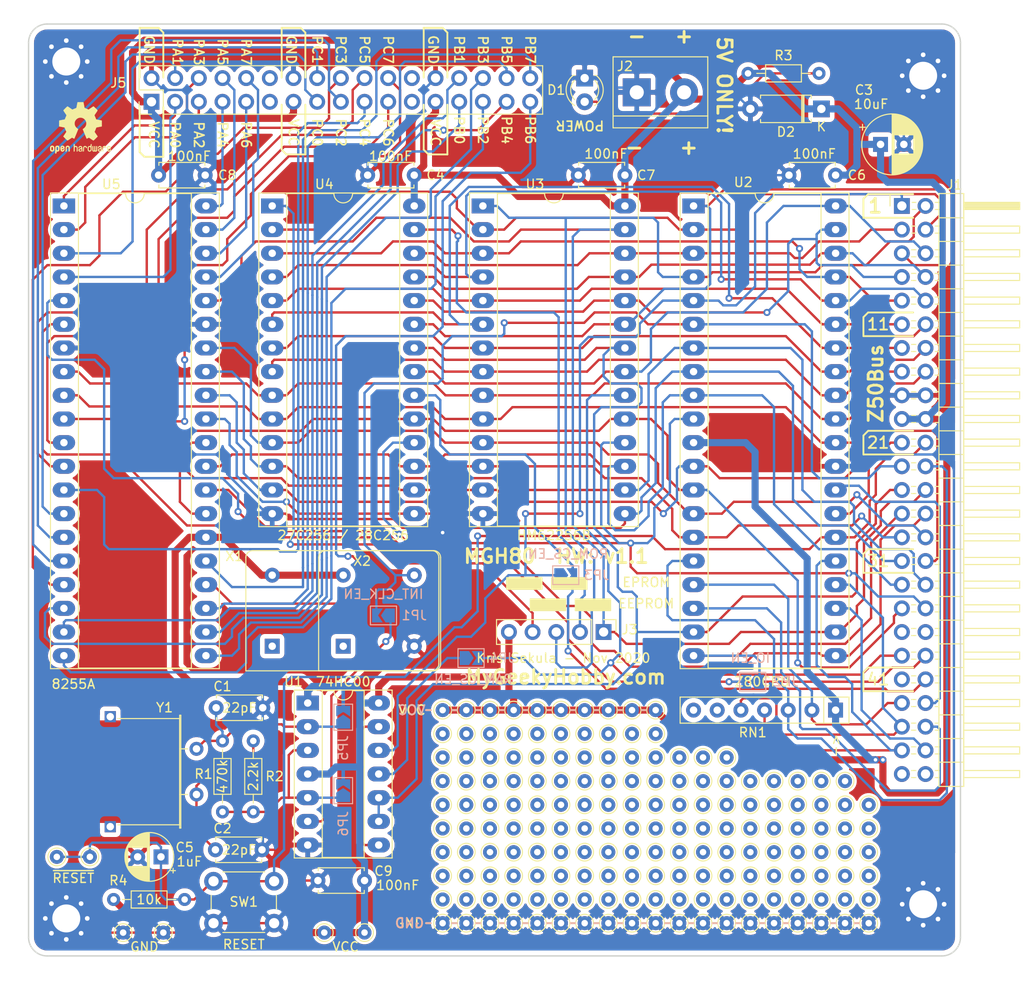
<source format=kicad_pcb>
(kicad_pcb (version 20171130) (host pcbnew "(5.1.5)-3")
  (layers (0 F.Cu signal) (31 B.Cu signal) (34 B.Paste user) (35 F.Paste user) (36 B.SilkS user) (37 F.SilkS user) (38 B.Mask user) (39 F.Mask user) (44 Edge.Cuts user))
  (net 0 "")
  (net 1 GND)
  (net 2 "Net-(C1-Pad2)")
  (net 3 "Net-(C2-Pad1)")
  (net 4 VCC)
  (net 5 /~RESET)
  (net 6 "Net-(D1-Pad2)")
  (net 7 /A15)
  (net 8 /A14)
  (net 9 /A13)
  (net 10 /A12)
  (net 11 /A11)
  (net 12 /A10)
  (net 13 /A9)
  (net 14 /A8)
  (net 15 /A7)
  (net 16 /A6)
  (net 17 /A5)
  (net 18 /A4)
  (net 19 /A3)
  (net 20 /A2)
  (net 21 /A1)
  (net 22 /A0)
  (net 23 /~M1)
  (net 24 /CLK)
  (net 25 /~INT)
  (net 26 /~MREQ)
  (net 27 /~WR)
  (net 28 /~IORQ)
  (net 29 /~RD)
  (net 30 /D1)
  (net 31 /D0)
  (net 32 /D3)
  (net 33 /D2)
  (net 34 /D5)
  (net 35 /D4)
  (net 36 /D7)
  (net 37 /D6)
  (net 38 /~RAM_CS)
  (net 39 /~IO_CS)
  (net 40 /~ROM_CS)
  (net 41 /~NMI)
  (net 42 /~RFSH)
  (net 43 /~Wait)
  (net 44 /~HALT)
  (net 45 /~BusRQ)
  (net 46 /~BusACK)
  (net 47 "Net-(J3-Pad2)")
  (net 48 "Net-(J3-Pad4)")
  (net 49 /PA0)
  (net 50 /PA1)
  (net 51 /PA2)
  (net 52 /PA3)
  (net 53 /PA4)
  (net 54 /PA5)
  (net 55 /PA6)
  (net 56 /PA7)
  (net 57 /PC0)
  (net 58 /PC1)
  (net 59 /PC2)
  (net 60 /PC3)
  (net 61 /PC4)
  (net 62 /PC5)
  (net 63 /PC6)
  (net 64 /PC7)
  (net 65 /PB0)
  (net 66 /PB1)
  (net 67 /PB2)
  (net 68 /PB3)
  (net 69 /PB4)
  (net 70 /PB5)
  (net 71 /PB6)
  (net 72 /PB7)
  (net 73 "Net-(JP1-Pad1)")
  (net 74 "Net-(JP4-Pad1)")
  (net 75 "Net-(U1-Pad13)")
  (net 76 "Net-(JP6-Pad1)")
  (module TestPoint:TestPoint_THTPad_D1.5mm_Drill0.7mm (layer F.Cu) (at 174.244 137.668 180)
    (fp_text reference TP88)
    (fp_text value "5V VCC")
    (pad 1 thru_hole circle (at 0 0 180) (size 1.5 1.5) (drill 0.7) (layers *.Cu *.Mask) (net 1 GND))
  )
  (module TestPoint:TestPoint_THTPad_D1.5mm_Drill0.7mm (layer F.Cu) (at 171.704 137.668 180)
    (fp_text reference TP88)
    (fp_text value "5V VCC")
    (pad 1 thru_hole circle (at 0 0 180) (size 1.5 1.5) (drill 0.7) (layers *.Cu *.Mask) (net 1 GND))
  )
  (module TestPoint:TestPoint_THTPad_D1.5mm_Drill0.7mm (layer F.Cu) (at 169.164 137.668 180)
    (fp_text reference TP88)
    (fp_text value "5V VCC")
    (pad 1 thru_hole circle (at 0 0 180) (size 1.5 1.5) (drill 0.7) (layers *.Cu *.Mask) (net 1 GND))
  )
  (module TestPoint:TestPoint_THTPad_D1.5mm_Drill0.7mm (layer F.Cu) (at 166.624 137.668 180)
    (fp_text reference TP88)
    (fp_text value "5V VCC")
    (pad 1 thru_hole circle (at 0 0 180) (size 1.5 1.5) (drill 0.7) (layers *.Cu *.Mask) (net 1 GND))
  )
  (module TestPoint:TestPoint_THTPad_D1.5mm_Drill0.7mm (layer F.Cu) (at 164.084 137.668 180)
    (fp_text reference TP88)
    (fp_text value "5V VCC")
    (pad 1 thru_hole circle (at 0 0 180) (size 1.5 1.5) (drill 0.7) (layers *.Cu *.Mask) (net 1 GND))
  )
  (module TestPoint:TestPoint_THTPad_D1.5mm_Drill0.7mm (layer F.Cu) (at 161.544 137.668 180)
    (fp_text reference TP88)
    (fp_text value "5V VCC")
    (pad 1 thru_hole circle (at 0 0 180) (size 1.5 1.5) (drill 0.7) (layers *.Cu *.Mask) (net 1 GND))
  )
  (module TestPoint:TestPoint_THTPad_D1.5mm_Drill0.7mm (layer F.Cu) (at 159.004 137.668 180)
    (fp_text reference TP88)
    (fp_text value "5V VCC")
    (pad 1 thru_hole circle (at 0 0 180) (size 1.5 1.5) (drill 0.7) (layers *.Cu *.Mask) (net 1 GND))
  )
  (module TestPoint:TestPoint_THTPad_D1.5mm_Drill0.7mm (layer F.Cu) (at 156.464 137.668 180)
    (fp_text reference TP88)
    (fp_text value "5V VCC")
    (pad 1 thru_hole circle (at 0 0 180) (size 1.5 1.5) (drill 0.7) (layers *.Cu *.Mask) (net 1 GND))
  )
  (module TestPoint:TestPoint_THTPad_D1.5mm_Drill0.7mm (layer F.Cu) (at 153.924 137.668 180)
    (fp_text reference TP88)
    (fp_text value "5V VCC")
    (pad 1 thru_hole circle (at 0 0 180) (size 1.5 1.5) (drill 0.7) (layers *.Cu *.Mask) (net 1 GND))
  )
  (module TestPoint:TestPoint_THTPad_D1.5mm_Drill0.7mm (layer F.Cu) (at 151.384 137.668 180)
    (fp_text reference TP88)
    (fp_text value "5V VCC")
    (pad 1 thru_hole circle (at 0 0 180) (size 1.5 1.5) (drill 0.7) (layers *.Cu *.Mask) (net 1 GND))
  )
  (module TestPoint:TestPoint_THTPad_D1.5mm_Drill0.7mm (layer F.Cu) (at 148.844 137.668 180)
    (fp_text reference TP88)
    (fp_text value "5V VCC")
    (pad 1 thru_hole circle (at 0 0 180) (size 1.5 1.5) (drill 0.7) (layers *.Cu *.Mask) (net 1 GND))
  )
  (module TestPoint:TestPoint_THTPad_D1.5mm_Drill0.7mm (layer F.Cu) (at 146.304 137.668 180)
    (fp_text reference TP88)
    (fp_text value "5V VCC")
    (pad 1 thru_hole circle (at 0 0 180) (size 1.5 1.5) (drill 0.7) (layers *.Cu *.Mask) (net 1 GND))
  )
  (module TestPoint:TestPoint_THTPad_D1.5mm_Drill0.7mm (layer F.Cu) (at 143.764 137.668 180)
    (fp_text reference TP88)
    (fp_text value "5V VCC")
    (pad 1 thru_hole circle (at 0 0 180) (size 1.5 1.5) (drill 0.7) (layers *.Cu *.Mask) (net 1 GND))
  )
  (module TestPoint:TestPoint_THTPad_D1.5mm_Drill0.7mm (layer F.Cu) (at 141.224 137.668 180)
    (fp_text reference TP88)
    (fp_text value "5V VCC")
    (pad 1 thru_hole circle (at 0 0 180) (size 1.5 1.5) (drill 0.7) (layers *.Cu *.Mask) (net 1 GND))
  )
  (module TestPoint:TestPoint_THTPad_D1.5mm_Drill0.7mm (layer F.Cu) (at 138.684 137.668 180)
    (fp_text reference TP88)
    (fp_text value "5V VCC")
    (pad 1 thru_hole circle (at 0 0 180) (size 1.5 1.5) (drill 0.7) (layers *.Cu *.Mask) (net 1 GND))
  )
  (module TestPoint:TestPoint_THTPad_D1.5mm_Drill0.7mm (layer F.Cu) (at 136.144 137.668 180)
    (fp_text reference TP88)
    (fp_text value "5V VCC")
    (pad 1 thru_hole circle (at 0 0 180) (size 1.5 1.5) (drill 0.7) (layers *.Cu *.Mask) (net 1 GND))
  )
  (module TestPoint:TestPoint_THTPad_D1.5mm_Drill0.7mm (layer F.Cu) (at 133.604 137.668 180)
    (fp_text reference TP88)
    (fp_text value "5V VCC")
    (pad 1 thru_hole circle (at 0 0 180) (size 1.5 1.5) (drill 0.7) (layers *.Cu *.Mask) (net 1 GND))
  )
  (module TestPoint:TestPoint_THTPad_D1.5mm_Drill0.7mm (layer F.Cu) (at 131.064 137.668 180)
    (fp_text reference TP88)
    (fp_text value "5V VCC")
    (pad 1 thru_hole circle (at 0 0 180) (size 1.5 1.5) (drill 0.7) (layers *.Cu *.Mask) (net 1 GND))
  )
  (module TestPoint:TestPoint_THTPad_D1.5mm_Drill0.7mm (layer F.Cu) (at 174.244 132.588 180)
    (fp_text reference TP99)
    (fp_text value NC)
    (pad 1 thru_hole circle (at 0 0 180) (size 1.5 1.5) (drill 0.7) (layers *.Cu *.Mask))
  )
  (module TestPoint:TestPoint_THTPad_D1.5mm_Drill0.7mm (layer F.Cu) (at 174.244 124.968 180)
    (fp_text reference TP99)
    (fp_text value NC)
    (pad 1 thru_hole circle (at 0 0 180) (size 1.5 1.5) (drill 0.7) (layers *.Cu *.Mask))
  )
  (module TestPoint:TestPoint_THTPad_D1.5mm_Drill0.7mm (layer F.Cu) (at 174.244 127.508 180)
    (fp_text reference TP99)
    (fp_text value NC)
    (pad 1 thru_hole circle (at 0 0 180) (size 1.5 1.5) (drill 0.7) (layers *.Cu *.Mask))
  )
  (module TestPoint:TestPoint_THTPad_D1.5mm_Drill0.7mm (layer F.Cu) (at 174.244 130.048 180)
    (fp_text reference TP99)
    (fp_text value NC)
    (pad 1 thru_hole circle (at 0 0 180) (size 1.5 1.5) (drill 0.7) (layers *.Cu *.Mask))
  )
  (module TestPoint:TestPoint_THTPad_D1.5mm_Drill0.7mm (layer F.Cu) (at 174.244 135.128 180)
    (fp_text reference TP99)
    (fp_text value NC)
    (pad 1 thru_hole circle (at 0 0 180) (size 1.5 1.5) (drill 0.7) (layers *.Cu *.Mask))
  )
  (module TestPoint:TestPoint_THTPad_D1.5mm_Drill0.7mm (layer F.Cu) (at 171.704 135.128 180)
    (fp_text reference TP99)
    (fp_text value NC)
    (pad 1 thru_hole circle (at 0 0 180) (size 1.5 1.5) (drill 0.7) (layers *.Cu *.Mask))
  )
  (module TestPoint:TestPoint_THTPad_D1.5mm_Drill0.7mm (layer F.Cu) (at 169.164 135.128 180)
    (fp_text reference TP99)
    (fp_text value NC)
    (pad 1 thru_hole circle (at 0 0 180) (size 1.5 1.5) (drill 0.7) (layers *.Cu *.Mask))
  )
  (module TestPoint:TestPoint_THTPad_D1.5mm_Drill0.7mm (layer F.Cu) (at 166.624 135.128 180)
    (fp_text reference TP99)
    (fp_text value NC)
    (pad 1 thru_hole circle (at 0 0 180) (size 1.5 1.5) (drill 0.7) (layers *.Cu *.Mask))
  )
  (module TestPoint:TestPoint_THTPad_D1.5mm_Drill0.7mm (layer F.Cu) (at 164.084 135.128 180)
    (fp_text reference TP99)
    (fp_text value NC)
    (pad 1 thru_hole circle (at 0 0 180) (size 1.5 1.5) (drill 0.7) (layers *.Cu *.Mask))
  )
  (module TestPoint:TestPoint_THTPad_D1.5mm_Drill0.7mm (layer F.Cu) (at 161.544 135.128 180)
    (fp_text reference TP99)
    (fp_text value NC)
    (pad 1 thru_hole circle (at 0 0 180) (size 1.5 1.5) (drill 0.7) (layers *.Cu *.Mask))
  )
  (module TestPoint:TestPoint_THTPad_D1.5mm_Drill0.7mm (layer F.Cu) (at 171.704 132.588 180)
    (fp_text reference TP99)
    (fp_text value NC)
    (pad 1 thru_hole circle (at 0 0 180) (size 1.5 1.5) (drill 0.7) (layers *.Cu *.Mask))
  )
  (module TestPoint:TestPoint_THTPad_D1.5mm_Drill0.7mm (layer F.Cu) (at 169.164 132.588 180)
    (fp_text reference TP99)
    (fp_text value NC)
    (pad 1 thru_hole circle (at 0 0 180) (size 1.5 1.5) (drill 0.7) (layers *.Cu *.Mask))
  )
  (module TestPoint:TestPoint_THTPad_D1.5mm_Drill0.7mm (layer F.Cu) (at 166.624 132.588 180)
    (fp_text reference TP99)
    (fp_text value NC)
    (pad 1 thru_hole circle (at 0 0 180) (size 1.5 1.5) (drill 0.7) (layers *.Cu *.Mask))
  )
  (module TestPoint:TestPoint_THTPad_D1.5mm_Drill0.7mm (layer F.Cu) (at 164.084 132.588 180)
    (fp_text reference TP99)
    (fp_text value NC)
    (pad 1 thru_hole circle (at 0 0 180) (size 1.5 1.5) (drill 0.7) (layers *.Cu *.Mask))
  )
  (module TestPoint:TestPoint_THTPad_D1.5mm_Drill0.7mm (layer F.Cu) (at 161.544 132.588 180)
    (fp_text reference TP99)
    (fp_text value NC)
    (pad 1 thru_hole circle (at 0 0 180) (size 1.5 1.5) (drill 0.7) (layers *.Cu *.Mask))
  )
  (module TestPoint:TestPoint_THTPad_D1.5mm_Drill0.7mm (layer F.Cu) (at 171.704 130.048 180)
    (fp_text reference TP99)
    (fp_text value NC)
    (pad 1 thru_hole circle (at 0 0 180) (size 1.5 1.5) (drill 0.7) (layers *.Cu *.Mask))
  )
  (module TestPoint:TestPoint_THTPad_D1.5mm_Drill0.7mm (layer F.Cu) (at 169.164 130.048 180)
    (fp_text reference TP99)
    (fp_text value NC)
    (pad 1 thru_hole circle (at 0 0 180) (size 1.5 1.5) (drill 0.7) (layers *.Cu *.Mask))
  )
  (module TestPoint:TestPoint_THTPad_D1.5mm_Drill0.7mm (layer F.Cu) (at 166.624 130.048 180)
    (fp_text reference TP99)
    (fp_text value NC)
    (pad 1 thru_hole circle (at 0 0 180) (size 1.5 1.5) (drill 0.7) (layers *.Cu *.Mask))
  )
  (module TestPoint:TestPoint_THTPad_D1.5mm_Drill0.7mm (layer F.Cu) (at 164.084 130.048 180)
    (fp_text reference TP99)
    (fp_text value NC)
    (pad 1 thru_hole circle (at 0 0 180) (size 1.5 1.5) (drill 0.7) (layers *.Cu *.Mask))
  )
  (module TestPoint:TestPoint_THTPad_D1.5mm_Drill0.7mm (layer F.Cu) (at 161.544 130.048 180)
    (fp_text reference TP99)
    (fp_text value NC)
    (pad 1 thru_hole circle (at 0 0 180) (size 1.5 1.5) (drill 0.7) (layers *.Cu *.Mask))
  )
  (module TestPoint:TestPoint_THTPad_D1.5mm_Drill0.7mm (layer F.Cu) (at 171.704 127.508 180)
    (fp_text reference TP99)
    (fp_text value NC)
    (pad 1 thru_hole circle (at 0 0 180) (size 1.5 1.5) (drill 0.7) (layers *.Cu *.Mask))
  )
  (module TestPoint:TestPoint_THTPad_D1.5mm_Drill0.7mm (layer F.Cu) (at 169.164 127.508 180)
    (fp_text reference TP99)
    (fp_text value NC)
    (pad 1 thru_hole circle (at 0 0 180) (size 1.5 1.5) (drill 0.7) (layers *.Cu *.Mask))
  )
  (module TestPoint:TestPoint_THTPad_D1.5mm_Drill0.7mm (layer F.Cu) (at 166.624 127.508 180)
    (fp_text reference TP99)
    (fp_text value NC)
    (pad 1 thru_hole circle (at 0 0 180) (size 1.5 1.5) (drill 0.7) (layers *.Cu *.Mask))
  )
  (module TestPoint:TestPoint_THTPad_D1.5mm_Drill0.7mm (layer F.Cu) (at 164.084 127.508 180)
    (fp_text reference TP99)
    (fp_text value NC)
    (pad 1 thru_hole circle (at 0 0 180) (size 1.5 1.5) (drill 0.7) (layers *.Cu *.Mask))
  )
  (module TestPoint:TestPoint_THTPad_D1.5mm_Drill0.7mm (layer F.Cu) (at 161.544 127.508 180)
    (fp_text reference TP99)
    (fp_text value NC)
    (pad 1 thru_hole circle (at 0 0 180) (size 1.5 1.5) (drill 0.7) (layers *.Cu *.Mask))
  )
  (module TestPoint:TestPoint_THTPad_D1.5mm_Drill0.7mm (layer F.Cu) (at 171.704 124.968 180)
    (fp_text reference TP99)
    (fp_text value NC)
    (pad 1 thru_hole circle (at 0 0 180) (size 1.5 1.5) (drill 0.7) (layers *.Cu *.Mask))
  )
  (module TestPoint:TestPoint_THTPad_D1.5mm_Drill0.7mm (layer F.Cu) (at 169.164 124.968 180)
    (fp_text reference TP99)
    (fp_text value NC)
    (pad 1 thru_hole circle (at 0 0 180) (size 1.5 1.5) (drill 0.7) (layers *.Cu *.Mask))
  )
  (module TestPoint:TestPoint_THTPad_D1.5mm_Drill0.7mm (layer F.Cu) (at 166.624 124.968 180)
    (fp_text reference TP99)
    (fp_text value NC)
    (pad 1 thru_hole circle (at 0 0 180) (size 1.5 1.5) (drill 0.7) (layers *.Cu *.Mask))
  )
  (module TestPoint:TestPoint_THTPad_D1.5mm_Drill0.7mm (layer F.Cu) (at 164.084 124.968 180)
    (fp_text reference TP99)
    (fp_text value NC)
    (pad 1 thru_hole circle (at 0 0 180) (size 1.5 1.5) (drill 0.7) (layers *.Cu *.Mask))
  )
  (module TestPoint:TestPoint_THTPad_D1.5mm_Drill0.7mm (layer F.Cu) (at 161.544 124.968 180)
    (fp_text reference TP99)
    (fp_text value NC)
    (pad 1 thru_hole circle (at 0 0 180) (size 1.5 1.5) (drill 0.7) (layers *.Cu *.Mask))
  )
  (module TestPoint:TestPoint_THTPad_D1.5mm_Drill0.7mm (layer F.Cu) (at 171.704 122.428 180)
    (fp_text reference TP99)
    (fp_text value NC)
    (pad 1 thru_hole circle (at 0 0 180) (size 1.5 1.5) (drill 0.7) (layers *.Cu *.Mask))
  )
  (module TestPoint:TestPoint_THTPad_D1.5mm_Drill0.7mm (layer F.Cu) (at 169.164 122.428 180)
    (fp_text reference TP99)
    (fp_text value NC)
    (pad 1 thru_hole circle (at 0 0 180) (size 1.5 1.5) (drill 0.7) (layers *.Cu *.Mask))
  )
  (module TestPoint:TestPoint_THTPad_D1.5mm_Drill0.7mm (layer F.Cu) (at 166.624 122.428 180)
    (fp_text reference TP99)
    (fp_text value NC)
    (pad 1 thru_hole circle (at 0 0 180) (size 1.5 1.5) (drill 0.7) (layers *.Cu *.Mask))
  )
  (module TestPoint:TestPoint_THTPad_D1.5mm_Drill0.7mm (layer F.Cu) (at 164.084 122.428 180)
    (fp_text reference TP99)
    (fp_text value NC)
    (pad 1 thru_hole circle (at 0 0 180) (size 1.5 1.5) (drill 0.7) (layers *.Cu *.Mask))
  )
  (module TestPoint:TestPoint_THTPad_D1.5mm_Drill0.7mm (layer F.Cu) (at 161.544 122.428 180)
    (fp_text reference TP99)
    (fp_text value NC)
    (pad 1 thru_hole circle (at 0 0 180) (size 1.5 1.5) (drill 0.7) (layers *.Cu *.Mask))
  )
  (module TestPoint:TestPoint_THTPad_D1.5mm_Drill0.7mm (layer F.Cu) (at 159.004 119.888 180)
    (fp_text reference TP99)
    (fp_text value NC)
    (pad 1 thru_hole circle (at 0 0 180) (size 1.5 1.5) (drill 0.7) (layers *.Cu *.Mask))
  )
  (module TestPoint:TestPoint_THTPad_D1.5mm_Drill0.7mm (layer F.Cu) (at 159.004 135.128 180)
    (fp_text reference TP99)
    (fp_text value NC)
    (pad 1 thru_hole circle (at 0 0 180) (size 1.5 1.5) (drill 0.7) (layers *.Cu *.Mask))
  )
  (module TestPoint:TestPoint_THTPad_D1.5mm_Drill0.7mm (layer F.Cu) (at 159.004 132.588 180)
    (fp_text reference TP99)
    (fp_text value NC)
    (pad 1 thru_hole circle (at 0 0 180) (size 1.5 1.5) (drill 0.7) (layers *.Cu *.Mask))
  )
  (module TestPoint:TestPoint_THTPad_D1.5mm_Drill0.7mm (layer F.Cu) (at 159.004 130.048 180)
    (fp_text reference TP99)
    (fp_text value NC)
    (pad 1 thru_hole circle (at 0 0 180) (size 1.5 1.5) (drill 0.7) (layers *.Cu *.Mask))
  )
  (module TestPoint:TestPoint_THTPad_D1.5mm_Drill0.7mm (layer F.Cu) (at 159.004 124.968 180)
    (fp_text reference TP99)
    (fp_text value NC)
    (pad 1 thru_hole circle (at 0 0 180) (size 1.5 1.5) (drill 0.7) (layers *.Cu *.Mask))
  )
  (module TestPoint:TestPoint_THTPad_D1.5mm_Drill0.7mm (layer F.Cu) (at 159.004 122.428 180)
    (fp_text reference TP99)
    (fp_text value NC)
    (pad 1 thru_hole circle (at 0 0 180) (size 1.5 1.5) (drill 0.7) (layers *.Cu *.Mask))
  )
  (module TestPoint:TestPoint_THTPad_D1.5mm_Drill0.7mm (layer F.Cu) (at 159.004 127.508 180)
    (fp_text reference TP99)
    (fp_text value NC)
    (pad 1 thru_hole circle (at 0 0 180) (size 1.5 1.5) (drill 0.7) (layers *.Cu *.Mask))
  )
  (module TestPoint:TestPoint_THTPad_D1.5mm_Drill0.7mm (layer F.Cu) (at 156.464 135.128 180)
    (fp_text reference TP99)
    (fp_text value NC)
    (pad 1 thru_hole circle (at 0 0 180) (size 1.5 1.5) (drill 0.7) (layers *.Cu *.Mask))
  )
  (module TestPoint:TestPoint_THTPad_D1.5mm_Drill0.7mm (layer F.Cu) (at 153.924 135.128 180)
    (fp_text reference TP99)
    (fp_text value NC)
    (pad 1 thru_hole circle (at 0 0 180) (size 1.5 1.5) (drill 0.7) (layers *.Cu *.Mask))
  )
  (module TestPoint:TestPoint_THTPad_D1.5mm_Drill0.7mm (layer F.Cu) (at 151.384 135.128 180)
    (fp_text reference TP99)
    (fp_text value NC)
    (pad 1 thru_hole circle (at 0 0 180) (size 1.5 1.5) (drill 0.7) (layers *.Cu *.Mask))
  )
  (module TestPoint:TestPoint_THTPad_D1.5mm_Drill0.7mm (layer F.Cu) (at 148.844 135.128 180)
    (fp_text reference TP99)
    (fp_text value NC)
    (pad 1 thru_hole circle (at 0 0 180) (size 1.5 1.5) (drill 0.7) (layers *.Cu *.Mask))
  )
  (module TestPoint:TestPoint_THTPad_D1.5mm_Drill0.7mm (layer F.Cu) (at 146.304 135.128 180)
    (fp_text reference TP99)
    (fp_text value NC)
    (pad 1 thru_hole circle (at 0 0 180) (size 1.5 1.5) (drill 0.7) (layers *.Cu *.Mask))
  )
  (module TestPoint:TestPoint_THTPad_D1.5mm_Drill0.7mm (layer F.Cu) (at 143.764 135.128 180)
    (fp_text reference TP99)
    (fp_text value NC)
    (pad 1 thru_hole circle (at 0 0 180) (size 1.5 1.5) (drill 0.7) (layers *.Cu *.Mask))
  )
  (module TestPoint:TestPoint_THTPad_D1.5mm_Drill0.7mm (layer F.Cu) (at 141.224 135.128 180)
    (fp_text reference TP99)
    (fp_text value NC)
    (pad 1 thru_hole circle (at 0 0 180) (size 1.5 1.5) (drill 0.7) (layers *.Cu *.Mask))
  )
  (module TestPoint:TestPoint_THTPad_D1.5mm_Drill0.7mm (layer F.Cu) (at 138.684 135.128 180)
    (fp_text reference TP99)
    (fp_text value NC)
    (pad 1 thru_hole circle (at 0 0 180) (size 1.5 1.5) (drill 0.7) (layers *.Cu *.Mask))
  )
  (module TestPoint:TestPoint_THTPad_D1.5mm_Drill0.7mm (layer F.Cu) (at 136.144 135.128 180)
    (fp_text reference TP99)
    (fp_text value NC)
    (pad 1 thru_hole circle (at 0 0 180) (size 1.5 1.5) (drill 0.7) (layers *.Cu *.Mask))
  )
  (module TestPoint:TestPoint_THTPad_D1.5mm_Drill0.7mm (layer F.Cu) (at 133.604 135.128 180)
    (fp_text reference TP99)
    (fp_text value NC)
    (pad 1 thru_hole circle (at 0 0 180) (size 1.5 1.5) (drill 0.7) (layers *.Cu *.Mask))
  )
  (module TestPoint:TestPoint_THTPad_D1.5mm_Drill0.7mm (layer F.Cu) (at 131.064 135.128 180)
    (fp_text reference TP99)
    (fp_text value NC)
    (pad 1 thru_hole circle (at 0 0 180) (size 1.5 1.5) (drill 0.7) (layers *.Cu *.Mask))
  )
  (module TestPoint:TestPoint_THTPad_D1.5mm_Drill0.7mm (layer F.Cu) (at 128.524 135.128 180)
    (fp_text reference TP99)
    (fp_text value NC)
    (pad 1 thru_hole circle (at 0 0 180) (size 1.5 1.5) (drill 0.7) (layers *.Cu *.Mask))
  )
  (module TestPoint:TestPoint_THTPad_D1.5mm_Drill0.7mm (layer F.Cu) (at 156.464 132.588 180)
    (fp_text reference TP99)
    (fp_text value NC)
    (pad 1 thru_hole circle (at 0 0 180) (size 1.5 1.5) (drill 0.7) (layers *.Cu *.Mask))
  )
  (module TestPoint:TestPoint_THTPad_D1.5mm_Drill0.7mm (layer F.Cu) (at 153.924 132.588 180)
    (fp_text reference TP99)
    (fp_text value NC)
    (pad 1 thru_hole circle (at 0 0 180) (size 1.5 1.5) (drill 0.7) (layers *.Cu *.Mask))
  )
  (module TestPoint:TestPoint_THTPad_D1.5mm_Drill0.7mm (layer F.Cu) (at 151.384 132.588 180)
    (fp_text reference TP99)
    (fp_text value NC)
    (pad 1 thru_hole circle (at 0 0 180) (size 1.5 1.5) (drill 0.7) (layers *.Cu *.Mask))
  )
  (module TestPoint:TestPoint_THTPad_D1.5mm_Drill0.7mm (layer F.Cu) (at 148.844 132.588 180)
    (fp_text reference TP99)
    (fp_text value NC)
    (pad 1 thru_hole circle (at 0 0 180) (size 1.5 1.5) (drill 0.7) (layers *.Cu *.Mask))
  )
  (module TestPoint:TestPoint_THTPad_D1.5mm_Drill0.7mm (layer F.Cu) (at 146.304 132.588 180)
    (fp_text reference TP99)
    (fp_text value NC)
    (pad 1 thru_hole circle (at 0 0 180) (size 1.5 1.5) (drill 0.7) (layers *.Cu *.Mask))
  )
  (module TestPoint:TestPoint_THTPad_D1.5mm_Drill0.7mm (layer F.Cu) (at 143.764 132.588 180)
    (fp_text reference TP99)
    (fp_text value NC)
    (pad 1 thru_hole circle (at 0 0 180) (size 1.5 1.5) (drill 0.7) (layers *.Cu *.Mask))
  )
  (module TestPoint:TestPoint_THTPad_D1.5mm_Drill0.7mm (layer F.Cu) (at 141.224 132.588 180)
    (fp_text reference TP99)
    (fp_text value NC)
    (pad 1 thru_hole circle (at 0 0 180) (size 1.5 1.5) (drill 0.7) (layers *.Cu *.Mask))
  )
  (module TestPoint:TestPoint_THTPad_D1.5mm_Drill0.7mm (layer F.Cu) (at 138.684 132.588 180)
    (fp_text reference TP99)
    (fp_text value NC)
    (pad 1 thru_hole circle (at 0 0 180) (size 1.5 1.5) (drill 0.7) (layers *.Cu *.Mask))
  )
  (module TestPoint:TestPoint_THTPad_D1.5mm_Drill0.7mm (layer F.Cu) (at 136.144 132.588 180)
    (fp_text reference TP99)
    (fp_text value NC)
    (pad 1 thru_hole circle (at 0 0 180) (size 1.5 1.5) (drill 0.7) (layers *.Cu *.Mask))
  )
  (module TestPoint:TestPoint_THTPad_D1.5mm_Drill0.7mm (layer F.Cu) (at 133.604 132.588 180)
    (fp_text reference TP99)
    (fp_text value NC)
    (pad 1 thru_hole circle (at 0 0 180) (size 1.5 1.5) (drill 0.7) (layers *.Cu *.Mask))
  )
  (module TestPoint:TestPoint_THTPad_D1.5mm_Drill0.7mm (layer F.Cu) (at 131.064 132.588 180)
    (fp_text reference TP99)
    (fp_text value NC)
    (pad 1 thru_hole circle (at 0 0 180) (size 1.5 1.5) (drill 0.7) (layers *.Cu *.Mask))
  )
  (module TestPoint:TestPoint_THTPad_D1.5mm_Drill0.7mm (layer F.Cu) (at 128.524 132.588 180)
    (fp_text reference TP99)
    (fp_text value NC)
    (pad 1 thru_hole circle (at 0 0 180) (size 1.5 1.5) (drill 0.7) (layers *.Cu *.Mask))
  )
  (module TestPoint:TestPoint_THTPad_D1.5mm_Drill0.7mm (layer F.Cu) (at 156.464 130.048 180)
    (fp_text reference TP99)
    (fp_text value NC)
    (pad 1 thru_hole circle (at 0 0 180) (size 1.5 1.5) (drill 0.7) (layers *.Cu *.Mask))
  )
  (module TestPoint:TestPoint_THTPad_D1.5mm_Drill0.7mm (layer F.Cu) (at 153.924 130.048 180)
    (fp_text reference TP99)
    (fp_text value NC)
    (pad 1 thru_hole circle (at 0 0 180) (size 1.5 1.5) (drill 0.7) (layers *.Cu *.Mask))
  )
  (module TestPoint:TestPoint_THTPad_D1.5mm_Drill0.7mm (layer F.Cu) (at 151.384 130.048 180)
    (fp_text reference TP99)
    (fp_text value NC)
    (pad 1 thru_hole circle (at 0 0 180) (size 1.5 1.5) (drill 0.7) (layers *.Cu *.Mask))
  )
  (module TestPoint:TestPoint_THTPad_D1.5mm_Drill0.7mm (layer F.Cu) (at 148.844 130.048 180)
    (fp_text reference TP99)
    (fp_text value NC)
    (pad 1 thru_hole circle (at 0 0 180) (size 1.5 1.5) (drill 0.7) (layers *.Cu *.Mask))
  )
  (module TestPoint:TestPoint_THTPad_D1.5mm_Drill0.7mm (layer F.Cu) (at 146.304 130.048 180)
    (fp_text reference TP99)
    (fp_text value NC)
    (pad 1 thru_hole circle (at 0 0 180) (size 1.5 1.5) (drill 0.7) (layers *.Cu *.Mask))
  )
  (module TestPoint:TestPoint_THTPad_D1.5mm_Drill0.7mm (layer F.Cu) (at 143.764 130.048 180)
    (fp_text reference TP99)
    (fp_text value NC)
    (pad 1 thru_hole circle (at 0 0 180) (size 1.5 1.5) (drill 0.7) (layers *.Cu *.Mask))
  )
  (module TestPoint:TestPoint_THTPad_D1.5mm_Drill0.7mm (layer F.Cu) (at 141.224 130.048 180)
    (fp_text reference TP99)
    (fp_text value NC)
    (pad 1 thru_hole circle (at 0 0 180) (size 1.5 1.5) (drill 0.7) (layers *.Cu *.Mask))
  )
  (module TestPoint:TestPoint_THTPad_D1.5mm_Drill0.7mm (layer F.Cu) (at 138.684 130.048 180)
    (fp_text reference TP99)
    (fp_text value NC)
    (pad 1 thru_hole circle (at 0 0 180) (size 1.5 1.5) (drill 0.7) (layers *.Cu *.Mask))
  )
  (module TestPoint:TestPoint_THTPad_D1.5mm_Drill0.7mm (layer F.Cu) (at 136.144 130.048 180)
    (fp_text reference TP99)
    (fp_text value NC)
    (pad 1 thru_hole circle (at 0 0 180) (size 1.5 1.5) (drill 0.7) (layers *.Cu *.Mask))
  )
  (module TestPoint:TestPoint_THTPad_D1.5mm_Drill0.7mm (layer F.Cu) (at 133.604 130.048 180)
    (fp_text reference TP99)
    (fp_text value NC)
    (pad 1 thru_hole circle (at 0 0 180) (size 1.5 1.5) (drill 0.7) (layers *.Cu *.Mask))
  )
  (module TestPoint:TestPoint_THTPad_D1.5mm_Drill0.7mm (layer F.Cu) (at 131.064 130.048 180)
    (fp_text reference TP99)
    (fp_text value NC)
    (pad 1 thru_hole circle (at 0 0 180) (size 1.5 1.5) (drill 0.7) (layers *.Cu *.Mask))
  )
  (module TestPoint:TestPoint_THTPad_D1.5mm_Drill0.7mm (layer F.Cu) (at 128.524 130.048 180)
    (fp_text reference TP99)
    (fp_text value NC)
    (pad 1 thru_hole circle (at 0 0 180) (size 1.5 1.5) (drill 0.7) (layers *.Cu *.Mask))
  )
  (module TestPoint:TestPoint_THTPad_D1.5mm_Drill0.7mm (layer F.Cu) (at 156.464 127.508 180)
    (fp_text reference TP99)
    (fp_text value NC)
    (pad 1 thru_hole circle (at 0 0 180) (size 1.5 1.5) (drill 0.7) (layers *.Cu *.Mask))
  )
  (module TestPoint:TestPoint_THTPad_D1.5mm_Drill0.7mm (layer F.Cu) (at 153.924 127.508 180)
    (fp_text reference TP99)
    (fp_text value NC)
    (pad 1 thru_hole circle (at 0 0 180) (size 1.5 1.5) (drill 0.7) (layers *.Cu *.Mask))
  )
  (module TestPoint:TestPoint_THTPad_D1.5mm_Drill0.7mm (layer F.Cu) (at 151.384 127.508 180)
    (fp_text reference TP99)
    (fp_text value NC)
    (pad 1 thru_hole circle (at 0 0 180) (size 1.5 1.5) (drill 0.7) (layers *.Cu *.Mask))
  )
  (module TestPoint:TestPoint_THTPad_D1.5mm_Drill0.7mm (layer F.Cu) (at 148.844 127.508 180)
    (fp_text reference TP99)
    (fp_text value NC)
    (pad 1 thru_hole circle (at 0 0 180) (size 1.5 1.5) (drill 0.7) (layers *.Cu *.Mask))
  )
  (module TestPoint:TestPoint_THTPad_D1.5mm_Drill0.7mm (layer F.Cu) (at 146.304 127.508 180)
    (fp_text reference TP99)
    (fp_text value NC)
    (pad 1 thru_hole circle (at 0 0 180) (size 1.5 1.5) (drill 0.7) (layers *.Cu *.Mask))
  )
  (module TestPoint:TestPoint_THTPad_D1.5mm_Drill0.7mm (layer F.Cu) (at 143.764 127.508 180)
    (fp_text reference TP99)
    (fp_text value NC)
    (pad 1 thru_hole circle (at 0 0 180) (size 1.5 1.5) (drill 0.7) (layers *.Cu *.Mask))
  )
  (module TestPoint:TestPoint_THTPad_D1.5mm_Drill0.7mm (layer F.Cu) (at 141.224 127.508 180)
    (fp_text reference TP99)
    (fp_text value NC)
    (pad 1 thru_hole circle (at 0 0 180) (size 1.5 1.5) (drill 0.7) (layers *.Cu *.Mask))
  )
  (module TestPoint:TestPoint_THTPad_D1.5mm_Drill0.7mm (layer F.Cu) (at 138.684 127.508 180)
    (fp_text reference TP99)
    (fp_text value NC)
    (pad 1 thru_hole circle (at 0 0 180) (size 1.5 1.5) (drill 0.7) (layers *.Cu *.Mask))
  )
  (module TestPoint:TestPoint_THTPad_D1.5mm_Drill0.7mm (layer F.Cu) (at 136.144 127.508 180)
    (fp_text reference TP99)
    (fp_text value NC)
    (pad 1 thru_hole circle (at 0 0 180) (size 1.5 1.5) (drill 0.7) (layers *.Cu *.Mask))
  )
  (module TestPoint:TestPoint_THTPad_D1.5mm_Drill0.7mm (layer F.Cu) (at 133.604 127.508 180)
    (fp_text reference TP99)
    (fp_text value NC)
    (pad 1 thru_hole circle (at 0 0 180) (size 1.5 1.5) (drill 0.7) (layers *.Cu *.Mask))
  )
  (module TestPoint:TestPoint_THTPad_D1.5mm_Drill0.7mm (layer F.Cu) (at 131.064 127.508 180)
    (fp_text reference TP99)
    (fp_text value NC)
    (pad 1 thru_hole circle (at 0 0 180) (size 1.5 1.5) (drill 0.7) (layers *.Cu *.Mask))
  )
  (module TestPoint:TestPoint_THTPad_D1.5mm_Drill0.7mm (layer F.Cu) (at 128.524 127.508 180)
    (fp_text reference TP99)
    (fp_text value NC)
    (pad 1 thru_hole circle (at 0 0 180) (size 1.5 1.5) (drill 0.7) (layers *.Cu *.Mask))
  )
  (module TestPoint:TestPoint_THTPad_D1.5mm_Drill0.7mm (layer F.Cu) (at 156.464 124.968 180)
    (fp_text reference TP99)
    (fp_text value NC)
    (pad 1 thru_hole circle (at 0 0 180) (size 1.5 1.5) (drill 0.7) (layers *.Cu *.Mask))
  )
  (module TestPoint:TestPoint_THTPad_D1.5mm_Drill0.7mm (layer F.Cu) (at 153.924 124.968 180)
    (fp_text reference TP99)
    (fp_text value NC)
    (pad 1 thru_hole circle (at 0 0 180) (size 1.5 1.5) (drill 0.7) (layers *.Cu *.Mask))
  )
  (module TestPoint:TestPoint_THTPad_D1.5mm_Drill0.7mm (layer F.Cu) (at 151.384 124.968 180)
    (fp_text reference TP99)
    (fp_text value NC)
    (pad 1 thru_hole circle (at 0 0 180) (size 1.5 1.5) (drill 0.7) (layers *.Cu *.Mask))
  )
  (module TestPoint:TestPoint_THTPad_D1.5mm_Drill0.7mm (layer F.Cu) (at 148.844 124.968 180)
    (fp_text reference TP99)
    (fp_text value NC)
    (pad 1 thru_hole circle (at 0 0 180) (size 1.5 1.5) (drill 0.7) (layers *.Cu *.Mask))
  )
  (module TestPoint:TestPoint_THTPad_D1.5mm_Drill0.7mm (layer F.Cu) (at 146.304 124.968 180)
    (fp_text reference TP99)
    (fp_text value NC)
    (pad 1 thru_hole circle (at 0 0 180) (size 1.5 1.5) (drill 0.7) (layers *.Cu *.Mask))
  )
  (module TestPoint:TestPoint_THTPad_D1.5mm_Drill0.7mm (layer F.Cu) (at 143.764 124.968 180)
    (fp_text reference TP99)
    (fp_text value NC)
    (pad 1 thru_hole circle (at 0 0 180) (size 1.5 1.5) (drill 0.7) (layers *.Cu *.Mask))
  )
  (module TestPoint:TestPoint_THTPad_D1.5mm_Drill0.7mm (layer F.Cu) (at 141.224 124.968 180)
    (fp_text reference TP99)
    (fp_text value NC)
    (pad 1 thru_hole circle (at 0 0 180) (size 1.5 1.5) (drill 0.7) (layers *.Cu *.Mask))
  )
  (module TestPoint:TestPoint_THTPad_D1.5mm_Drill0.7mm (layer F.Cu) (at 138.684 124.968 180)
    (fp_text reference TP99)
    (fp_text value NC)
    (pad 1 thru_hole circle (at 0 0 180) (size 1.5 1.5) (drill 0.7) (layers *.Cu *.Mask))
  )
  (module TestPoint:TestPoint_THTPad_D1.5mm_Drill0.7mm (layer F.Cu) (at 136.144 124.968 180)
    (fp_text reference TP99)
    (fp_text value NC)
    (pad 1 thru_hole circle (at 0 0 180) (size 1.5 1.5) (drill 0.7) (layers *.Cu *.Mask))
  )
  (module TestPoint:TestPoint_THTPad_D1.5mm_Drill0.7mm (layer F.Cu) (at 133.604 124.968 180)
    (fp_text reference TP99)
    (fp_text value NC)
    (pad 1 thru_hole circle (at 0 0 180) (size 1.5 1.5) (drill 0.7) (layers *.Cu *.Mask))
  )
  (module TestPoint:TestPoint_THTPad_D1.5mm_Drill0.7mm (layer F.Cu) (at 131.064 124.968 180)
    (fp_text reference TP99)
    (fp_text value NC)
    (pad 1 thru_hole circle (at 0 0 180) (size 1.5 1.5) (drill 0.7) (layers *.Cu *.Mask))
  )
  (module TestPoint:TestPoint_THTPad_D1.5mm_Drill0.7mm (layer F.Cu) (at 128.524 124.968 180)
    (fp_text reference TP99)
    (fp_text value NC)
    (pad 1 thru_hole circle (at 0 0 180) (size 1.5 1.5) (drill 0.7) (layers *.Cu *.Mask))
  )
  (module TestPoint:TestPoint_THTPad_D1.5mm_Drill0.7mm (layer F.Cu) (at 156.464 122.428 180)
    (fp_text reference TP99)
    (fp_text value NC)
    (pad 1 thru_hole circle (at 0 0 180) (size 1.5 1.5) (drill 0.7) (layers *.Cu *.Mask))
  )
  (module TestPoint:TestPoint_THTPad_D1.5mm_Drill0.7mm (layer F.Cu) (at 153.924 122.428 180)
    (fp_text reference TP99)
    (fp_text value NC)
    (pad 1 thru_hole circle (at 0 0 180) (size 1.5 1.5) (drill 0.7) (layers *.Cu *.Mask))
  )
  (module TestPoint:TestPoint_THTPad_D1.5mm_Drill0.7mm (layer F.Cu) (at 151.384 122.428 180)
    (fp_text reference TP99)
    (fp_text value NC)
    (pad 1 thru_hole circle (at 0 0 180) (size 1.5 1.5) (drill 0.7) (layers *.Cu *.Mask))
  )
  (module TestPoint:TestPoint_THTPad_D1.5mm_Drill0.7mm (layer F.Cu) (at 148.844 122.428 180)
    (fp_text reference TP99)
    (fp_text value NC)
    (pad 1 thru_hole circle (at 0 0 180) (size 1.5 1.5) (drill 0.7) (layers *.Cu *.Mask))
  )
  (module TestPoint:TestPoint_THTPad_D1.5mm_Drill0.7mm (layer F.Cu) (at 146.304 122.428 180)
    (fp_text reference TP99)
    (fp_text value NC)
    (pad 1 thru_hole circle (at 0 0 180) (size 1.5 1.5) (drill 0.7) (layers *.Cu *.Mask))
  )
  (module TestPoint:TestPoint_THTPad_D1.5mm_Drill0.7mm (layer F.Cu) (at 143.764 122.428 180)
    (fp_text reference TP99)
    (fp_text value NC)
    (pad 1 thru_hole circle (at 0 0 180) (size 1.5 1.5) (drill 0.7) (layers *.Cu *.Mask))
  )
  (module TestPoint:TestPoint_THTPad_D1.5mm_Drill0.7mm (layer F.Cu) (at 141.224 122.428 180)
    (fp_text reference TP99)
    (fp_text value NC)
    (pad 1 thru_hole circle (at 0 0 180) (size 1.5 1.5) (drill 0.7) (layers *.Cu *.Mask))
  )
  (module TestPoint:TestPoint_THTPad_D1.5mm_Drill0.7mm (layer F.Cu) (at 138.684 122.428 180)
    (fp_text reference TP99)
    (fp_text value NC)
    (pad 1 thru_hole circle (at 0 0 180) (size 1.5 1.5) (drill 0.7) (layers *.Cu *.Mask))
  )
  (module TestPoint:TestPoint_THTPad_D1.5mm_Drill0.7mm (layer F.Cu) (at 136.144 122.428 180)
    (fp_text reference TP99)
    (fp_text value NC)
    (pad 1 thru_hole circle (at 0 0 180) (size 1.5 1.5) (drill 0.7) (layers *.Cu *.Mask))
  )
  (module TestPoint:TestPoint_THTPad_D1.5mm_Drill0.7mm (layer F.Cu) (at 133.604 122.428 180)
    (fp_text reference TP99)
    (fp_text value NC)
    (pad 1 thru_hole circle (at 0 0 180) (size 1.5 1.5) (drill 0.7) (layers *.Cu *.Mask))
  )
  (module TestPoint:TestPoint_THTPad_D1.5mm_Drill0.7mm (layer F.Cu) (at 131.064 122.428 180)
    (fp_text reference TP99)
    (fp_text value NC)
    (pad 1 thru_hole circle (at 0 0 180) (size 1.5 1.5) (drill 0.7) (layers *.Cu *.Mask))
  )
  (module TestPoint:TestPoint_THTPad_D1.5mm_Drill0.7mm (layer F.Cu) (at 128.524 122.428 180)
    (fp_text reference TP99)
    (fp_text value NC)
    (pad 1 thru_hole circle (at 0 0 180) (size 1.5 1.5) (drill 0.7) (layers *.Cu *.Mask))
  )
  (module TestPoint:TestPoint_THTPad_D1.5mm_Drill0.7mm (layer F.Cu) (at 156.464 119.888 180)
    (fp_text reference TP99)
    (fp_text value NC)
    (pad 1 thru_hole circle (at 0 0 180) (size 1.5 1.5) (drill 0.7) (layers *.Cu *.Mask))
  )
  (module TestPoint:TestPoint_THTPad_D1.5mm_Drill0.7mm (layer F.Cu) (at 153.924 119.888 180)
    (fp_text reference TP99)
    (fp_text value NC)
    (pad 1 thru_hole circle (at 0 0 180) (size 1.5 1.5) (drill 0.7) (layers *.Cu *.Mask))
  )
  (module TestPoint:TestPoint_THTPad_D1.5mm_Drill0.7mm (layer F.Cu) (at 151.384 119.888 180)
    (fp_text reference TP99)
    (fp_text value NC)
    (pad 1 thru_hole circle (at 0 0 180) (size 1.5 1.5) (drill 0.7) (layers *.Cu *.Mask))
  )
  (module TestPoint:TestPoint_THTPad_D1.5mm_Drill0.7mm (layer F.Cu) (at 148.844 119.888 180)
    (fp_text reference TP99)
    (fp_text value NC)
    (pad 1 thru_hole circle (at 0 0 180) (size 1.5 1.5) (drill 0.7) (layers *.Cu *.Mask))
  )
  (module TestPoint:TestPoint_THTPad_D1.5mm_Drill0.7mm (layer F.Cu) (at 146.304 119.888 180)
    (fp_text reference TP99)
    (fp_text value NC)
    (pad 1 thru_hole circle (at 0 0 180) (size 1.5 1.5) (drill 0.7) (layers *.Cu *.Mask))
  )
  (module TestPoint:TestPoint_THTPad_D1.5mm_Drill0.7mm (layer F.Cu) (at 143.764 119.888 180)
    (fp_text reference TP99)
    (fp_text value NC)
    (pad 1 thru_hole circle (at 0 0 180) (size 1.5 1.5) (drill 0.7) (layers *.Cu *.Mask))
  )
  (module TestPoint:TestPoint_THTPad_D1.5mm_Drill0.7mm (layer F.Cu) (at 141.224 119.888 180)
    (fp_text reference TP99)
    (fp_text value NC)
    (pad 1 thru_hole circle (at 0 0 180) (size 1.5 1.5) (drill 0.7) (layers *.Cu *.Mask))
  )
  (module TestPoint:TestPoint_THTPad_D1.5mm_Drill0.7mm (layer F.Cu) (at 138.684 119.888 180)
    (fp_text reference TP99)
    (fp_text value NC)
    (pad 1 thru_hole circle (at 0 0 180) (size 1.5 1.5) (drill 0.7) (layers *.Cu *.Mask))
  )
  (module TestPoint:TestPoint_THTPad_D1.5mm_Drill0.7mm (layer F.Cu) (at 136.144 119.888 180)
    (fp_text reference TP99)
    (fp_text value NC)
    (pad 1 thru_hole circle (at 0 0 180) (size 1.5 1.5) (drill 0.7) (layers *.Cu *.Mask))
  )
  (module TestPoint:TestPoint_THTPad_D1.5mm_Drill0.7mm (layer F.Cu) (at 133.604 119.888 180)
    (fp_text reference TP99)
    (fp_text value NC)
    (pad 1 thru_hole circle (at 0 0 180) (size 1.5 1.5) (drill 0.7) (layers *.Cu *.Mask))
  )
  (module TestPoint:TestPoint_THTPad_D1.5mm_Drill0.7mm (layer F.Cu) (at 131.064 119.888 180)
    (fp_text reference TP99)
    (fp_text value NC)
    (pad 1 thru_hole circle (at 0 0 180) (size 1.5 1.5) (drill 0.7) (layers *.Cu *.Mask))
  )
  (module TestPoint:TestPoint_THTPad_D1.5mm_Drill0.7mm (layer F.Cu) (at 128.524 119.888 180)
    (fp_text reference TP99)
    (fp_text value NC)
    (pad 1 thru_hole circle (at 0 0 180) (size 1.5 1.5) (drill 0.7) (layers *.Cu *.Mask))
  )
  (module TestPoint:TestPoint_THTPad_D1.5mm_Drill0.7mm (layer F.Cu) (at 151.384 117.348 180)
    (fp_text reference TP99)
    (fp_text value NC)
    (pad 1 thru_hole circle (at 0 0 180) (size 1.5 1.5) (drill 0.7) (layers *.Cu *.Mask))
  )
  (module TestPoint:TestPoint_THTPad_D1.5mm_Drill0.7mm (layer F.Cu) (at 148.844 117.348 180)
    (fp_text reference TP99)
    (fp_text value NC)
    (pad 1 thru_hole circle (at 0 0 180) (size 1.5 1.5) (drill 0.7) (layers *.Cu *.Mask))
  )
  (module TestPoint:TestPoint_THTPad_D1.5mm_Drill0.7mm (layer F.Cu) (at 146.304 117.348 180)
    (fp_text reference TP99)
    (fp_text value NC)
    (pad 1 thru_hole circle (at 0 0 180) (size 1.5 1.5) (drill 0.7) (layers *.Cu *.Mask))
  )
  (module TestPoint:TestPoint_THTPad_D1.5mm_Drill0.7mm (layer F.Cu) (at 143.764 117.348 180)
    (fp_text reference TP99)
    (fp_text value NC)
    (pad 1 thru_hole circle (at 0 0 180) (size 1.5 1.5) (drill 0.7) (layers *.Cu *.Mask))
  )
  (module TestPoint:TestPoint_THTPad_D1.5mm_Drill0.7mm (layer F.Cu) (at 141.224 117.348 180)
    (fp_text reference TP99)
    (fp_text value NC)
    (pad 1 thru_hole circle (at 0 0 180) (size 1.5 1.5) (drill 0.7) (layers *.Cu *.Mask))
  )
  (module TestPoint:TestPoint_THTPad_D1.5mm_Drill0.7mm (layer F.Cu) (at 138.684 117.348 180)
    (fp_text reference TP99)
    (fp_text value NC)
    (pad 1 thru_hole circle (at 0 0 180) (size 1.5 1.5) (drill 0.7) (layers *.Cu *.Mask))
  )
  (module TestPoint:TestPoint_THTPad_D1.5mm_Drill0.7mm (layer F.Cu) (at 136.144 117.348 180)
    (fp_text reference TP99)
    (fp_text value NC)
    (pad 1 thru_hole circle (at 0 0 180) (size 1.5 1.5) (drill 0.7) (layers *.Cu *.Mask))
  )
  (module TestPoint:TestPoint_THTPad_D1.5mm_Drill0.7mm (layer F.Cu) (at 133.604 117.348 180)
    (fp_text reference TP99)
    (fp_text value NC)
    (pad 1 thru_hole circle (at 0 0 180) (size 1.5 1.5) (drill 0.7) (layers *.Cu *.Mask))
  )
  (module TestPoint:TestPoint_THTPad_D1.5mm_Drill0.7mm (layer F.Cu) (at 131.064 117.348 180)
    (fp_text reference TP99)
    (fp_text value NC)
    (pad 1 thru_hole circle (at 0 0 180) (size 1.5 1.5) (drill 0.7) (layers *.Cu *.Mask))
  )
  (module TestPoint:TestPoint_THTPad_D1.5mm_Drill0.7mm (layer F.Cu) (at 90.672 130.556)
    (fp_text reference TP6 hide)
    (fp_text value "5V VCC")
    (pad 1 thru_hole circle (at 0 0) (size 1.5 1.5) (drill 0.7) (layers *.Cu *.Mask) (net 5 /~RESET))
  )
  (module TestPoint:TestPoint_THTPad_D1.5mm_Drill0.7mm (layer F.Cu) (at 87.122 130.556)
    (fp_text reference TP5 hide)
    (fp_text value ~RESET)
    (pad 1 thru_hole circle (at 0 0) (size 1.5 1.5) (drill 0.7) (layers *.Cu *.Mask) (net 5 /~RESET))
  )
  (module Symbol:OSHW-Logo2_7.3x6mm_SilkScreen (layer F.Cu) (at 89.662 52.324)
    (fp_text reference REF** hide)
    (fp_text value OSHW-Logo2_7.3x6mm_SilkScreen hide)
  )
  (module TestPoint:TestPoint_THTPad_D1.5mm_Drill0.7mm (layer F.Cu) (at 128.524 137.668 180)
    (fp_text reference TP88)
    (fp_text value "5V VCC")
    (pad 1 thru_hole circle (at 0 0 180) (size 1.5 1.5) (drill 0.7) (layers *.Cu *.Mask) (net 1 GND))
  )
  (module TestPoint:TestPoint_THTPad_D1.5mm_Drill0.7mm (layer F.Cu) (at 136.144 114.808 180)
    (fp_text reference TP1)
    (fp_text value "5V VCC")
    (pad 1 thru_hole circle (at 0 0 180) (size 1.5 1.5) (drill 0.7) (layers *.Cu *.Mask) (net 4 VCC))
  )
  (module TestPoint:TestPoint_THTPad_D1.5mm_Drill0.7mm (layer F.Cu) (at 133.604 114.808 180)
    (fp_text reference TP1)
    (fp_text value "5V VCC")
    (pad 1 thru_hole circle (at 0 0 180) (size 1.5 1.5) (drill 0.7) (layers *.Cu *.Mask) (net 4 VCC))
  )
  (module TestPoint:TestPoint_THTPad_D1.5mm_Drill0.7mm (layer F.Cu) (at 141.224 114.808 180)
    (fp_text reference TP1)
    (fp_text value "5V VCC")
    (pad 1 thru_hole circle (at 0 0 180) (size 1.5 1.5) (drill 0.7) (layers *.Cu *.Mask) (net 4 VCC))
  )
  (module TestPoint:TestPoint_THTPad_D1.5mm_Drill0.7mm (layer F.Cu) (at 138.684 114.808 180)
    (fp_text reference TP1)
    (fp_text value "5V VCC")
    (pad 1 thru_hole circle (at 0 0 180) (size 1.5 1.5) (drill 0.7) (layers *.Cu *.Mask) (net 4 VCC))
  )
  (module TestPoint:TestPoint_THTPad_D1.5mm_Drill0.7mm (layer F.Cu) (at 131.064 114.808 180)
    (fp_text reference TP88)
    (fp_text value "5V VCC")
    (pad 1 thru_hole circle (at 0 0 180) (size 1.5 1.5) (drill 0.7) (layers *.Cu *.Mask) (net 4 VCC))
  )
  (module Resistor_THT:R_Array_SIP7 (layer F.Cu) (at 170.688 114.808 180)
    (fp_text reference RN1 (at 8.89 -2.4) (layer F.SilkS))
    (fp_text value 10k)
    (pad 1 thru_hole rect (at 0 0 180) (size 1.6 1.6) (drill 0.8) (layers *.Cu *.Mask) (net 4 VCC))
    (pad 2 thru_hole oval (at 2.54 0 180) (size 1.6 1.6) (drill 0.8) (layers *.Cu *.Mask) (net 41 /~NMI))
    (pad 3 thru_hole oval (at 5.08 0 180) (size 1.6 1.6) (drill 0.8) (layers *.Cu *.Mask) (net 25 /~INT))
    (pad 4 thru_hole oval (at 7.62 0 180) (size 1.6 1.6) (drill 0.8) (layers *.Cu *.Mask) (net 45 /~BusRQ))
    (pad 5 thru_hole oval (at 10.16 0 180) (size 1.6 1.6) (drill 0.8) (layers *.Cu *.Mask) (net 43 /~Wait))
    (pad 6 thru_hole oval (at 12.7 0 180) (size 1.6 1.6) (drill 0.8) (layers *.Cu *.Mask))
    (pad 7 thru_hole oval (at 15.24 0 180) (size 1.6 1.6) (drill 0.8) (layers *.Cu *.Mask))
  )
  (module TestPoint:TestPoint_THTPad_D1.5mm_Drill0.7mm (layer F.Cu) (at 128.524 117.348 180)
    (fp_text reference TP99)
    (fp_text value NC)
    (pad 1 thru_hole circle (at 0 0 180) (size 1.5 1.5) (drill 0.7) (layers *.Cu *.Mask))
  )
  (module TestPoint:TestPoint_THTPad_D1.5mm_Drill0.7mm (layer F.Cu) (at 151.384 114.808 180)
    (fp_text reference TP1)
    (fp_text value "5V VCC")
    (pad 1 thru_hole circle (at 0 0 180) (size 1.5 1.5) (drill 0.7) (layers *.Cu *.Mask) (net 4 VCC))
  )
  (module TestPoint:TestPoint_THTPad_D1.5mm_Drill0.7mm (layer F.Cu) (at 148.844 114.808 180)
    (fp_text reference TP1)
    (fp_text value "5V VCC")
    (pad 1 thru_hole circle (at 0 0 180) (size 1.5 1.5) (drill 0.7) (layers *.Cu *.Mask) (net 4 VCC))
  )
  (module TestPoint:TestPoint_THTPad_D1.5mm_Drill0.7mm (layer F.Cu) (at 146.304 114.808 180)
    (fp_text reference TP1)
    (fp_text value "5V VCC")
    (pad 1 thru_hole circle (at 0 0 180) (size 1.5 1.5) (drill 0.7) (layers *.Cu *.Mask) (net 4 VCC))
  )
  (module TestPoint:TestPoint_THTPad_D1.5mm_Drill0.7mm (layer F.Cu) (at 143.764 114.808 180)
    (fp_text reference TP1)
    (fp_text value "5V VCC")
    (pad 1 thru_hole circle (at 0 0 180) (size 1.5 1.5) (drill 0.7) (layers *.Cu *.Mask) (net 4 VCC))
  )
  (module TestPoint:TestPoint_THTPad_D1.5mm_Drill0.7mm (layer F.Cu) (at 128.524 114.808 180)
    (fp_text reference TP1)
    (fp_text value "5V VCC")
    (pad 1 thru_hole circle (at 0 0 180) (size 1.5 1.5) (drill 0.7) (layers *.Cu *.Mask) (net 4 VCC))
  )
  (module Jumper:SolderJumper-2_P1.3mm_Open_TrianglePad1.0x1.5mm (layer B.Cu) (at 117.856 115.57 90)
    (fp_text reference JP5 (at -3.302 0 90) (layer B.SilkS) (effects (justify mirror)))
    (fp_text value Input_to_VCC hide)
    (pad 1 smd custom (at -0.725 0 90) (size 0.3 0.3) (layers B.Cu B.Mask) (net 2 "Net-(C1-Pad2)") (options (clearance outline) (anchor rect)) (primitives (gr_poly (pts (xy -0.5 0.75) (xy 0.5 0.75) (xy 1 0) (xy 0.5 -0.75) (xy -0.5 -0.75)) (width 0))))
    (pad 2 smd custom (at 0.725 0 90) (size 0.3 0.3) (layers B.Cu B.Mask) (net 4 VCC) (options (clearance outline) (anchor rect)) (primitives (gr_poly (pts (xy -0.65 0.75) (xy 0.5 0.75) (xy 0.5 -0.75) (xy -0.65 -0.75) (xy -0.15 0)) (width 0))))
  )
  (module Crystal:Crystal_HC18-U_Horizontal_1EP_style2 (layer F.Cu) (at 102.108 118.962 270)
    (fp_text reference Y1 (at -4.425 3.425) (layer F.SilkS))
    (fp_text value 4MHz)
    (pad 3 thru_hole rect (at 8.35 9.25 270) (size 1.2 1.2) (drill 0.8) (layers *.Cu *.Mask))
    (pad 3 thru_hole rect (at -3.45 9.25 270) (size 1.2 1.2) (drill 0.8) (layers *.Cu *.Mask))
    (pad 3 smd rect (at 2.45 9.25 270) (size 11 13.5) (layers F.Cu F.Paste F.Mask))
    (pad 2 thru_hole circle (at 4.9 0 270) (size 1.5 1.5) (drill 0.8) (layers *.Cu *.Mask) (net 3 "Net-(C2-Pad1)"))
    (pad 1 thru_hole circle (at 0 0 270) (size 1.5 1.5) (drill 0.8) (layers *.Cu *.Mask) (net 2 "Net-(C1-Pad2)"))
  )
  (module Package_DIP:DIP-40_W15.24mm_Socket_LongPads (layer F.Cu) (at 87.884 60.706)
    (fp_text reference U5 (at 5.08 -2.33) (layer F.SilkS))
    (fp_text value 8255A (at 1.016 51.308) (layer F.SilkS))
    (pad 40 thru_hole oval (at 15.24 0) (size 2.4 1.6) (drill 0.8) (layers *.Cu *.Mask) (net 53 /PA4))
    (pad 20 thru_hole oval (at 0 48.26) (size 2.4 1.6) (drill 0.8) (layers *.Cu *.Mask) (net 67 /PB2))
    (pad 39 thru_hole oval (at 15.24 2.54) (size 2.4 1.6) (drill 0.8) (layers *.Cu *.Mask) (net 54 /PA5))
    (pad 19 thru_hole oval (at 0 45.72) (size 2.4 1.6) (drill 0.8) (layers *.Cu *.Mask) (net 66 /PB1))
    (pad 38 thru_hole oval (at 15.24 5.08) (size 2.4 1.6) (drill 0.8) (layers *.Cu *.Mask) (net 55 /PA6))
    (pad 18 thru_hole oval (at 0 43.18) (size 2.4 1.6) (drill 0.8) (layers *.Cu *.Mask) (net 65 /PB0))
    (pad 37 thru_hole oval (at 15.24 7.62) (size 2.4 1.6) (drill 0.8) (layers *.Cu *.Mask) (net 56 /PA7))
    (pad 17 thru_hole oval (at 0 40.64) (size 2.4 1.6) (drill 0.8) (layers *.Cu *.Mask) (net 60 /PC3))
    (pad 36 thru_hole oval (at 15.24 10.16) (size 2.4 1.6) (drill 0.8) (layers *.Cu *.Mask) (net 27 /~WR))
    (pad 16 thru_hole oval (at 0 38.1) (size 2.4 1.6) (drill 0.8) (layers *.Cu *.Mask) (net 59 /PC2))
    (pad 35 thru_hole oval (at 15.24 12.7) (size 2.4 1.6) (drill 0.8) (layers *.Cu *.Mask) (net 1 GND))
    (pad 15 thru_hole oval (at 0 35.56) (size 2.4 1.6) (drill 0.8) (layers *.Cu *.Mask) (net 58 /PC1))
    (pad 34 thru_hole oval (at 15.24 15.24) (size 2.4 1.6) (drill 0.8) (layers *.Cu *.Mask) (net 31 /D0))
    (pad 14 thru_hole oval (at 0 33.02) (size 2.4 1.6) (drill 0.8) (layers *.Cu *.Mask) (net 57 /PC0))
    (pad 33 thru_hole oval (at 15.24 17.78) (size 2.4 1.6) (drill 0.8) (layers *.Cu *.Mask) (net 30 /D1))
    (pad 13 thru_hole oval (at 0 30.48) (size 2.4 1.6) (drill 0.8) (layers *.Cu *.Mask) (net 61 /PC4))
    (pad 32 thru_hole oval (at 15.24 20.32) (size 2.4 1.6) (drill 0.8) (layers *.Cu *.Mask) (net 33 /D2))
    (pad 12 thru_hole oval (at 0 27.94) (size 2.4 1.6) (drill 0.8) (layers *.Cu *.Mask) (net 62 /PC5))
    (pad 31 thru_hole oval (at 15.24 22.86) (size 2.4 1.6) (drill 0.8) (layers *.Cu *.Mask) (net 32 /D3))
    (pad 11 thru_hole oval (at 0 25.4) (size 2.4 1.6) (drill 0.8) (layers *.Cu *.Mask) (net 63 /PC6))
    (pad 30 thru_hole oval (at 15.24 25.4) (size 2.4 1.6) (drill 0.8) (layers *.Cu *.Mask) (net 35 /D4))
    (pad 10 thru_hole oval (at 0 22.86) (size 2.4 1.6) (drill 0.8) (layers *.Cu *.Mask) (net 64 /PC7))
    (pad 29 thru_hole oval (at 15.24 27.94) (size 2.4 1.6) (drill 0.8) (layers *.Cu *.Mask) (net 34 /D5))
    (pad 9 thru_hole oval (at 0 20.32) (size 2.4 1.6) (drill 0.8) (layers *.Cu *.Mask) (net 22 /A0))
    (pad 28 thru_hole oval (at 15.24 30.48) (size 2.4 1.6) (drill 0.8) (layers *.Cu *.Mask) (net 37 /D6))
    (pad 8 thru_hole oval (at 0 17.78) (size 2.4 1.6) (drill 0.8) (layers *.Cu *.Mask) (net 21 /A1))
    (pad 27 thru_hole oval (at 15.24 33.02) (size 2.4 1.6) (drill 0.8) (layers *.Cu *.Mask) (net 36 /D7))
    (pad 7 thru_hole oval (at 0 15.24) (size 2.4 1.6) (drill 0.8) (layers *.Cu *.Mask) (net 1 GND))
    (pad 26 thru_hole oval (at 15.24 35.56) (size 2.4 1.6) (drill 0.8) (layers *.Cu *.Mask) (net 4 VCC))
    (pad 6 thru_hole oval (at 0 12.7) (size 2.4 1.6) (drill 0.8) (layers *.Cu *.Mask) (net 39 /~IO_CS))
    (pad 25 thru_hole oval (at 15.24 38.1) (size 2.4 1.6) (drill 0.8) (layers *.Cu *.Mask) (net 72 /PB7))
    (pad 5 thru_hole oval (at 0 10.16) (size 2.4 1.6) (drill 0.8) (layers *.Cu *.Mask) (net 29 /~RD))
    (pad 24 thru_hole oval (at 15.24 40.64) (size 2.4 1.6) (drill 0.8) (layers *.Cu *.Mask) (net 71 /PB6))
    (pad 4 thru_hole oval (at 0 7.62) (size 2.4 1.6) (drill 0.8) (layers *.Cu *.Mask) (net 49 /PA0))
    (pad 23 thru_hole oval (at 15.24 43.18) (size 2.4 1.6) (drill 0.8) (layers *.Cu *.Mask) (net 70 /PB5))
    (pad 3 thru_hole oval (at 0 5.08) (size 2.4 1.6) (drill 0.8) (layers *.Cu *.Mask) (net 50 /PA1))
    (pad 22 thru_hole oval (at 15.24 45.72) (size 2.4 1.6) (drill 0.8) (layers *.Cu *.Mask) (net 69 /PB4))
    (pad 2 thru_hole oval (at 0 2.54) (size 2.4 1.6) (drill 0.8) (layers *.Cu *.Mask) (net 51 /PA2))
    (pad 21 thru_hole oval (at 15.24 48.26) (size 2.4 1.6) (drill 0.8) (layers *.Cu *.Mask) (net 68 /PB3))
    (pad 1 thru_hole rect (at 0 0) (size 2.4 1.6) (drill 0.8) (layers *.Cu *.Mask) (net 52 /PA3))
  )
  (module Connector_PinHeader_2.54mm:PinHeader_2x25_P2.54mm_Horizontal (layer F.Cu) (at 177.8 60.706)
    (fp_text reference J1 (at 5.655 -2.27) (layer F.SilkS))
    (fp_text value Z80Bus)
    (pad 1 thru_hole rect (at 0 0) (size 1.7 1.7) (drill 1) (layers *.Cu *.Mask) (net 7 /A15))
    (pad 2 thru_hole oval (at 2.54 0) (size 1.7 1.7) (drill 1) (layers *.Cu *.Mask) (net 8 /A14))
    (pad 3 thru_hole oval (at 0 2.54) (size 1.7 1.7) (drill 1) (layers *.Cu *.Mask) (net 9 /A13))
    (pad 4 thru_hole oval (at 2.54 2.54) (size 1.7 1.7) (drill 1) (layers *.Cu *.Mask) (net 10 /A12))
    (pad 5 thru_hole oval (at 0 5.08) (size 1.7 1.7) (drill 1) (layers *.Cu *.Mask) (net 11 /A11))
    (pad 6 thru_hole oval (at 2.54 5.08) (size 1.7 1.7) (drill 1) (layers *.Cu *.Mask) (net 12 /A10))
    (pad 7 thru_hole oval (at 0 7.62) (size 1.7 1.7) (drill 1) (layers *.Cu *.Mask) (net 13 /A9))
    (pad 8 thru_hole oval (at 2.54 7.62) (size 1.7 1.7) (drill 1) (layers *.Cu *.Mask) (net 14 /A8))
    (pad 9 thru_hole oval (at 0 10.16) (size 1.7 1.7) (drill 1) (layers *.Cu *.Mask) (net 15 /A7))
    (pad 10 thru_hole oval (at 2.54 10.16) (size 1.7 1.7) (drill 1) (layers *.Cu *.Mask) (net 16 /A6))
    (pad 11 thru_hole oval (at 0 12.7) (size 1.7 1.7) (drill 1) (layers *.Cu *.Mask) (net 17 /A5))
    (pad 12 thru_hole oval (at 2.54 12.7) (size 1.7 1.7) (drill 1) (layers *.Cu *.Mask) (net 18 /A4))
    (pad 13 thru_hole oval (at 0 15.24) (size 1.7 1.7) (drill 1) (layers *.Cu *.Mask) (net 19 /A3))
    (pad 14 thru_hole oval (at 2.54 15.24) (size 1.7 1.7) (drill 1) (layers *.Cu *.Mask) (net 20 /A2))
    (pad 15 thru_hole oval (at 0 17.78) (size 1.7 1.7) (drill 1) (layers *.Cu *.Mask) (net 21 /A1))
    (pad 16 thru_hole oval (at 2.54 17.78) (size 1.7 1.7) (drill 1) (layers *.Cu *.Mask) (net 22 /A0))
    (pad 17 thru_hole oval (at 0 20.32) (size 1.7 1.7) (drill 1) (layers *.Cu *.Mask) (net 1 GND))
    (pad 18 thru_hole oval (at 2.54 20.32) (size 1.7 1.7) (drill 1) (layers *.Cu *.Mask) (net 1 GND))
    (pad 19 thru_hole oval (at 0 22.86) (size 1.7 1.7) (drill 1) (layers *.Cu *.Mask) (net 4 VCC))
    (pad 20 thru_hole oval (at 2.54 22.86) (size 1.7 1.7) (drill 1) (layers *.Cu *.Mask) (net 4 VCC))
    (pad 21 thru_hole oval (at 0 25.4) (size 1.7 1.7) (drill 1) (layers *.Cu *.Mask) (net 23 /~M1))
    (pad 22 thru_hole oval (at 2.54 25.4) (size 1.7 1.7) (drill 1) (layers *.Cu *.Mask) (net 5 /~RESET))
    (pad 23 thru_hole oval (at 0 27.94) (size 1.7 1.7) (drill 1) (layers *.Cu *.Mask) (net 24 /CLK))
    (pad 24 thru_hole oval (at 2.54 27.94) (size 1.7 1.7) (drill 1) (layers *.Cu *.Mask) (net 25 /~INT))
    (pad 25 thru_hole oval (at 0 30.48) (size 1.7 1.7) (drill 1) (layers *.Cu *.Mask) (net 26 /~MREQ))
    (pad 26 thru_hole oval (at 2.54 30.48) (size 1.7 1.7) (drill 1) (layers *.Cu *.Mask) (net 27 /~WR))
    (pad 27 thru_hole oval (at 0 33.02) (size 1.7 1.7) (drill 1) (layers *.Cu *.Mask) (net 28 /~IORQ))
    (pad 28 thru_hole oval (at 2.54 33.02) (size 1.7 1.7) (drill 1) (layers *.Cu *.Mask) (net 29 /~RD))
    (pad 29 thru_hole oval (at 0 35.56) (size 1.7 1.7) (drill 1) (layers *.Cu *.Mask) (net 30 /D1))
    (pad 30 thru_hole oval (at 2.54 35.56) (size 1.7 1.7) (drill 1) (layers *.Cu *.Mask) (net 31 /D0))
    (pad 31 thru_hole oval (at 0 38.1) (size 1.7 1.7) (drill 1) (layers *.Cu *.Mask) (net 32 /D3))
    (pad 32 thru_hole oval (at 2.54 38.1) (size 1.7 1.7) (drill 1) (layers *.Cu *.Mask) (net 33 /D2))
    (pad 33 thru_hole oval (at 0 40.64) (size 1.7 1.7) (drill 1) (layers *.Cu *.Mask) (net 34 /D5))
    (pad 34 thru_hole oval (at 2.54 40.64) (size 1.7 1.7) (drill 1) (layers *.Cu *.Mask) (net 35 /D4))
    (pad 35 thru_hole oval (at 0 43.18) (size 1.7 1.7) (drill 1) (layers *.Cu *.Mask) (net 36 /D7))
    (pad 36 thru_hole oval (at 2.54 43.18) (size 1.7 1.7) (drill 1) (layers *.Cu *.Mask) (net 37 /D6))
    (pad 37 thru_hole oval (at 0 45.72) (size 1.7 1.7) (drill 1) (layers *.Cu *.Mask))
    (pad 38 thru_hole oval (at 2.54 45.72) (size 1.7 1.7) (drill 1) (layers *.Cu *.Mask))
    (pad 39 thru_hole oval (at 0 48.26) (size 1.7 1.7) (drill 1) (layers *.Cu *.Mask) (net 38 /~RAM_CS))
    (pad 40 thru_hole oval (at 2.54 48.26) (size 1.7 1.7) (drill 1) (layers *.Cu *.Mask) (net 39 /~IO_CS))
    (pad 41 thru_hole oval (at 0 50.8) (size 1.7 1.7) (drill 1) (layers *.Cu *.Mask))
    (pad 42 thru_hole oval (at 2.54 50.8) (size 1.7 1.7) (drill 1) (layers *.Cu *.Mask) (net 40 /~ROM_CS))
    (pad 43 thru_hole oval (at 0 53.34) (size 1.7 1.7) (drill 1) (layers *.Cu *.Mask) (net 41 /~NMI))
    (pad 44 thru_hole oval (at 2.54 53.34) (size 1.7 1.7) (drill 1) (layers *.Cu *.Mask) (net 42 /~RFSH))
    (pad 45 thru_hole oval (at 0 55.88) (size 1.7 1.7) (drill 1) (layers *.Cu *.Mask) (net 43 /~Wait))
    (pad 46 thru_hole oval (at 2.54 55.88) (size 1.7 1.7) (drill 1) (layers *.Cu *.Mask) (net 44 /~HALT))
    (pad 47 thru_hole oval (at 0 58.42) (size 1.7 1.7) (drill 1) (layers *.Cu *.Mask) (net 45 /~BusRQ))
    (pad 48 thru_hole oval (at 2.54 58.42) (size 1.7 1.7) (drill 1) (layers *.Cu *.Mask) (net 46 /~BusACK))
    (pad 49 thru_hole oval (at 0 60.96) (size 1.7 1.7) (drill 1) (layers *.Cu *.Mask))
    (pad 50 thru_hole oval (at 2.54 60.96) (size 1.7 1.7) (drill 1) (layers *.Cu *.Mask))
  )
  (module Package_DIP:DIP-28_W15.24mm_Socket_LongPads (layer F.Cu) (at 132.842 60.706)
    (fp_text reference U3 (at 5.588 -2.33) (layer F.SilkS))
    (fp_text value HM62256B (at 7.62 35.35) (layer F.SilkS))
    (pad 28 thru_hole oval (at 15.24 0) (size 2.4 1.6) (drill 0.8) (layers *.Cu *.Mask) (net 4 VCC))
    (pad 14 thru_hole oval (at 0 33.02) (size 2.4 1.6) (drill 0.8) (layers *.Cu *.Mask) (net 1 GND))
    (pad 27 thru_hole oval (at 15.24 2.54) (size 2.4 1.6) (drill 0.8) (layers *.Cu *.Mask) (net 27 /~WR))
    (pad 13 thru_hole oval (at 0 30.48) (size 2.4 1.6) (drill 0.8) (layers *.Cu *.Mask) (net 33 /D2))
    (pad 26 thru_hole oval (at 15.24 5.08) (size 2.4 1.6) (drill 0.8) (layers *.Cu *.Mask) (net 9 /A13))
    (pad 12 thru_hole oval (at 0 27.94) (size 2.4 1.6) (drill 0.8) (layers *.Cu *.Mask) (net 30 /D1))
    (pad 25 thru_hole oval (at 15.24 7.62) (size 2.4 1.6) (drill 0.8) (layers *.Cu *.Mask) (net 14 /A8))
    (pad 11 thru_hole oval (at 0 25.4) (size 2.4 1.6) (drill 0.8) (layers *.Cu *.Mask) (net 31 /D0))
    (pad 24 thru_hole oval (at 15.24 10.16) (size 2.4 1.6) (drill 0.8) (layers *.Cu *.Mask) (net 13 /A9))
    (pad 10 thru_hole oval (at 0 22.86) (size 2.4 1.6) (drill 0.8) (layers *.Cu *.Mask) (net 22 /A0))
    (pad 23 thru_hole oval (at 15.24 12.7) (size 2.4 1.6) (drill 0.8) (layers *.Cu *.Mask) (net 11 /A11))
    (pad 9 thru_hole oval (at 0 20.32) (size 2.4 1.6) (drill 0.8) (layers *.Cu *.Mask) (net 21 /A1))
    (pad 22 thru_hole oval (at 15.24 15.24) (size 2.4 1.6) (drill 0.8) (layers *.Cu *.Mask) (net 26 /~MREQ))
    (pad 8 thru_hole oval (at 0 17.78) (size 2.4 1.6) (drill 0.8) (layers *.Cu *.Mask) (net 20 /A2))
    (pad 21 thru_hole oval (at 15.24 17.78) (size 2.4 1.6) (drill 0.8) (layers *.Cu *.Mask) (net 12 /A10))
    (pad 7 thru_hole oval (at 0 15.24) (size 2.4 1.6) (drill 0.8) (layers *.Cu *.Mask) (net 19 /A3))
    (pad 20 thru_hole oval (at 15.24 20.32) (size 2.4 1.6) (drill 0.8) (layers *.Cu *.Mask) (net 38 /~RAM_CS))
    (pad 6 thru_hole oval (at 0 12.7) (size 2.4 1.6) (drill 0.8) (layers *.Cu *.Mask) (net 18 /A4))
    (pad 19 thru_hole oval (at 15.24 22.86) (size 2.4 1.6) (drill 0.8) (layers *.Cu *.Mask) (net 36 /D7))
    (pad 5 thru_hole oval (at 0 10.16) (size 2.4 1.6) (drill 0.8) (layers *.Cu *.Mask) (net 17 /A5))
    (pad 18 thru_hole oval (at 15.24 25.4) (size 2.4 1.6) (drill 0.8) (layers *.Cu *.Mask) (net 37 /D6))
    (pad 4 thru_hole oval (at 0 7.62) (size 2.4 1.6) (drill 0.8) (layers *.Cu *.Mask) (net 16 /A6))
    (pad 17 thru_hole oval (at 15.24 27.94) (size 2.4 1.6) (drill 0.8) (layers *.Cu *.Mask) (net 34 /D5))
    (pad 3 thru_hole oval (at 0 5.08) (size 2.4 1.6) (drill 0.8) (layers *.Cu *.Mask) (net 15 /A7))
    (pad 16 thru_hole oval (at 15.24 30.48) (size 2.4 1.6) (drill 0.8) (layers *.Cu *.Mask) (net 35 /D4))
    (pad 2 thru_hole oval (at 0 2.54) (size 2.4 1.6) (drill 0.8) (layers *.Cu *.Mask) (net 10 /A12))
    (pad 15 thru_hole oval (at 15.24 33.02) (size 2.4 1.6) (drill 0.8) (layers *.Cu *.Mask) (net 32 /D3))
    (pad 1 thru_hole rect (at 0 0) (size 2.4 1.6) (drill 0.8) (layers *.Cu *.Mask) (net 8 /A14))
  )
  (module Package_DIP:DIP-28_W15.24mm_Socket_LongPads (layer F.Cu) (at 110.236 60.706)
    (fp_text reference U4 (at 5.588 -2.33) (layer F.SilkS))
    (fp_text value "27C256 / 28C256" (at 7.62 35.35) (layer F.SilkS))
    (pad 1 thru_hole rect (at 0 0) (size 2.4 1.6) (drill 0.8) (layers *.Cu *.Mask) (net 48 "Net-(J3-Pad4)"))
    (pad 15 thru_hole oval (at 15.24 33.02) (size 2.4 1.6) (drill 0.8) (layers *.Cu *.Mask) (net 32 /D3))
    (pad 2 thru_hole oval (at 0 2.54) (size 2.4 1.6) (drill 0.8) (layers *.Cu *.Mask) (net 10 /A12))
    (pad 16 thru_hole oval (at 15.24 30.48) (size 2.4 1.6) (drill 0.8) (layers *.Cu *.Mask) (net 35 /D4))
    (pad 3 thru_hole oval (at 0 5.08) (size 2.4 1.6) (drill 0.8) (layers *.Cu *.Mask) (net 15 /A7))
    (pad 17 thru_hole oval (at 15.24 27.94) (size 2.4 1.6) (drill 0.8) (layers *.Cu *.Mask) (net 34 /D5))
    (pad 4 thru_hole oval (at 0 7.62) (size 2.4 1.6) (drill 0.8) (layers *.Cu *.Mask) (net 16 /A6))
    (pad 18 thru_hole oval (at 15.24 25.4) (size 2.4 1.6) (drill 0.8) (layers *.Cu *.Mask) (net 37 /D6))
    (pad 5 thru_hole oval (at 0 10.16) (size 2.4 1.6) (drill 0.8) (layers *.Cu *.Mask) (net 17 /A5))
    (pad 19 thru_hole oval (at 15.24 22.86) (size 2.4 1.6) (drill 0.8) (layers *.Cu *.Mask) (net 36 /D7))
    (pad 6 thru_hole oval (at 0 12.7) (size 2.4 1.6) (drill 0.8) (layers *.Cu *.Mask) (net 18 /A4))
    (pad 20 thru_hole oval (at 15.24 20.32) (size 2.4 1.6) (drill 0.8) (layers *.Cu *.Mask) (net 40 /~ROM_CS))
    (pad 7 thru_hole oval (at 0 15.24) (size 2.4 1.6) (drill 0.8) (layers *.Cu *.Mask) (net 19 /A3))
    (pad 21 thru_hole oval (at 15.24 17.78) (size 2.4 1.6) (drill 0.8) (layers *.Cu *.Mask) (net 12 /A10))
    (pad 8 thru_hole oval (at 0 17.78) (size 2.4 1.6) (drill 0.8) (layers *.Cu *.Mask) (net 20 /A2))
    (pad 22 thru_hole oval (at 15.24 15.24) (size 2.4 1.6) (drill 0.8) (layers *.Cu *.Mask) (net 26 /~MREQ))
    (pad 9 thru_hole oval (at 0 20.32) (size 2.4 1.6) (drill 0.8) (layers *.Cu *.Mask) (net 21 /A1))
    (pad 23 thru_hole oval (at 15.24 12.7) (size 2.4 1.6) (drill 0.8) (layers *.Cu *.Mask) (net 11 /A11))
    (pad 10 thru_hole oval (at 0 22.86) (size 2.4 1.6) (drill 0.8) (layers *.Cu *.Mask) (net 22 /A0))
    (pad 24 thru_hole oval (at 15.24 10.16) (size 2.4 1.6) (drill 0.8) (layers *.Cu *.Mask) (net 13 /A9))
    (pad 11 thru_hole oval (at 0 25.4) (size 2.4 1.6) (drill 0.8) (layers *.Cu *.Mask) (net 31 /D0))
    (pad 25 thru_hole oval (at 15.24 7.62) (size 2.4 1.6) (drill 0.8) (layers *.Cu *.Mask) (net 14 /A8))
    (pad 12 thru_hole oval (at 0 27.94) (size 2.4 1.6) (drill 0.8) (layers *.Cu *.Mask) (net 30 /D1))
    (pad 26 thru_hole oval (at 15.24 5.08) (size 2.4 1.6) (drill 0.8) (layers *.Cu *.Mask) (net 9 /A13))
    (pad 13 thru_hole oval (at 0 30.48) (size 2.4 1.6) (drill 0.8) (layers *.Cu *.Mask) (net 33 /D2))
    (pad 27 thru_hole oval (at 15.24 2.54) (size 2.4 1.6) (drill 0.8) (layers *.Cu *.Mask) (net 47 "Net-(J3-Pad2)"))
    (pad 14 thru_hole oval (at 0 33.02) (size 2.4 1.6) (drill 0.8) (layers *.Cu *.Mask) (net 1 GND))
    (pad 28 thru_hole oval (at 15.24 0) (size 2.4 1.6) (drill 0.8) (layers *.Cu *.Mask) (net 4 VCC))
  )
  (module Jumper:SolderJumper-2_P1.3mm_Open_TrianglePad1.0x1.5mm (layer B.Cu) (at 117.856 123.444 90)
    (fp_text reference JP6 (at -3.556 0 90) (layer B.SilkS) (effects (justify mirror)))
    (fp_text value Inpu_to_VCC)
    (pad 1 smd custom (at -0.725 0 90) (size 0.3 0.3) (layers B.Cu B.Mask) (net 76 "Net-(JP6-Pad1)") (options (clearance outline) (anchor rect)) (primitives (gr_poly (pts (xy -0.5 0.75) (xy 0.5 0.75) (xy 1 0) (xy 0.5 -0.75) (xy -0.5 -0.75)) (width 0))))
    (pad 2 smd custom (at 0.725 0 90) (size 0.3 0.3) (layers B.Cu B.Mask) (net 4 VCC) (options (clearance outline) (anchor rect)) (primitives (gr_poly (pts (xy -0.65 0.75) (xy 0.5 0.75) (xy 0.5 -0.75) (xy -0.65 -0.75) (xy -0.15 0)) (width 0))))
  )
  (module Capacitor_THT:C_Disc_D4.7mm_W2.5mm_P5.00mm (layer F.Cu) (at 109.22 114.554 180)
    (fp_text reference C1 (at 4.318 2.286) (layer F.SilkS))
    (fp_text value 22pF (at 2.5 0) (layer F.SilkS))
    (pad 1 thru_hole circle (at 0 0 180) (size 1.6 1.6) (drill 0.8) (layers *.Cu *.Mask) (net 1 GND))
    (pad 2 thru_hole circle (at 5 0 180) (size 1.6 1.6) (drill 0.8) (layers *.Cu *.Mask) (net 2 "Net-(C1-Pad2)"))
  )
  (module Capacitor_THT:C_Disc_D4.7mm_W2.5mm_P5.00mm (layer F.Cu) (at 104.14 129.794)
    (fp_text reference C2 (at 0.762 -2.286) (layer F.SilkS))
    (fp_text value 22pF (at 2.54 0) (layer F.SilkS))
    (pad 2 thru_hole circle (at 5 0) (size 1.6 1.6) (drill 0.8) (layers *.Cu *.Mask) (net 1 GND))
    (pad 1 thru_hole circle (at 0 0) (size 1.6 1.6) (drill 0.8) (layers *.Cu *.Mask) (net 3 "Net-(C2-Pad1)"))
  )
  (module Capacitor_THT:CP_Radial_D6.3mm_P2.50mm (layer F.Cu) (at 175.514 54.102)
    (fp_text reference C3 (at -1.778 -5.842) (layer F.SilkS))
    (fp_text value 10uF (at -1.016 -4.318) (layer F.SilkS))
    (pad 1 thru_hole rect (at 0 0) (size 1.6 1.6) (drill 0.8) (layers *.Cu *.Mask) (net 4 VCC))
    (pad 2 thru_hole circle (at 2.5 0) (size 1.6 1.6) (drill 0.8) (layers *.Cu *.Mask) (net 1 GND))
  )
  (module Capacitor_THT:C_Disc_D4.7mm_W2.5mm_P5.00mm (layer F.Cu) (at 125.476 57.404 180)
    (fp_text reference C4 (at -2.286 0) (layer F.SilkS))
    (fp_text value 100nF (at 2.54 2.032) (layer F.SilkS))
    (pad 1 thru_hole circle (at 0 0 180) (size 1.6 1.6) (drill 0.8) (layers *.Cu *.Mask) (net 4 VCC))
    (pad 2 thru_hole circle (at 5 0 180) (size 1.6 1.6) (drill 0.8) (layers *.Cu *.Mask) (net 1 GND))
  )
  (module Capacitor_THT:CP_Radial_D5.0mm_P2.50mm (layer F.Cu) (at 98.298 130.556 180)
    (fp_text reference C5 (at -2.54 1.016) (layer F.SilkS))
    (fp_text value 1uF (at -3.048 -0.508) (layer F.SilkS))
    (pad 1 thru_hole rect (at 0 0 180) (size 1.6 1.6) (drill 0.8) (layers *.Cu *.Mask) (net 5 /~RESET))
    (pad 2 thru_hole circle (at 2.5 0 180) (size 1.6 1.6) (drill 0.8) (layers *.Cu *.Mask) (net 1 GND))
  )
  (module Capacitor_THT:C_Disc_D4.7mm_W2.5mm_P5.00mm (layer F.Cu) (at 170.688 57.404 180)
    (fp_text reference C6 (at -2.286 0) (layer F.SilkS))
    (fp_text value 100nF (at 2.286 2.286) (layer F.SilkS))
    (pad 2 thru_hole circle (at 5 0 180) (size 1.6 1.6) (drill 0.8) (layers *.Cu *.Mask) (net 1 GND))
    (pad 1 thru_hole circle (at 0 0 180) (size 1.6 1.6) (drill 0.8) (layers *.Cu *.Mask) (net 4 VCC))
  )
  (module Capacitor_THT:C_Disc_D4.7mm_W2.5mm_P5.00mm (layer F.Cu) (at 148.082 57.404 180)
    (fp_text reference C7 (at -2.286 0) (layer F.SilkS))
    (fp_text value 100nF (at 2.032 2.286) (layer F.SilkS))
    (pad 1 thru_hole circle (at 0 0 180) (size 1.6 1.6) (drill 0.8) (layers *.Cu *.Mask) (net 4 VCC))
    (pad 2 thru_hole circle (at 5 0 180) (size 1.6 1.6) (drill 0.8) (layers *.Cu *.Mask) (net 1 GND))
  )
  (module Capacitor_THT:C_Disc_D4.7mm_W2.5mm_P5.00mm (layer F.Cu) (at 98.044 57.404)
    (fp_text reference C8 (at 7.366 0) (layer F.SilkS))
    (fp_text value 100nF (at 3.302 -2.032) (layer F.SilkS))
    (pad 1 thru_hole circle (at 0 0) (size 1.6 1.6) (drill 0.8) (layers *.Cu *.Mask) (net 4 VCC))
    (pad 2 thru_hole circle (at 5 0) (size 1.6 1.6) (drill 0.8) (layers *.Cu *.Mask) (net 1 GND))
  )
  (module Capacitor_THT:C_Disc_D4.7mm_W2.5mm_P5.00mm (layer F.Cu) (at 120.142 133.096 180)
    (fp_text reference C9 (at -2.032 1.016) (layer F.SilkS))
    (fp_text value 100nF (at -3.556 -0.508) (layer F.SilkS))
    (pad 2 thru_hole circle (at 5 0 180) (size 1.6 1.6) (drill 0.8) (layers *.Cu *.Mask) (net 1 GND))
    (pad 1 thru_hole circle (at 0 0 180) (size 1.6 1.6) (drill 0.8) (layers *.Cu *.Mask) (net 4 VCC))
  )
  (module LED_THT:LED_D3.0mm (layer F.Cu) (at 143.764 46.99 270)
    (fp_text reference D1 (at 1.27 3.048 180) (layer F.SilkS))
    (fp_text value LED)
    (pad 1 thru_hole rect (at 0 0 270) (size 1.8 1.8) (drill 0.9) (layers *.Cu *.Mask) (net 1 GND))
    (pad 2 thru_hole circle (at 2.54 0 270) (size 1.8 1.8) (drill 0.9) (layers *.Cu *.Mask) (net 6 "Net-(D1-Pad2)"))
  )
  (module Diode_THT:D_A-405_P7.62mm_Horizontal (layer F.Cu) (at 169.164 50.292 180)
    (fp_text reference D2 (at 3.81 -2.47) (layer F.SilkS))
    (fp_text value D)
    (fp_text user K (at 0 -1.9) (layer F.SilkS))
    (pad 1 thru_hole rect (at 0 0 180) (size 1.8 1.8) (drill 0.9) (layers *.Cu *.Mask) (net 4 VCC))
    (pad 2 thru_hole oval (at 7.62 0 180) (size 1.8 1.8) (drill 0.9) (layers *.Cu *.Mask) (net 1 GND))
  )
  (module MountingHole:MountingHole_3mm_Pad_Via (layer F.Cu) (at 180.086 135.636)
    (fp_text reference H1 hide)
    (fp_text value MountingHole_Pad)
    (pad 1 thru_hole circle (at 0 0) (size 6 6) (drill 3) (layers *.Cu *.Mask) (net 1 GND))
    (pad 1 thru_hole circle (at 2.25 0) (size 0.8 0.8) (drill 0.5) (layers *.Cu *.Mask) (net 1 GND))
    (pad 1 thru_hole circle (at 1.59099 1.59099) (size 0.8 0.8) (drill 0.5) (layers *.Cu *.Mask) (net 1 GND))
    (pad 1 thru_hole circle (at 0 2.25) (size 0.8 0.8) (drill 0.5) (layers *.Cu *.Mask) (net 1 GND))
    (pad 1 thru_hole circle (at -1.59099 1.59099) (size 0.8 0.8) (drill 0.5) (layers *.Cu *.Mask) (net 1 GND))
    (pad 1 thru_hole circle (at -2.25 0) (size 0.8 0.8) (drill 0.5) (layers *.Cu *.Mask) (net 1 GND))
    (pad 1 thru_hole circle (at -1.59099 -1.59099) (size 0.8 0.8) (drill 0.5) (layers *.Cu *.Mask) (net 1 GND))
    (pad 1 thru_hole circle (at 0 -2.25) (size 0.8 0.8) (drill 0.5) (layers *.Cu *.Mask) (net 1 GND))
    (pad 1 thru_hole circle (at 1.59099 -1.59099) (size 0.8 0.8) (drill 0.5) (layers *.Cu *.Mask) (net 1 GND))
  )
  (module MountingHole:MountingHole_3mm_Pad_Via (layer F.Cu) (at 88.138 137.16)
    (fp_text reference H2 hide)
    (fp_text value MountingHole_Pad)
    (pad 1 thru_hole circle (at 0 0) (size 6 6) (drill 3) (layers *.Cu *.Mask) (net 1 GND))
    (pad 1 thru_hole circle (at 2.25 0) (size 0.8 0.8) (drill 0.5) (layers *.Cu *.Mask) (net 1 GND))
    (pad 1 thru_hole circle (at 1.59099 1.59099) (size 0.8 0.8) (drill 0.5) (layers *.Cu *.Mask) (net 1 GND))
    (pad 1 thru_hole circle (at 0 2.25) (size 0.8 0.8) (drill 0.5) (layers *.Cu *.Mask) (net 1 GND))
    (pad 1 thru_hole circle (at -1.59099 1.59099) (size 0.8 0.8) (drill 0.5) (layers *.Cu *.Mask) (net 1 GND))
    (pad 1 thru_hole circle (at -2.25 0) (size 0.8 0.8) (drill 0.5) (layers *.Cu *.Mask) (net 1 GND))
    (pad 1 thru_hole circle (at -1.59099 -1.59099) (size 0.8 0.8) (drill 0.5) (layers *.Cu *.Mask) (net 1 GND))
    (pad 1 thru_hole circle (at 0 -2.25) (size 0.8 0.8) (drill 0.5) (layers *.Cu *.Mask) (net 1 GND))
    (pad 1 thru_hole circle (at 1.59099 -1.59099) (size 0.8 0.8) (drill 0.5) (layers *.Cu *.Mask) (net 1 GND))
  )
  (module MountingHole:MountingHole_3mm_Pad_Via (layer F.Cu) (at 88.138 45.212)
    (fp_text reference H3 hide)
    (fp_text value MountingHole_Pad)
    (pad 1 thru_hole circle (at 1.59099 -1.59099) (size 0.8 0.8) (drill 0.5) (layers *.Cu *.Mask) (net 1 GND))
    (pad 1 thru_hole circle (at 0 -2.25) (size 0.8 0.8) (drill 0.5) (layers *.Cu *.Mask) (net 1 GND))
    (pad 1 thru_hole circle (at -1.59099 -1.59099) (size 0.8 0.8) (drill 0.5) (layers *.Cu *.Mask) (net 1 GND))
    (pad 1 thru_hole circle (at -2.25 0) (size 0.8 0.8) (drill 0.5) (layers *.Cu *.Mask) (net 1 GND))
    (pad 1 thru_hole circle (at -1.59099 1.59099) (size 0.8 0.8) (drill 0.5) (layers *.Cu *.Mask) (net 1 GND))
    (pad 1 thru_hole circle (at 0 2.25) (size 0.8 0.8) (drill 0.5) (layers *.Cu *.Mask) (net 1 GND))
    (pad 1 thru_hole circle (at 1.59099 1.59099) (size 0.8 0.8) (drill 0.5) (layers *.Cu *.Mask) (net 1 GND))
    (pad 1 thru_hole circle (at 2.25 0) (size 0.8 0.8) (drill 0.5) (layers *.Cu *.Mask) (net 1 GND))
    (pad 1 thru_hole circle (at 0 0) (size 6 6) (drill 3) (layers *.Cu *.Mask) (net 1 GND))
  )
  (module MountingHole:MountingHole_3mm_Pad_Via (layer F.Cu) (at 180.086 46.736)
    (fp_text reference H4 hide)
    (fp_text value MountingHole_Pad)
    (pad 1 thru_hole circle (at 1.59099 -1.59099) (size 0.8 0.8) (drill 0.5) (layers *.Cu *.Mask) (net 1 GND))
    (pad 1 thru_hole circle (at 0 -2.25) (size 0.8 0.8) (drill 0.5) (layers *.Cu *.Mask) (net 1 GND))
    (pad 1 thru_hole circle (at -1.59099 -1.59099) (size 0.8 0.8) (drill 0.5) (layers *.Cu *.Mask) (net 1 GND))
    (pad 1 thru_hole circle (at -2.25 0) (size 0.8 0.8) (drill 0.5) (layers *.Cu *.Mask) (net 1 GND))
    (pad 1 thru_hole circle (at -1.59099 1.59099) (size 0.8 0.8) (drill 0.5) (layers *.Cu *.Mask) (net 1 GND))
    (pad 1 thru_hole circle (at 0 2.25) (size 0.8 0.8) (drill 0.5) (layers *.Cu *.Mask) (net 1 GND))
    (pad 1 thru_hole circle (at 1.59099 1.59099) (size 0.8 0.8) (drill 0.5) (layers *.Cu *.Mask) (net 1 GND))
    (pad 1 thru_hole circle (at 2.25 0) (size 0.8 0.8) (drill 0.5) (layers *.Cu *.Mask) (net 1 GND))
    (pad 1 thru_hole circle (at 0 0) (size 6 6) (drill 3) (layers *.Cu *.Mask) (net 1 GND))
  )
  (module TerminalBlock:TerminalBlock_bornier-2_P5.08mm (layer F.Cu) (at 149.352 48.514)
    (fp_text reference J2 (at -1.27 -2.794) (layer F.SilkS))
    (fp_text value Screw_Terminal_01x02)
    (pad 1 thru_hole rect (at 0 0) (size 3 3) (drill 1.52) (layers *.Cu *.Mask) (net 1 GND))
    (pad 2 thru_hole circle (at 5.08 0) (size 3 3) (drill 1.52) (layers *.Cu *.Mask) (net 4 VCC))
  )
  (module Connector_PinHeader_2.54mm:PinHeader_1x05_P2.54mm_Vertical (layer F.Cu) (at 145.796 106.426 270)
    (fp_text reference J3 (at -0.254 -2.794 180) (layer F.SilkS))
    (fp_text value "EEPROM / EPROM selector")
    (pad 1 thru_hole rect (at 0 0 270) (size 1.7 1.7) (drill 1) (layers *.Cu *.Mask) (net 27 /~WR))
    (pad 2 thru_hole oval (at 0 2.54 270) (size 1.7 1.7) (drill 1) (layers *.Cu *.Mask) (net 47 "Net-(J3-Pad2)"))
    (pad 3 thru_hole oval (at 0 5.08 270) (size 1.7 1.7) (drill 1) (layers *.Cu *.Mask) (net 8 /A14))
    (pad 4 thru_hole oval (at 0 7.62 270) (size 1.7 1.7) (drill 1) (layers *.Cu *.Mask) (net 48 "Net-(J3-Pad4)"))
    (pad 5 thru_hole oval (at 0 10.16 270) (size 1.7 1.7) (drill 1) (layers *.Cu *.Mask) (net 4 VCC))
  )
  (module Connector_PinHeader_2.54mm:PinHeader_2x17_P2.54mm_Vertical (layer F.Cu) (at 97.282 49.53 90)
    (fp_text reference J5 (at 2.032 -3.556) (layer F.SilkS))
    (fp_text value Conn_02x15_Odd_Even)
    (pad 1 thru_hole rect (at 0 0 90) (size 1.7 1.7) (drill 1) (layers *.Cu *.Mask) (net 4 VCC))
    (pad 2 thru_hole oval (at 2.54 0 90) (size 1.7 1.7) (drill 1) (layers *.Cu *.Mask) (net 1 GND))
    (pad 3 thru_hole oval (at 0 2.54 90) (size 1.7 1.7) (drill 1) (layers *.Cu *.Mask) (net 49 /PA0))
    (pad 4 thru_hole oval (at 2.54 2.54 90) (size 1.7 1.7) (drill 1) (layers *.Cu *.Mask) (net 50 /PA1))
    (pad 5 thru_hole oval (at 0 5.08 90) (size 1.7 1.7) (drill 1) (layers *.Cu *.Mask) (net 51 /PA2))
    (pad 6 thru_hole oval (at 2.54 5.08 90) (size 1.7 1.7) (drill 1) (layers *.Cu *.Mask) (net 52 /PA3))
    (pad 7 thru_hole oval (at 0 7.62 90) (size 1.7 1.7) (drill 1) (layers *.Cu *.Mask) (net 53 /PA4))
    (pad 8 thru_hole oval (at 2.54 7.62 90) (size 1.7 1.7) (drill 1) (layers *.Cu *.Mask) (net 54 /PA5))
    (pad 9 thru_hole oval (at 0 10.16 90) (size 1.7 1.7) (drill 1) (layers *.Cu *.Mask) (net 55 /PA6))
    (pad 10 thru_hole oval (at 2.54 10.16 90) (size 1.7 1.7) (drill 1) (layers *.Cu *.Mask) (net 56 /PA7))
    (pad 11 thru_hole oval (at 0 12.7 90) (size 1.7 1.7) (drill 1) (layers *.Cu *.Mask))
    (pad 12 thru_hole oval (at 2.54 12.7 90) (size 1.7 1.7) (drill 1) (layers *.Cu *.Mask))
    (pad 13 thru_hole oval (at 0 15.24 90) (size 1.7 1.7) (drill 1) (layers *.Cu *.Mask) (net 4 VCC))
    (pad 14 thru_hole oval (at 2.54 15.24 90) (size 1.7 1.7) (drill 1) (layers *.Cu *.Mask) (net 1 GND))
    (pad 15 thru_hole oval (at 0 17.78 90) (size 1.7 1.7) (drill 1) (layers *.Cu *.Mask) (net 57 /PC0))
    (pad 16 thru_hole oval (at 2.54 17.78 90) (size 1.7 1.7) (drill 1) (layers *.Cu *.Mask) (net 58 /PC1))
    (pad 17 thru_hole oval (at 0 20.32 90) (size 1.7 1.7) (drill 1) (layers *.Cu *.Mask) (net 59 /PC2))
    (pad 18 thru_hole oval (at 2.54 20.32 90) (size 1.7 1.7) (drill 1) (layers *.Cu *.Mask) (net 60 /PC3))
    (pad 19 thru_hole oval (at 0 22.86 90) (size 1.7 1.7) (drill 1) (layers *.Cu *.Mask) (net 61 /PC4))
    (pad 20 thru_hole oval (at 2.54 22.86 90) (size 1.7 1.7) (drill 1) (layers *.Cu *.Mask) (net 62 /PC5))
    (pad 21 thru_hole oval (at 0 25.4 90) (size 1.7 1.7) (drill 1) (layers *.Cu *.Mask) (net 63 /PC6))
    (pad 22 thru_hole oval (at 2.54 25.4 90) (size 1.7 1.7) (drill 1) (layers *.Cu *.Mask) (net 64 /PC7))
    (pad 23 thru_hole oval (at 0 27.94 90) (size 1.7 1.7) (drill 1) (layers *.Cu *.Mask))
    (pad 24 thru_hole oval (at 2.54 27.94 90) (size 1.7 1.7) (drill 1) (layers *.Cu *.Mask))
    (pad 25 thru_hole oval (at 0 30.48 90) (size 1.7 1.7) (drill 1) (layers *.Cu *.Mask) (net 4 VCC))
    (pad 26 thru_hole oval (at 2.54 30.48 90) (size 1.7 1.7) (drill 1) (layers *.Cu *.Mask) (net 1 GND))
    (pad 27 thru_hole oval (at 0 33.02 90) (size 1.7 1.7) (drill 1) (layers *.Cu *.Mask) (net 65 /PB0))
    (pad 28 thru_hole oval (at 2.54 33.02 90) (size 1.7 1.7) (drill 1) (layers *.Cu *.Mask) (net 66 /PB1))
    (pad 29 thru_hole oval (at 0 35.56 90) (size 1.7 1.7) (drill 1) (layers *.Cu *.Mask) (net 67 /PB2))
    (pad 30 thru_hole oval (at 2.54 35.56 90) (size 1.7 1.7) (drill 1) (layers *.Cu *.Mask) (net 68 /PB3))
    (pad 31 thru_hole oval (at 0 38.1 90) (size 1.7 1.7) (drill 1) (layers *.Cu *.Mask) (net 69 /PB4))
    (pad 32 thru_hole oval (at 2.54 38.1 90) (size 1.7 1.7) (drill 1) (layers *.Cu *.Mask) (net 70 /PB5))
    (pad 33 thru_hole oval (at 0 40.64 90) (size 1.7 1.7) (drill 1) (layers *.Cu *.Mask) (net 71 /PB6))
    (pad 34 thru_hole oval (at 2.54 40.64 90) (size 1.7 1.7) (drill 1) (layers *.Cu *.Mask) (net 72 /PB7))
  )
  (module Jumper:SolderJumper-2_P1.3mm_Open_TrianglePad1.0x1.5mm (layer B.Cu) (at 122.174 104.648 180)
    (fp_text reference JP1 (at -3.302 0) (layer B.SilkS) (effects (justify mirror)))
    (fp_text value INT_CLK_EN)
    (pad 2 smd custom (at 0.725 0 180) (size 0.3 0.3) (layers B.Cu B.Mask) (net 24 /CLK) (options (clearance outline) (anchor rect)) (primitives (gr_poly (pts (xy -0.65 0.75) (xy 0.5 0.75) (xy 0.5 -0.75) (xy -0.65 -0.75) (xy -0.15 0)) (width 0))))
    (pad 1 smd custom (at -0.725 0 180) (size 0.3 0.3) (layers B.Cu B.Mask) (net 73 "Net-(JP1-Pad1)") (options (clearance outline) (anchor rect)) (primitives (gr_poly (pts (xy -0.5 0.75) (xy 0.5 0.75) (xy 1 0) (xy 0.5 -0.75) (xy -0.5 -0.75)) (width 0))))
  )
  (module Jumper:SolderJumper-2_P1.3mm_Open_TrianglePad1.0x1.5mm (layer B.Cu) (at 161.798 111.76 180)
    (fp_text reference JP2 (at -3.556 0) (layer B.SilkS) (effects (justify mirror)))
    (fp_text value IO_EN)
    (pad 1 smd custom (at -0.725 0 180) (size 0.3 0.3) (layers B.Cu B.Mask) (net 28 /~IORQ) (options (clearance outline) (anchor rect)) (primitives (gr_poly (pts (xy -0.5 0.75) (xy 0.5 0.75) (xy 1 0) (xy 0.5 -0.75) (xy -0.5 -0.75)) (width 0))))
    (pad 2 smd custom (at 0.725 0 180) (size 0.3 0.3) (layers B.Cu B.Mask) (net 39 /~IO_CS) (options (clearance outline) (anchor rect)) (primitives (gr_poly (pts (xy -0.65 0.75) (xy 0.5 0.75) (xy 0.5 -0.75) (xy -0.65 -0.75) (xy -0.15 0)) (width 0))))
  )
  (module Jumper:SolderJumper-2_P1.3mm_Open_TrianglePad1.0x1.5mm (layer B.Cu) (at 141.732 100.33)
    (fp_text reference JP3 (at 3.302 0 180) (layer B.SilkS) (effects (justify mirror)))
    (fp_text value ROM_EN)
    (pad 2 smd custom (at 0.725 0) (size 0.3 0.3) (layers B.Cu B.Mask) (net 40 /~ROM_CS) (options (clearance outline) (anchor rect)) (primitives (gr_poly (pts (xy -0.65 0.75) (xy 0.5 0.75) (xy 0.5 -0.75) (xy -0.65 -0.75) (xy -0.15 0)) (width 0))))
    (pad 1 smd custom (at -0.725 0) (size 0.3 0.3) (layers B.Cu B.Mask) (net 7 /A15) (options (clearance outline) (anchor rect)) (primitives (gr_poly (pts (xy -0.5 0.75) (xy 0.5 0.75) (xy 1 0) (xy 0.5 -0.75) (xy -0.5 -0.75)) (width 0))))
  )
  (module Jumper:SolderJumper-2_P1.3mm_Open_TrianglePad1.0x1.5mm (layer B.Cu) (at 131.572 109.22)
    (fp_text reference JP4 (at 3.302 0 180) (layer B.SilkS) (effects (justify mirror)))
    (fp_text value RAM_CS_EN)
    (pad 1 smd custom (at -0.725 0) (size 0.3 0.3) (layers B.Cu B.Mask) (net 74 "Net-(JP4-Pad1)") (options (clearance outline) (anchor rect)) (primitives (gr_poly (pts (xy -0.5 0.75) (xy 0.5 0.75) (xy 1 0) (xy 0.5 -0.75) (xy -0.5 -0.75)) (width 0))))
    (pad 2 smd custom (at 0.725 0) (size 0.3 0.3) (layers B.Cu B.Mask) (net 38 /~RAM_CS) (options (clearance outline) (anchor rect)) (primitives (gr_poly (pts (xy -0.65 0.75) (xy 0.5 0.75) (xy 0.5 -0.75) (xy -0.65 -0.75) (xy -0.15 0)) (width 0))))
  )
  (module Resistor_THT:R_Axial_DIN0204_L3.6mm_D1.6mm_P7.62mm_Horizontal (layer F.Cu) (at 104.902 125.73 90)
    (fp_text reference R1 (at 4.064 -2.032 180) (layer F.SilkS))
    (fp_text value 470k (at 3.81 0 90) (layer F.SilkS))
    (pad 1 thru_hole circle (at 0 0 90) (size 1.4 1.4) (drill 0.7) (layers *.Cu *.Mask) (net 76 "Net-(JP6-Pad1)"))
    (pad 2 thru_hole oval (at 7.62 0 90) (size 1.4 1.4) (drill 0.7) (layers *.Cu *.Mask) (net 2 "Net-(C1-Pad2)"))
  )
  (module Resistor_THT:R_Axial_DIN0204_L3.6mm_D1.6mm_P7.62mm_Horizontal (layer F.Cu) (at 108.204 118.11 270)
    (fp_text reference R2 (at 3.81 -2.286 180) (layer F.SilkS))
    (fp_text value 2.2k (at 3.81 0 90) (layer F.SilkS))
    (pad 2 thru_hole oval (at 7.62 0 270) (size 1.4 1.4) (drill 0.7) (layers *.Cu *.Mask) (net 76 "Net-(JP6-Pad1)"))
    (pad 1 thru_hole circle (at 0 0 270) (size 1.4 1.4) (drill 0.7) (layers *.Cu *.Mask) (net 3 "Net-(C2-Pad1)"))
  )
  (module Resistor_THT:R_Axial_DIN0204_L3.6mm_D1.6mm_P7.62mm_Horizontal (layer F.Cu) (at 161.29 46.482)
    (fp_text reference R3 (at 3.81 -1.92) (layer F.SilkS))
    (fp_text value 330R)
    (pad 1 thru_hole circle (at 0 0) (size 1.4 1.4) (drill 0.7) (layers *.Cu *.Mask) (net 4 VCC))
    (pad 2 thru_hole oval (at 7.62 0) (size 1.4 1.4) (drill 0.7) (layers *.Cu *.Mask) (net 6 "Net-(D1-Pad2)"))
  )
  (module Resistor_THT:R_Axial_DIN0204_L3.6mm_D1.6mm_P7.62mm_Horizontal (layer F.Cu) (at 93.218 135.128)
    (fp_text reference R4 (at 0.508 -2.032) (layer F.SilkS))
    (fp_text value 10k (at 3.81 0) (layer F.SilkS))
    (pad 2 thru_hole oval (at 7.62 0) (size 1.4 1.4) (drill 0.7) (layers *.Cu *.Mask) (net 5 /~RESET))
    (pad 1 thru_hole circle (at 0 0) (size 1.4 1.4) (drill 0.7) (layers *.Cu *.Mask) (net 4 VCC))
  )
  (module Button_Switch_THT:SW_PUSH_6mm (layer F.Cu) (at 110.438 137.668 180)
    (fp_text reference SW1 (at 3.250499 2.286) (layer F.SilkS))
    (fp_text value RESET)
    (pad 2 thru_hole circle (at 0 4.5 270) (size 2 2) (drill 1.1) (layers *.Cu *.Mask) (net 5 /~RESET))
    (pad 1 thru_hole circle (at 0 0 270) (size 2 2) (drill 1.1) (layers *.Cu *.Mask) (net 1 GND))
    (pad 2 thru_hole circle (at 6.5 4.5 270) (size 2 2) (drill 1.1) (layers *.Cu *.Mask) (net 5 /~RESET))
    (pad 1 thru_hole circle (at 6.5 0 270) (size 2 2) (drill 1.1) (layers *.Cu *.Mask) (net 1 GND))
  )
  (module Package_DIP:DIP-14_W7.62mm_Socket_LongPads (layer F.Cu) (at 114.046 114.046)
    (fp_text reference U1 (at -1.524 -2.286) (layer F.SilkS))
    (fp_text value 74HC00 (at 3.81 -2.286) (layer F.SilkS))
    (pad 1 thru_hole rect (at 0 0) (size 2.4 1.6) (drill 0.8) (layers *.Cu *.Mask) (net 4 VCC))
    (pad 8 thru_hole oval (at 7.62 15.24) (size 2.4 1.6) (drill 0.8) (layers *.Cu *.Mask) (net 75 "Net-(U1-Pad13)"))
    (pad 2 thru_hole oval (at 0 2.54) (size 2.4 1.6) (drill 0.8) (layers *.Cu *.Mask) (net 2 "Net-(C1-Pad2)"))
    (pad 9 thru_hole oval (at 7.62 12.7) (size 2.4 1.6) (drill 0.8) (layers *.Cu *.Mask) (net 26 /~MREQ))
    (pad 3 thru_hole oval (at 0 5.08) (size 2.4 1.6) (drill 0.8) (layers *.Cu *.Mask) (net 76 "Net-(JP6-Pad1)"))
    (pad 10 thru_hole oval (at 7.62 10.16) (size 2.4 1.6) (drill 0.8) (layers *.Cu *.Mask) (net 26 /~MREQ))
    (pad 4 thru_hole oval (at 0 7.62) (size 2.4 1.6) (drill 0.8) (layers *.Cu *.Mask) (net 4 VCC))
    (pad 11 thru_hole oval (at 7.62 7.62) (size 2.4 1.6) (drill 0.8) (layers *.Cu *.Mask) (net 74 "Net-(JP4-Pad1)"))
    (pad 5 thru_hole oval (at 0 10.16) (size 2.4 1.6) (drill 0.8) (layers *.Cu *.Mask) (net 76 "Net-(JP6-Pad1)"))
    (pad 12 thru_hole oval (at 7.62 5.08) (size 2.4 1.6) (drill 0.8) (layers *.Cu *.Mask) (net 7 /A15))
    (pad 6 thru_hole oval (at 0 12.7) (size 2.4 1.6) (drill 0.8) (layers *.Cu *.Mask) (net 73 "Net-(JP1-Pad1)"))
    (pad 13 thru_hole oval (at 7.62 2.54) (size 2.4 1.6) (drill 0.8) (layers *.Cu *.Mask) (net 75 "Net-(U1-Pad13)"))
    (pad 7 thru_hole oval (at 0 15.24) (size 2.4 1.6) (drill 0.8) (layers *.Cu *.Mask) (net 1 GND))
    (pad 14 thru_hole oval (at 7.62 0) (size 2.4 1.6) (drill 0.8) (layers *.Cu *.Mask) (net 4 VCC))
  )
  (module Package_DIP:DIP-40_W15.24mm_Socket_LongPads (layer F.Cu) (at 155.448 60.706)
    (fp_text reference U2 (at 5.334 -2.54) (layer F.SilkS))
    (fp_text value Z80CPU (at 7.366 51.054) (layer F.SilkS))
    (pad 1 thru_hole rect (at 0 0) (size 2.4 1.6) (drill 0.8) (layers *.Cu *.Mask) (net 11 /A11))
    (pad 21 thru_hole oval (at 15.24 48.26) (size 2.4 1.6) (drill 0.8) (layers *.Cu *.Mask) (net 29 /~RD))
    (pad 2 thru_hole oval (at 0 2.54) (size 2.4 1.6) (drill 0.8) (layers *.Cu *.Mask) (net 10 /A12))
    (pad 22 thru_hole oval (at 15.24 45.72) (size 2.4 1.6) (drill 0.8) (layers *.Cu *.Mask) (net 27 /~WR))
    (pad 3 thru_hole oval (at 0 5.08) (size 2.4 1.6) (drill 0.8) (layers *.Cu *.Mask) (net 9 /A13))
    (pad 23 thru_hole oval (at 15.24 43.18) (size 2.4 1.6) (drill 0.8) (layers *.Cu *.Mask) (net 46 /~BusACK))
    (pad 4 thru_hole oval (at 0 7.62) (size 2.4 1.6) (drill 0.8) (layers *.Cu *.Mask) (net 8 /A14))
    (pad 24 thru_hole oval (at 15.24 40.64) (size 2.4 1.6) (drill 0.8) (layers *.Cu *.Mask) (net 43 /~Wait))
    (pad 5 thru_hole oval (at 0 10.16) (size 2.4 1.6) (drill 0.8) (layers *.Cu *.Mask) (net 7 /A15))
    (pad 25 thru_hole oval (at 15.24 38.1) (size 2.4 1.6) (drill 0.8) (layers *.Cu *.Mask) (net 45 /~BusRQ))
    (pad 6 thru_hole oval (at 0 12.7) (size 2.4 1.6) (drill 0.8) (layers *.Cu *.Mask) (net 24 /CLK))
    (pad 26 thru_hole oval (at 15.24 35.56) (size 2.4 1.6) (drill 0.8) (layers *.Cu *.Mask) (net 5 /~RESET))
    (pad 7 thru_hole oval (at 0 15.24) (size 2.4 1.6) (drill 0.8) (layers *.Cu *.Mask) (net 35 /D4))
    (pad 27 thru_hole oval (at 15.24 33.02) (size 2.4 1.6) (drill 0.8) (layers *.Cu *.Mask) (net 23 /~M1))
    (pad 8 thru_hole oval (at 0 17.78) (size 2.4 1.6) (drill 0.8) (layers *.Cu *.Mask) (net 32 /D3))
    (pad 28 thru_hole oval (at 15.24 30.48) (size 2.4 1.6) (drill 0.8) (layers *.Cu *.Mask) (net 42 /~RFSH))
    (pad 9 thru_hole oval (at 0 20.32) (size 2.4 1.6) (drill 0.8) (layers *.Cu *.Mask) (net 34 /D5))
    (pad 29 thru_hole oval (at 15.24 27.94) (size 2.4 1.6) (drill 0.8) (layers *.Cu *.Mask) (net 1 GND))
    (pad 10 thru_hole oval (at 0 22.86) (size 2.4 1.6) (drill 0.8) (layers *.Cu *.Mask) (net 37 /D6))
    (pad 30 thru_hole oval (at 15.24 25.4) (size 2.4 1.6) (drill 0.8) (layers *.Cu *.Mask) (net 22 /A0))
    (pad 11 thru_hole oval (at 0 25.4) (size 2.4 1.6) (drill 0.8) (layers *.Cu *.Mask) (net 4 VCC))
    (pad 31 thru_hole oval (at 15.24 22.86) (size 2.4 1.6) (drill 0.8) (layers *.Cu *.Mask) (net 21 /A1))
    (pad 12 thru_hole oval (at 0 27.94) (size 2.4 1.6) (drill 0.8) (layers *.Cu *.Mask) (net 33 /D2))
    (pad 32 thru_hole oval (at 15.24 20.32) (size 2.4 1.6) (drill 0.8) (layers *.Cu *.Mask) (net 20 /A2))
    (pad 13 thru_hole oval (at 0 30.48) (size 2.4 1.6) (drill 0.8) (layers *.Cu *.Mask) (net 36 /D7))
    (pad 33 thru_hole oval (at 15.24 17.78) (size 2.4 1.6) (drill 0.8) (layers *.Cu *.Mask) (net 19 /A3))
    (pad 14 thru_hole oval (at 0 33.02) (size 2.4 1.6) (drill 0.8) (layers *.Cu *.Mask) (net 31 /D0))
    (pad 34 thru_hole oval (at 15.24 15.24) (size 2.4 1.6) (drill 0.8) (layers *.Cu *.Mask) (net 18 /A4))
    (pad 15 thru_hole oval (at 0 35.56) (size 2.4 1.6) (drill 0.8) (layers *.Cu *.Mask) (net 30 /D1))
    (pad 35 thru_hole oval (at 15.24 12.7) (size 2.4 1.6) (drill 0.8) (layers *.Cu *.Mask) (net 17 /A5))
    (pad 16 thru_hole oval (at 0 38.1) (size 2.4 1.6) (drill 0.8) (layers *.Cu *.Mask) (net 25 /~INT))
    (pad 36 thru_hole oval (at 15.24 10.16) (size 2.4 1.6) (drill 0.8) (layers *.Cu *.Mask) (net 16 /A6))
    (pad 17 thru_hole oval (at 0 40.64) (size 2.4 1.6) (drill 0.8) (layers *.Cu *.Mask) (net 41 /~NMI))
    (pad 37 thru_hole oval (at 15.24 7.62) (size 2.4 1.6) (drill 0.8) (layers *.Cu *.Mask) (net 15 /A7))
    (pad 18 thru_hole oval (at 0 43.18) (size 2.4 1.6) (drill 0.8) (layers *.Cu *.Mask) (net 44 /~HALT))
    (pad 38 thru_hole oval (at 15.24 5.08) (size 2.4 1.6) (drill 0.8) (layers *.Cu *.Mask) (net 14 /A8))
    (pad 19 thru_hole oval (at 0 45.72) (size 2.4 1.6) (drill 0.8) (layers *.Cu *.Mask) (net 26 /~MREQ))
    (pad 39 thru_hole oval (at 15.24 2.54) (size 2.4 1.6) (drill 0.8) (layers *.Cu *.Mask) (net 13 /A9))
    (pad 20 thru_hole oval (at 0 48.26) (size 2.4 1.6) (drill 0.8) (layers *.Cu *.Mask) (net 28 /~IORQ))
    (pad 40 thru_hole oval (at 15.24 0) (size 2.4 1.6) (drill 0.8) (layers *.Cu *.Mask) (net 12 /A10))
  )
  (module Oscillator:Oscillator_DIP-14 (layer F.Cu) (at 110.236 107.95)
    (fp_text reference X1 (at -4.064 -9.652) (layer F.SilkS))
    (fp_text value 4MHz_DIP14)
    (pad 1 thru_hole rect (at 0 0) (size 1.6 1.6) (drill 0.8) (layers *.Cu *.Mask))
    (pad 14 thru_hole circle (at 0 -7.62) (size 1.6 1.6) (drill 0.8) (layers *.Cu *.Mask) (net 4 VCC))
    (pad 8 thru_hole circle (at 15.24 -7.62) (size 1.6 1.6) (drill 0.8) (layers *.Cu *.Mask) (net 24 /CLK))
    (pad 7 thru_hole circle (at 15.24 0) (size 1.6 1.6) (drill 0.8) (layers *.Cu *.Mask) (net 1 GND))
  )
  (module Oscillator:Oscillator_DIP-8 (layer F.Cu) (at 117.856 107.95)
    (fp_text reference X2 (at 2.032 -9.144) (layer F.SilkS))
    (fp_text value 4MHz_DIP8)
    (pad 1 thru_hole rect (at 0 0) (size 1.6 1.6) (drill 0.8) (layers *.Cu *.Mask))
    (pad 8 thru_hole circle (at 0 -7.62) (size 1.6 1.6) (drill 0.8) (layers *.Cu *.Mask) (net 4 VCC))
    (pad 5 thru_hole circle (at 7.62 -7.62) (size 1.6 1.6) (drill 0.8) (layers *.Cu *.Mask) (net 24 /CLK))
    (pad 4 thru_hole circle (at 7.62 0) (size 1.6 1.6) (drill 0.8) (layers *.Cu *.Mask) (net 1 GND))
  )
  (module TestPoint:TestPoint_THTPad_D1.5mm_Drill0.7mm (layer F.Cu) (at 120.142 138.679 180)
    (fp_text reference TP1)
    (fp_text value "5V VCC")
    (pad 1 thru_hole circle (at 0 0 180) (size 1.5 1.5) (drill 0.7) (layers *.Cu *.Mask) (net 4 VCC))
  )
  (module TestPoint:TestPoint_THTPad_D1.5mm_Drill0.7mm (layer F.Cu) (at 94.239 138.683)
    (fp_text reference TP2 hide)
    (fp_text value GND)
    (pad 1 thru_hole circle (at 0 0) (size 1.5 1.5) (drill 0.7) (layers *.Cu *.Mask) (net 1 GND))
  )
  (module TestPoint:TestPoint_THTPad_D1.5mm_Drill0.7mm (layer F.Cu) (at 115.825 138.679 180)
    (fp_text reference TP3)
    (fp_text value "5V VCC")
    (pad 1 thru_hole circle (at 0 0 180) (size 1.5 1.5) (drill 0.7) (layers *.Cu *.Mask) (net 4 VCC))
  )
  (module TestPoint:TestPoint_THTPad_D1.5mm_Drill0.7mm (layer F.Cu) (at 98.552 138.683)
    (fp_text reference TP4 hide)
    (fp_text value GND)
    (pad 1 thru_hole circle (at 0 0) (size 1.5 1.5) (drill 0.7) (layers *.Cu *.Mask) (net 1 GND))
  )
  (gr_line (start 174.184 110.236) (end 173.676 110.744) (layer F.SilkS) (width 0.2))
  (gr_line (start 179.01 112.776) (end 173.676 112.776) (layer F.SilkS) (width 0.2))
  (gr_line (start 179.01 110.236) (end 174.184 110.236) (layer F.SilkS) (width 0.2))
  (gr_line (start 173.676 110.744) (end 173.676 112.776) (layer F.SilkS) (width 0.2))
  (gr_text 41 (at 175.26 111.506) (layer F.SilkS) (effects (font (size 1.2446 1.2446) (thickness 0.2032))))
  (gr_line (start 179.01 100.076) (end 173.676 100.076) (layer F.SilkS) (width 0.2))
  (gr_line (start 174.184 97.536) (end 173.676 98.044) (layer F.SilkS) (width 0.2))
  (gr_line (start 179.01 97.536) (end 174.184 97.536) (layer F.SilkS) (width 0.2))
  (gr_line (start 173.676 98.044) (end 173.676 100.076) (layer F.SilkS) (width 0.2))
  (gr_text 31 (at 175.26 98.806) (layer F.SilkS) (effects (font (size 1.2446 1.2446) (thickness 0.2032))))
  (gr_line (start 179.01 84.836) (end 174.184 84.836) (layer F.SilkS) (width 0.2))
  (gr_line (start 173.676 85.344) (end 173.676 87.376) (layer F.SilkS) (width 0.2))
  (gr_line (start 179.01 87.376) (end 173.676 87.376) (layer F.SilkS) (width 0.2))
  (gr_line (start 174.184 84.836) (end 173.676 85.344) (layer F.SilkS) (width 0.2))
  (gr_text 21 (at 175.26 86.106) (layer F.SilkS) (effects (font (size 1.2446 1.2446) (thickness 0.2032))))
  (gr_line (start 174.184 72.136) (end 173.676 72.644) (layer F.SilkS) (width 0.2))
  (gr_line (start 179.01 72.136) (end 174.184 72.136) (layer F.SilkS) (width 0.2))
  (gr_line (start 173.676 72.644) (end 173.676 74.676) (layer F.SilkS) (width 0.2))
  (gr_line (start 179.01 74.676) (end 173.676 74.676) (layer F.SilkS) (width 0.2))
  (gr_text 11 (at 175.26 73.406) (layer F.SilkS) (effects (font (size 1.2446 1.2446) (thickness 0.2032))))
  (gr_text -> (at 170.688 118.618 90) (layer F.SilkS) (effects (font (size 1 1))))
  (gr_text ~RESET (at 88.9 132.842) (layer F.SilkS) (effects (font (size 0.9906 0.9906))))
  (gr_text "Kris Sekula - Nov 2020" (at 141.478 109.22) (layer F.SilkS) (effects (font (size 1 1))))
  (gr_line (start 150.368 114.808) (end 149.86 114.808) (layer B.SilkS) (width 0.2))
  (gr_line (start 147.828 114.808) (end 147.32 114.808) (layer B.SilkS) (width 0.2))
  (gr_line (start 145.288 114.808) (end 144.78 114.808) (layer B.SilkS) (width 0.2))
  (gr_line (start 142.748 114.808) (end 142.24 114.808) (layer B.SilkS) (width 0.2))
  (gr_line (start 140.208 114.808) (end 139.7 114.808) (layer B.SilkS) (width 0.2))
  (gr_line (start 137.668 114.808) (end 137.16 114.808) (layer B.SilkS) (width 0.2))
  (gr_line (start 135.128 114.808) (end 134.62 114.808) (layer B.SilkS) (width 0.2))
  (gr_line (start 132.588 114.808) (end 132.08 114.808) (layer B.SilkS) (width 0.2))
  (gr_text VCC (at 125.222 114.808) (layer B.SilkS) (effects (font (size 1.016 1.016) (thickness 0.1778)) (justify mirror)))
  (gr_line (start 130.048 114.808) (end 129.54 114.808) (layer B.SilkS) (width 0.2286))
  (gr_line (start 127.254 114.808) (end 126.746 114.808) (layer B.SilkS) (width 0.2))
  (gr_text GND (at 124.968 137.668) (layer B.SilkS) (effects (font (size 1.016 1.016) (thickness 0.1778)) (justify mirror)))
  (gr_line (start 130.048 137.668) (end 129.54 137.668) (layer B.SilkS) (width 0.2))
  (gr_line (start 168.148 137.668) (end 167.64 137.668) (layer B.SilkS) (width 0.2))
  (gr_line (start 147.828 137.668) (end 147.32 137.668) (layer B.SilkS) (width 0.2))
  (gr_line (start 165.608 137.668) (end 165.1 137.668) (layer B.SilkS) (width 0.2))
  (gr_line (start 152.908 137.668) (end 152.4 137.668) (layer B.SilkS) (width 0.2))
  (gr_line (start 160.528 137.668) (end 160.02 137.668) (layer B.SilkS) (width 0.2))
  (gr_line (start 145.288 137.668) (end 144.78 137.668) (layer B.SilkS) (width 0.2))
  (gr_line (start 140.208 137.668) (end 139.7 137.668) (layer B.SilkS) (width 0.2))
  (gr_line (start 173.228 137.668) (end 172.72 137.668) (layer B.SilkS) (width 0.2))
  (gr_line (start 163.068 137.668) (end 162.56 137.668) (layer B.SilkS) (width 0.2))
  (gr_line (start 170.688 137.668) (end 170.18 137.668) (layer B.SilkS) (width 0.2))
  (gr_line (start 150.368 137.668) (end 149.86 137.668) (layer B.SilkS) (width 0.2))
  (gr_line (start 142.748 137.668) (end 142.24 137.668) (layer B.SilkS) (width 0.2))
  (gr_line (start 135.128 137.668) (end 134.62 137.668) (layer B.SilkS) (width 0.2))
  (gr_line (start 157.988 137.668) (end 157.48 137.668) (layer B.SilkS) (width 0.2))
  (gr_line (start 155.448 137.668) (end 154.94 137.668) (layer B.SilkS) (width 0.2))
  (gr_line (start 137.668 137.668) (end 137.16 137.668) (layer B.SilkS) (width 0.2))
  (gr_line (start 132.588 137.668) (end 132.08 137.668) (layer B.SilkS) (width 0.2))
  (gr_line (start 127.254 137.668) (end 126.746 137.668) (layer B.SilkS) (width 0.2))
  (gr_line (start 173.228 137.668) (end 172.72 137.668) (layer F.SilkS) (width 0.2))
  (gr_line (start 170.688 137.668) (end 170.18 137.668) (layer F.SilkS) (width 0.2))
  (gr_line (start 168.148 137.668) (end 167.64 137.668) (layer F.SilkS) (width 0.2))
  (gr_line (start 165.608 137.668) (end 165.1 137.668) (layer F.SilkS) (width 0.2))
  (gr_line (start 163.068 137.668) (end 162.56 137.668) (layer F.SilkS) (width 0.2))
  (gr_line (start 160.528 137.668) (end 160.02 137.668) (layer F.SilkS) (width 0.2))
  (gr_line (start 157.988 137.668) (end 157.48 137.668) (layer F.SilkS) (width 0.2))
  (gr_line (start 155.448 137.668) (end 154.94 137.668) (layer F.SilkS) (width 0.2))
  (gr_line (start 152.908 137.668) (end 152.4 137.668) (layer F.SilkS) (width 0.2))
  (gr_line (start 150.368 137.668) (end 149.86 137.668) (layer F.SilkS) (width 0.2))
  (gr_line (start 147.828 137.668) (end 147.32 137.668) (layer F.SilkS) (width 0.2))
  (gr_line (start 145.288 137.668) (end 144.78 137.668) (layer F.SilkS) (width 0.2))
  (gr_line (start 142.748 137.668) (end 142.24 137.668) (layer F.SilkS) (width 0.2))
  (gr_line (start 140.208 137.668) (end 139.7 137.668) (layer F.SilkS) (width 0.2))
  (gr_line (start 137.668 137.668) (end 137.16 137.668) (layer F.SilkS) (width 0.2))
  (gr_line (start 135.128 137.668) (end 134.62 137.668) (layer F.SilkS) (width 0.2))
  (gr_line (start 132.588 137.668) (end 132.08 137.668) (layer F.SilkS) (width 0.2))
  (gr_line (start 130.048 137.668) (end 129.54 137.668) (layer F.SilkS) (width 0.2))
  (gr_line (start 150.368 114.808) (end 149.86 114.808) (layer F.SilkS) (width 0.2))
  (gr_line (start 147.254 114.808) (end 147.894 114.808) (layer F.SilkS) (width 0.2))
  (gr_line (start 145.288 114.808) (end 144.78 114.808) (layer F.SilkS) (width 0.2))
  (gr_line (start 142.748 114.808) (end 142.24 114.808) (layer F.SilkS) (width 0.2))
  (gr_line (start 140.208 114.808) (end 139.7 114.808) (layer F.SilkS) (width 0.2))
  (gr_line (start 137.668 114.808) (end 137.16 114.808) (layer F.SilkS) (width 0.2))
  (gr_line (start 135.128 114.808) (end 134.62 114.808) (layer F.SilkS) (width 0.2))
  (gr_line (start 132.588 114.808) (end 132.08 114.808) (layer F.SilkS) (width 0.2))
  (gr_line (start 130.048 114.808) (end 129.54 114.808) (layer F.SilkS) (width 0.2))
  (gr_text RAM_CS_EN (at 131.826 111.506) (layer B.SilkS) (effects (font (size 1 1)) (justify mirror)))
  (gr_text ROM_CS_EN (at 141.986 98.044) (layer B.SilkS) (effects (font (size 1 1)) (justify mirror)))
  (gr_text "INT_CLK_EN\n" (at 122.174 102.362) (layer B.SilkS) (effects (font (size 1 1)) (justify mirror)))
  (gr_text IO_EN (at 161.544 109.22) (layer B.SilkS) (effects (font (size 1 1)) (justify mirror)))
  (gr_line (start 127.254 114.808) (end 126.746 114.808) (layer F.SilkS) (width 0.2))
  (gr_text GND (at 124.968 137.668) (layer F.SilkS) (effects (font (size 1.016 1.016) (thickness 0.1778))))
  (gr_line (start 127.254 137.668) (end 126.746 137.668) (layer F.SilkS) (width 0.2))
  (gr_text VCC (at 125.222 114.808) (layer F.SilkS) (effects (font (size 1.016 1.016) (thickness 0.1778))))
  (gr_text - (at 149.098 54.61 180) (layer F.SilkS) (effects (font (size 1.524 1.524) (thickness 0.3048))))
  (gr_text + (at 154.94 54.61 180) (layer F.SilkS) (effects (font (size 1.524 1.524) (thickness 0.3048))))
  (gr_text POWER (at 143.256 52.07 180) (layer F.SilkS) (effects (font (size 1.016 1.016) (thickness 0.1778))))
  (gr_text "5V ONLY!" (at 158.75 47.752 270) (layer F.SilkS) (effects (font (size 1.524 1.524) (thickness 0.3048))))
  (gr_text + (at 154.432 42.672 180) (layer F.SilkS) (effects (font (size 1.524 1.524) (thickness 0.3048))))
  (gr_text - (at 149.352 42.672 180) (layer F.SilkS) (effects (font (size 1.524 1.524) (thickness 0.3048))))
  (gr_text PB7 (at 137.922 43.942 270) (layer F.SilkS) (effects (font (size 1.016 1.016) (thickness 0.1778))))
  (gr_text PB5 (at 135.382 43.942 270) (layer F.SilkS) (effects (font (size 1.016 1.016) (thickness 0.1778))))
  (gr_text PB3 (at 132.842 43.942 270) (layer F.SilkS) (effects (font (size 1.016 1.016) (thickness 0.1778))))
  (gr_text PB1 (at 130.302 43.942 270) (layer F.SilkS) (effects (font (size 1.016 1.016) (thickness 0.1778))))
  (gr_text PB6 (at 137.922 52.578 270) (layer F.SilkS) (effects (font (size 1.016 1.016) (thickness 0.1778))))
  (gr_text PB4 (at 135.382 52.578 270) (layer F.SilkS) (effects (font (size 1.016 1.016) (thickness 0.1778))))
  (gr_text PB2 (at 132.842 52.578 270) (layer F.SilkS) (effects (font (size 1.016 1.016) (thickness 0.1778))))
  (gr_text PB0 (at 130.302 52.578 270) (layer F.SilkS) (effects (font (size 1.016 1.016) (thickness 0.1778))))
  (gr_text PC7 (at 122.682 43.942 270) (layer F.SilkS) (effects (font (size 1.016 1.016) (thickness 0.1778))))
  (gr_text PC5 (at 120.142 43.942 270) (layer F.SilkS) (effects (font (size 1.016 1.016) (thickness 0.1778))))
  (gr_text PC3 (at 117.602 43.942 270) (layer F.SilkS) (effects (font (size 1.016 1.016) (thickness 0.1778))))
  (gr_text PC1 (at 115.062 43.942 270) (layer F.SilkS) (effects (font (size 1.016 1.016) (thickness 0.1778))))
  (gr_text PC6 (at 122.682 52.832 270) (layer F.SilkS) (effects (font (size 1.016 1.016) (thickness 0.1778))))
  (gr_text PC4 (at 120.142 52.832 270) (layer F.SilkS) (effects (font (size 1.016 1.016) (thickness 0.1778))))
  (gr_text PC0 (at 115.062 52.832 270) (layer F.SilkS) (effects (font (size 1.016 1.016) (thickness 0.1778))))
  (gr_text PC2 (at 117.602 52.832 270) (layer F.SilkS) (effects (font (size 1.016 1.016) (thickness 0.1778))))
  (gr_text PA6 (at 107.442 53.086 270) (layer F.SilkS) (effects (font (size 1.016 1.016) (thickness 0.1778))))
  (gr_text PA4 (at 104.902 53.086 270) (layer F.SilkS) (effects (font (size 1.016 1.016) (thickness 0.1778))))
  (gr_text PA2 (at 102.362 53.086 270) (layer F.SilkS) (effects (font (size 1.016 1.016) (thickness 0.1778))))
  (gr_text PA1 (at 100.076 44.196 270) (layer F.SilkS) (effects (font (size 1.016 1.016) (thickness 0.1778))))
  (gr_text PA3 (at 102.362 44.196 270) (layer F.SilkS) (effects (font (size 1.016 1.016) (thickness 0.1778))))
  (gr_text PA5 (at 104.902 44.196 270) (layer F.SilkS) (effects (font (size 1.016 1.016) (thickness 0.1778))))
  (gr_text PA7 (at 107.442 44.196 270) (layer F.SilkS) (effects (font (size 1.016 1.016) (thickness 0.1778))))
  (gr_text PA0 (at 99.822 53.086 270) (layer F.SilkS) (effects (font (size 1.016 1.016) (thickness 0.1778))))
  (gr_line (start 128.524 41.596) (end 126.492 41.596) (layer F.SilkS) (width 0.2))
  (gr_line (start 126.492 46.93) (end 126.492 41.596) (layer F.SilkS) (width 0.2))
  (gr_line (start 129.032 42.104) (end 128.524 41.596) (layer F.SilkS) (width 0.2))
  (gr_line (start 129.032 46.93) (end 129.032 42.104) (layer F.SilkS) (width 0.2))
  (gr_text GND (at 127.508 43.942 270) (layer F.SilkS) (effects (font (size 1.016 1.016) (thickness 0.1778))))
  (gr_line (start 113.792 42.104) (end 113.284 41.596) (layer F.SilkS) (width 0.2))
  (gr_line (start 113.792 46.93) (end 113.792 42.104) (layer F.SilkS) (width 0.2))
  (gr_line (start 111.252 46.93) (end 111.252 41.596) (layer F.SilkS) (width 0.2))
  (gr_line (start 113.284 41.596) (end 111.252 41.596) (layer F.SilkS) (width 0.2))
  (gr_text GND (at 112.268 43.942 270) (layer F.SilkS) (effects (font (size 1.016 1.016) (thickness 0.1778))))
  (gr_line (start 98.552 42.104) (end 98.044 41.596) (layer F.SilkS) (width 0.2))
  (gr_line (start 98.552 46.93) (end 98.552 42.104) (layer F.SilkS) (width 0.2))
  (gr_line (start 98.044 41.596) (end 96.012 41.596) (layer F.SilkS) (width 0.2))
  (gr_line (start 96.012 46.93) (end 96.012 41.596) (layer F.SilkS) (width 0.2))
  (gr_text GND (at 97.028 43.942 270) (layer F.SilkS) (effects (font (size 1.016 1.016) (thickness 0.1778))))
  (gr_line (start 126.492 49.844) (end 126.492 54.67) (layer F.SilkS) (width 0.2))
  (gr_line (start 129.032 49.844) (end 129.032 55.178) (layer F.SilkS) (width 0.2))
  (gr_line (start 126.492 54.67) (end 127 55.178) (layer F.SilkS) (width 0.2))
  (gr_line (start 127 55.178) (end 129.032 55.178) (layer F.SilkS) (width 0.2))
  (gr_text VCC (at 127.762 52.832 270) (layer F.SilkS) (effects (font (size 1.016 1.016) (thickness 0.1778))))
  (gr_text VCC (at 112.522 52.832 270) (layer F.SilkS) (effects (font (size 1.016 1.016) (thickness 0.1778))))
  (gr_line (start 111.252 49.844) (end 111.252 54.67) (layer F.SilkS) (width 0.2))
  (gr_line (start 113.792 49.844) (end 113.792 55.178) (layer F.SilkS) (width 0.2))
  (gr_line (start 111.76 55.178) (end 113.792 55.178) (layer F.SilkS) (width 0.2))
  (gr_line (start 111.252 54.67) (end 111.76 55.178) (layer F.SilkS) (width 0.2))
  (gr_line (start 96.012 50.098) (end 96.012 54.924) (layer F.SilkS) (width 0.2))
  (gr_line (start 96.52 55.432) (end 98.552 55.432) (layer F.SilkS) (width 0.2))
  (gr_line (start 96.012 54.924) (end 96.52 55.432) (layer F.SilkS) (width 0.2))
  (gr_line (start 98.552 50.098) (end 98.552 55.432) (layer F.SilkS) (width 0.2))
  (gr_text VCC (at 97.536 53.086 270) (layer F.SilkS) (effects (font (size 1.016 1.016) (thickness 0.1778))))
  (gr_poly (pts (xy 139.192 101.854) (xy 135.382 101.854) (xy 135.382 100.584) (xy 139.192 100.584)) (layer F.SilkS) (width 0.1))
  (gr_text EPROM (at 150.368 101.092) (layer F.SilkS) (effects (font (size 1 1))))
  (gr_text EEPROM (at 150.368 103.378) (layer F.SilkS) (effects (font (size 1 1))))
  (gr_poly (pts (xy 144.018 101.854) (xy 140.208 101.854) (xy 140.208 100.584) (xy 144.018 100.584)) (layer F.SilkS) (width 0.1))
  (gr_poly (pts (xy 141.732 104.14) (xy 137.922 104.14) (xy 137.922 102.87) (xy 141.732 102.87)) (layer F.SilkS) (width 0.1))
  (gr_poly (pts (xy 146.558 104.14) (xy 142.748 104.14) (xy 142.748 102.87) (xy 146.558 102.87)) (layer F.SilkS) (width 0.1))
  (gr_text "MGH80  HW: v1.1" (at 140.716 98.298) (layer F.SilkS) (effects (font (size 1.5 1.5) (thickness 0.3))))
  (gr_text MyGeekyHobby.com (at 141.732 111.252) (layer F.SilkS) (effects (font (size 1.5 1.5) (thickness 0.3))))
  (gr_text "VCC\n" (at 118.11 140.208) (layer F.SilkS) (effects (font (size 0.9906 0.9906))))
  (gr_text GND (at 96.52 140.208) (layer F.SilkS) (effects (font (size 0.9906 0.9906))))
  (gr_text RESET (at 107.188 139.954) (layer F.SilkS) (effects (font (size 0.9906 0.9906))))
  (gr_text 1 (at 174.946 60.706) (layer F.SilkS) (effects (font (size 1.5 1.5) (thickness 0.3))))
  (gr_text Z50Bus (at 175.006 79.756 90) (layer F.SilkS) (effects (font (size 1.5 1.5) (thickness 0.3))))
  (gr_line (start 184.09 43.186) (end 184.09 139.186) (layer Edge.Cuts) (width 0.15))
  (gr_arc (start 182.09 43.186) (end 182.09 41.186) (angle 90) (layer Edge.Cuts) (width 0.15))
  (gr_arc (start 182.09 139.186) (end 184.09 139.186) (angle 90) (layer Edge.Cuts) (width 0.15))
  (gr_arc (start 86.09 43.186) (end 84.09 43.186) (angle 90) (layer Edge.Cuts) (width 0.15))
  (gr_line (start 86.09 41.186) (end 182.09 41.186) (layer Edge.Cuts) (width 0.15))
  (gr_arc (start 86.09 139.186) (end 86.09 141.186) (angle 90) (layer Edge.Cuts) (width 0.15))
  (gr_line (start 182.09 141.186) (end 86.09 141.186) (layer Edge.Cuts) (width 0.15))
  (gr_line (start 84.09 139.186) (end 84.09 43.186) (layer Edge.Cuts) (width 0.15))
  (gr_line (start 179.01 61.976) (end 173.676 61.976) (layer F.SilkS) (width 0.2))
  (gr_line (start 179.01 59.436) (end 174.184 59.436) (layer F.SilkS) (width 0.2))
  (gr_line (start 174.184 59.436) (end 173.676 59.944) (layer F.SilkS) (width 0.2))
  (gr_line (start 173.676 59.944) (end 173.676 61.976) (layer F.SilkS) (width 0.2))
  (segment (start 178.495 48.5675) (end 179.6675 48.5675) (width 0.254) (layer B.Cu) (net 1))
  (segment (start 179.6675 48.5675) (end 180.086 48.986) (width 0.254) (layer B.Cu) (net 1))
  (segment (start 178.014 54.102) (end 178.014 49.0485) (width 0.254) (layer B.Cu) (net 1))
  (segment (start 178.014 49.0485) (end 178.495 48.5675) (width 0.254) (layer B.Cu) (net 1))
  (segment (start 178.495 48.327) (end 178.495 48.5675) (width 0.254) (layer B.Cu) (net 1))
  (segment (start 100.584 59.864) (end 103.044 57.404) (width 0.254) (layer B.Cu) (net 1))
  (segment (start 90.431 46.101) (end 89.729 46.803) (width 0.254) (layer F.Cu) (net 1))
  (segment (start 90.431 46.101) (end 90.431 45.255) (width 0.254) (layer F.Cu) (net 1))
  (segment (start 90.431 45.255) (end 90.388 45.212) (width 0.254) (layer F.Cu) (net 1))
  (segment (start 88.9335 44.4165) (end 89.263 44.087) (width 0.254) (layer F.Cu) (net 1))
  (segment (start 88.138 45.212) (end 88.9335 44.4165) (width 0.254) (layer F.Cu) (net 1))
  (segment (start 87.8085 43.2915) (end 88.9335 44.4165) (width 0.254) (layer F.Cu) (net 1))
  (segment (start 87.8085 43.2915) (end 88.138 42.962) (width 0.254) (layer F.Cu) (net 1))
  (segment (start 86.547 43.621) (end 87.479 43.621) (width 0.254) (layer F.Cu) (net 1))
  (segment (start 87.479 43.621) (end 87.8085 43.2915) (width 0.254) (layer F.Cu) (net 1))
  (segment (start 89.263 44.087) (end 89.729 43.621) (width 0.254) (layer F.Cu) (net 1))
  (segment (start 90.388 45.212) (end 89.263 44.087) (width 0.254) (layer F.Cu) (net 1))
  (segment (start 177.836 46.736) (end 178.495 46.077) (width 0.254) (layer B.Cu) (net 1))
  (segment (start 178.495 46.077) (end 178.495 45.145) (width 0.254) (layer B.Cu) (net 1))
  (segment (start 110.438 137.668) (end 115.01 133.096) (width 0.254) (layer B.Cu) (net 1))
  (segment (start 115.01 133.096) (end 115.142 133.096) (width 0.254) (layer B.Cu) (net 1))
  (segment (start 181.677 47.395) (end 181.677 48.327) (width 0.254) (layer B.Cu) (net 1))
  (segment (start 182.336 46.736) (end 181.677 47.395) (width 0.254) (layer B.Cu) (net 1))
  (segment (start 180.086 46.736) (end 181.018 46.736) (width 0.254) (layer B.Cu) (net 1))
  (segment (start 181.018 46.736) (end 181.677 47.395) (width 0.254) (layer B.Cu) (net 1))
  (segment (start 181.677 45.145) (end 182.336 45.804) (width 0.254) (layer F.Cu) (net 1))
  (segment (start 182.336 45.804) (end 182.336 46.736) (width 0.254) (layer F.Cu) (net 1))
  (segment (start 180.086 44.486) (end 181.018 44.486) (width 0.254) (layer F.Cu) (net 1))
  (segment (start 181.018 44.486) (end 181.677 45.145) (width 0.254) (layer F.Cu) (net 1))
  (segment (start 109.22 114.2903) (end 109.22 114.554) (width 0.254) (layer B.Cu) (net 1))
  (segment (start 88.6323 135.7337) (end 88.138 136.228) (width 0.254) (layer F.Cu) (net 1))
  (segment (start 88.138 136.228) (end 88.138 137.16) (width 0.254) (layer F.Cu) (net 1))
  (segment (start 89.729 135.569) (end 88.797 135.569) (width 0.254) (layer F.Cu) (net 1))
  (segment (start 88.797 135.569) (end 88.6323 135.7337) (width 0.254) (layer F.Cu) (net 1))
  (segment (start 88.6323 135.7337) (end 88.138 135.2395) (width 0.254) (layer F.Cu) (net 1))
  (segment (start 88.138 135.2395) (end 86.8765 135.2395) (width 0.254) (layer F.Cu) (net 1))
  (segment (start 86.8765 135.2395) (end 86.547 135.569) (width 0.254) (layer F.Cu) (net 1))
  (segment (start 88.138 134.91) (end 88.138 135.2395) (width 0.254) (layer F.Cu) (net 1))
  (segment (start 178.495 45.145) (end 179.154 44.486) (width 0.254) (layer F.Cu) (net 1))
  (segment (start 179.154 44.486) (end 180.086 44.486) (width 0.254) (layer F.Cu) (net 1))
  (segment (start 103.938 137.668) (end 110.438 137.668) (width 0.254) (layer F.Cu) (net 1))
  (segment (start 98.552 138.683) (end 102.923 138.683) (width 0.254) (layer F.Cu) (net 1))
  (segment (start 102.923 138.683) (end 103.938 137.668) (width 0.254) (layer F.Cu) (net 1))
  (segment (start 109.14 129.794) (end 109.2372 129.6968) (width 0.254) (layer B.Cu) (net 1))
  (segment (start 109.2372 114.5712) (end 109.22 114.554) (width 0.254) (layer B.Cu) (net 1))
  (segment (start 180.552 132.92) (end 180.086 133.386) (width 0.254) (layer B.Cu) (net 1))
  (segment (start 180.552 132.92) (end 181.677 134.045) (width 0.254) (layer B.Cu) (net 1))
  (segment (start 182.336 135.636) (end 182.336 134.704) (width 0.254) (layer B.Cu) (net 1))
  (segment (start 182.336 134.704) (end 181.677 134.045) (width 0.254) (layer B.Cu) (net 1))
  (segment (start 172.2133 88.646) (end 173.4833 87.376) (width 0.254) (layer B.Cu) (net 1))
  (segment (start 170.688 88.646) (end 172.2133 88.646) (width 0.254) (layer B.Cu) (net 1))
  (segment (start 180.34 81.026) (end 180.34 80.4562) (width 0.254) (layer F.Cu) (net 1))
  (segment (start 89.729 135.569) (end 94.742 130.556) (width 0.254) (layer F.Cu) (net 1))
  (segment (start 94.742 130.556) (end 95.798 130.556) (width 0.254) (layer F.Cu) (net 1))
  (segment (start 178.495 137.227) (end 179.427 137.227) (width 0.254) (layer F.Cu) (net 1))
  (segment (start 179.427 137.227) (end 180.086 137.886) (width 0.254) (layer F.Cu) (net 1))
  (segment (start 178.495 135.636) (end 178.495 137.227) (width 0.254) (layer F.Cu) (net 1))
  (segment (start 177.3564 54.7596) (end 176.1534 55.9626) (width 0.254) (layer F.Cu) (net 1))
  (segment (start 176.1534 55.9626) (end 167.1294 55.9626) (width 0.254) (layer F.Cu) (net 1))
  (segment (start 167.1294 55.9626) (end 165.688 57.404) (width 0.254) (layer F.Cu) (net 1))
  (segment (start 178.014 54.102) (end 177.3564 54.7596) (width 0.254) (layer F.Cu) (net 1))
  (segment (start 178.495 135.636) (end 178.8245 135.636) (width 0.254) (layer F.Cu) (net 1))
  (segment (start 177.836 135.636) (end 178.495 135.636) (width 0.254) (layer F.Cu) (net 1))
  (segment (start 178.8245 134.045) (end 178.8245 135.636) (width 0.254) (layer F.Cu) (net 1))
  (segment (start 180.086 133.386) (end 179.4835 133.386) (width 0.254) (layer F.Cu) (net 1))
  (segment (start 179.4835 133.386) (end 178.8245 134.045) (width 0.254) (layer F.Cu) (net 1))
  (segment (start 178.8245 134.045) (end 178.495 134.045) (width 0.254) (layer F.Cu) (net 1))
  (segment (start 178.8245 135.636) (end 180.086 135.636) (width 0.254) (layer F.Cu) (net 1))
  (segment (start 94.239 138.683) (end 98.552 138.683) (width 0.254) (layer F.Cu) (net 1))
  (segment (start 89.729 46.803) (end 88.797 46.803) (width 0.254) (layer F.Cu) (net 1))
  (segment (start 88.797 46.803) (end 88.138 47.462) (width 0.254) (layer F.Cu) (net 1))
  (segment (start 90.5585 137.9215) (end 89.729 138.751) (width 0.254) (layer F.Cu) (net 1))
  (segment (start 94.239 138.683) (end 91.32 138.683) (width 0.254) (layer F.Cu) (net 1))
  (segment (start 91.32 138.683) (end 90.5585 137.9215) (width 0.254) (layer F.Cu) (net 1))
  (segment (start 90.5585 137.9215) (end 90.5585 137.3305) (width 0.254) (layer F.Cu) (net 1))
  (segment (start 90.5585 137.3305) (end 90.388 137.16) (width 0.254) (layer F.Cu) (net 1))
  (segment (start 181.677 137.227) (end 182.336 136.568) (width 0.254) (layer B.Cu) (net 1))
  (segment (start 182.336 136.568) (end 182.336 135.636) (width 0.254) (layer B.Cu) (net 1))
  (segment (start 86.547 138.751) (end 85.888 138.092) (width 0.254) (layer B.Cu) (net 1))
  (segment (start 85.888 138.092) (end 85.888 137.16) (width 0.254) (layer B.Cu) (net 1))
  (segment (start 85.888 45.212) (end 86.547 44.553) (width 0.254) (layer B.Cu) (net 1))
  (segment (start 86.547 44.553) (end 86.547 43.621) (width 0.254) (layer B.Cu) (net 1))
  (segment (start 86.547 46.803) (end 85.888 46.144) (width 0.254) (layer B.Cu) (net 1))
  (segment (start 85.888 46.144) (end 85.888 45.212) (width 0.254) (layer B.Cu) (net 1))
  (segment (start 89.729 135.569) (end 89.729 136.501) (width 0.254) (layer B.Cu) (net 1))
  (segment (start 89.729 136.501) (end 90.388 137.16) (width 0.254) (layer B.Cu) (net 1))
  (segment (start 88.138 139.41) (end 87.206 139.41) (width 0.254) (layer F.Cu) (net 1))
  (segment (start 87.206 139.41) (end 86.547 138.751) (width 0.254) (layer F.Cu) (net 1))
  (segment (start 85.888 137.16) (end 86.547 136.501) (width 0.254) (layer B.Cu) (net 1))
  (segment (start 86.547 136.501) (end 86.547 135.569) (width 0.254) (layer B.Cu) (net 1))
  (segment (start 180.086 48.986) (end 181.018 48.986) (width 0.254) (layer F.Cu) (net 1))
  (segment (start 181.018 48.986) (end 181.677 48.327) (width 0.254) (layer F.Cu) (net 1))
  (segment (start 100.584 48.26) (end 101.092 48.768) (width 0.254) (layer B.Cu) (net 1))
  (segment (start 101.092 48.768) (end 101.092 55.452) (width 0.254) (layer B.Cu) (net 1))
  (segment (start 97.282 46.99) (end 98.552 48.26) (width 0.254) (layer B.Cu) (net 1))
  (segment (start 101.092 55.452) (end 103.044 57.404) (width 0.254) (layer B.Cu) (net 1))
  (segment (start 98.552 48.26) (end 100.584 48.26) (width 0.254) (layer B.Cu) (net 1))
  (segment (start 97.282 45.212) (end 97.282 46.99) (width 0.254) (layer F.Cu) (net 1))
  (segment (start 98.298 44.196) (end 97.282 45.212) (width 0.254) (layer F.Cu) (net 1))
  (segment (start 112.522 44.196) (end 112.522 46.99) (width 0.254) (layer F.Cu) (net 1))
  (segment (start 112.522 44.196) (end 98.298 44.196) (width 0.254) (layer F.Cu) (net 1))
  (segment (start 174.752 81.788) (end 174.752 87.376) (width 0.254) (layer B.Cu) (net 1))
  (segment (start 175.514 81.026) (end 174.752 81.788) (width 0.254) (layer B.Cu) (net 1))
  (segment (start 177.8 81.026) (end 175.514 81.026) (width 0.254) (layer B.Cu) (net 1))
  (segment (start 173.4833 87.376) (end 174.752 87.376) (width 0.254) (layer B.Cu) (net 1))
  (segment (start 105.41 89.481) (end 105.41 88.6818) (width 0.254) (layer B.Cu) (net 1))
  (segment (start 110.236 93.726) (end 109.655 93.726) (width 0.254) (layer B.Cu) (net 1))
  (segment (start 109.655 93.726) (end 105.41 89.481) (width 0.254) (layer B.Cu) (net 1))
  (segment (start 109.22 114.5884) (end 109.2372 114.5712) (width 0.254) (layer B.Cu) (net 1))
  (segment (start 109.2372 127.4908) (end 109.728 127) (width 0.254) (layer B.Cu) (net 1))
  (segment (start 109.2372 129.6968) (end 109.2372 127.4908) (width 0.254) (layer B.Cu) (net 1))
  (segment (start 109.728 127) (end 109.728 116.586) (width 0.254) (layer B.Cu) (net 1))
  (segment (start 109.728 116.586) (end 109.22 116.078) (width 0.254) (layer B.Cu) (net 1))
  (segment (start 109.22 116.078) (end 109.22 114.5884) (width 0.254) (layer B.Cu) (net 1))
  (segment (start 103.124 73.406) (end 100.584 73.406) (width 0.254) (layer B.Cu) (net 1))
  (segment (start 100.584 73.406) (end 100.584 59.864) (width 0.254) (layer B.Cu) (net 1))
  (segment (start 99.06 86.614) (end 99.06 75.946) (width 0.254) (layer B.Cu) (net 1))
  (segment (start 104.902 87.376) (end 99.822 87.376) (width 0.254) (layer B.Cu) (net 1))
  (segment (start 105.41 88.646) (end 105.41 87.884) (width 0.254) (layer B.Cu) (net 1))
  (segment (start 99.822 87.376) (end 99.06 86.614) (width 0.254) (layer B.Cu) (net 1))
  (segment (start 105.41 87.884) (end 104.902 87.376) (width 0.254) (layer B.Cu) (net 1))
  (segment (start 99.06 75.946) (end 87.884 75.946) (width 0.254) (layer B.Cu) (net 1))
  (segment (start 100.584 73.406) (end 99.06 74.93) (width 0.254) (layer B.Cu) (net 1))
  (segment (start 99.06 74.93) (end 99.06 75.946) (width 0.254) (layer B.Cu) (net 1))
  (segment (start 140.97 46.99) (end 140.97 47.244) (width 0.254) (layer F.Cu) (net 1))
  (segment (start 143.764 46.99) (end 140.97 46.99) (width 0.254) (layer F.Cu) (net 1))
  (segment (start 127.762 46.99) (end 127.762 44.196) (width 0.254) (layer F.Cu) (net 1))
  (segment (start 140.462 44.196) (end 112.522 44.196) (width 0.254) (layer F.Cu) (net 1))
  (segment (start 140.97 44.704) (end 140.462 44.196) (width 0.254) (layer F.Cu) (net 1))
  (segment (start 143.082 57.404) (end 140.97 55.292) (width 0.254) (layer F.Cu) (net 1))
  (segment (start 140.97 55.292) (end 140.97 44.704) (width 0.254) (layer F.Cu) (net 1))
  (segment (start 182.626 87.376) (end 174.752 87.376) (width 0.254) (layer B.Cu) (net 1))
  (segment (start 183.388 88.138) (end 182.626 87.376) (width 0.254) (layer B.Cu) (net 1))
  (segment (start 180.552 132.92) (end 183.388 130.084) (width 0.254) (layer B.Cu) (net 1))
  (segment (start 183.388 130.084) (end 183.388 88.138) (width 0.254) (layer B.Cu) (net 1))
  (segment (start 163.068 57.404) (end 165.688 57.404) (width 0.254) (layer B.Cu) (net 1))
  (segment (start 161.544 50.292) (end 161.544 55.88) (width 0.254) (layer B.Cu) (net 1))
  (segment (start 161.544 55.88) (end 163.068 57.404) (width 0.254) (layer B.Cu) (net 1))
  (segment (start 120.476 55.038) (end 120.476 57.404) (width 0.254) (layer B.Cu) (net 1))
  (segment (start 126.492 48.26) (end 126.492 50.546) (width 0.254) (layer B.Cu) (net 1))
  (segment (start 127.762 46.99) (end 126.492 48.26) (width 0.254) (layer B.Cu) (net 1))
  (segment (start 126.492 50.546) (end 122.682 54.356) (width 0.254) (layer B.Cu) (net 1))
  (segment (start 122.682 54.356) (end 121.158 54.356) (width 0.254) (layer B.Cu) (net 1))
  (segment (start 121.158 54.356) (end 120.476 55.038) (width 0.254) (layer B.Cu) (net 1))
  (segment (start 112.014 129.286) (end 114.046 129.286) (width 0.254) (layer F.Cu) (net 1))
  (segment (start 110.49 129.794) (end 109.14 129.794) (width 0.254) (layer F.Cu) (net 1))
  (segment (start 112.014 129.286) (end 110.998 129.286) (width 0.254) (layer F.Cu) (net 1))
  (segment (start 110.998 129.286) (end 110.49 129.794) (width 0.254) (layer F.Cu) (net 1))
  (segment (start 112.014 131.318) (end 112.014 129.286) (width 0.254) (layer F.Cu) (net 1))
  (segment (start 115.142 133.096) (end 113.792 133.096) (width 0.254) (layer F.Cu) (net 1))
  (segment (start 113.792 133.096) (end 112.014 131.318) (width 0.254) (layer F.Cu) (net 1))
  (segment (start 111.69 93.726) (end 112.268 94.304) (width 0.254) (layer F.Cu) (net 1))
  (segment (start 110.236 93.726) (end 111.69 93.726) (width 0.254) (layer F.Cu) (net 1))
  (segment (start 112.268 94.304) (end 123.26 94.304) (width 0.254) (layer F.Cu) (net 1))
  (segment (start 123.26 94.304) (end 124.206 95.25) (width 0.254) (layer F.Cu) (net 1))
  (segment (start 124.206 95.25) (end 128.016 95.25) (width 0.254) (layer F.Cu) (net 1))
  (segment (start 128.016 95.25) (end 128.524 95.758) (width 0.254) (layer F.Cu) (net 1))
  (via (at 128.524 95.758) (size 0.762) (drill 0.381) (layers F.Cu B.Cu) (net 1))
  (segment (start 130.556 93.726) (end 132.842 93.726) (width 0.254) (layer B.Cu) (net 1))
  (segment (start 128.524 95.758) (end 130.556 93.726) (width 0.254) (layer B.Cu) (net 1))
  (segment (start 128.524 104.902) (end 125.476 107.95) (width 0.254) (layer B.Cu) (net 1))
  (segment (start 128.524 95.758) (end 128.524 104.902) (width 0.254) (layer B.Cu) (net 1))
  (segment (start 181.581461 81.026) (end 177.8 81.026) (width 0.254) (layer F.Cu) (net 1))
  (segment (start 183.388 79.219461) (end 181.581461 81.026) (width 0.254) (layer F.Cu) (net 1))
  (segment (start 177.3564 54.7596) (end 178.7116 54.7596) (width 0.254) (layer F.Cu) (net 1))
  (segment (start 181.864 56.388) (end 183.388 57.912) (width 0.254) (layer F.Cu) (net 1))
  (segment (start 178.7116 54.7596) (end 180.34 56.388) (width 0.254) (layer F.Cu) (net 1))
  (segment (start 180.34 56.388) (end 181.864 56.388) (width 0.254) (layer F.Cu) (net 1))
  (segment (start 183.388 57.912) (end 183.388 79.219461) (width 0.254) (layer F.Cu) (net 1))
  (segment (start 109.22 114.554) (end 109.22 112.014) (width 0.254) (layer B.Cu) (net 1))
  (segment (start 109.22 112.014) (end 111.76 109.474) (width 0.254) (layer B.Cu) (net 1))
  (segment (start 111.76 109.474) (end 123.952 109.474) (width 0.254) (layer B.Cu) (net 1))
  (segment (start 123.952 109.474) (end 125.476 107.95) (width 0.254) (layer B.Cu) (net 1))
  (segment (start 145.796 46.99) (end 143.764 46.99) (width 0.254) (layer B.Cu) (net 1))
  (segment (start 146.812 48.006) (end 145.796 46.99) (width 0.254) (layer B.Cu) (net 1))
  (segment (start 149.352 48.514) (end 148.844 48.006) (width 0.254) (layer B.Cu) (net 1))
  (segment (start 148.844 48.006) (end 146.812 48.006) (width 0.254) (layer B.Cu) (net 1))
  (segment (start 149.352 46.228) (end 149.352 48.514) (width 0.254) (layer B.Cu) (net 1))
  (segment (start 150.622 44.958) (end 149.352 46.228) (width 0.254) (layer B.Cu) (net 1))
  (segment (start 161.544 50.292) (end 156.21 44.958) (width 0.254) (layer B.Cu) (net 1))
  (segment (start 156.21 44.958) (end 150.622 44.958) (width 0.254) (layer B.Cu) (net 1))
  (segment (start 114.046 116.586) (end 117.565 116.586) (width 0.254) (layer B.Cu) (net 2))
  (segment (start 117.565 116.586) (end 117.856 116.295) (width 0.254) (layer B.Cu) (net 2))
  (segment (start 104.902 118.11) (end 104.902 117.0847) (width 0.254) (layer B.Cu) (net 2))
  (segment (start 104.902 117.0847) (end 104.22 116.4027) (width 0.254) (layer B.Cu) (net 2))
  (segment (start 104.22 116.4027) (end 104.22 114.554) (width 0.254) (layer B.Cu) (net 2))
  (segment (start 104.902 118.11) (end 102.96 118.11) (width 0.254) (layer F.Cu) (net 2))
  (segment (start 102.96 118.11) (end 102.108 118.962) (width 0.254) (layer F.Cu) (net 2))
  (segment (start 106.68 116.332) (end 104.902 118.11) (width 0.254) (layer F.Cu) (net 2))
  (segment (start 111.252 116.332) (end 106.68 116.332) (width 0.254) (layer F.Cu) (net 2))
  (segment (start 114.046 116.586) (end 111.506 116.586) (width 0.254) (layer F.Cu) (net 2))
  (segment (start 111.506 116.586) (end 111.252 116.332) (width 0.254) (layer F.Cu) (net 2))
  (segment (start 102.706 123.862) (end 102.108 123.862) (width 0.254) (layer F.Cu) (net 3))
  (segment (start 102.108 127.762) (end 104.14 129.794) (width 0.254) (layer F.Cu) (net 3))
  (segment (start 102.108 123.862) (end 102.108 127.762) (width 0.254) (layer F.Cu) (net 3))
  (segment (start 102.108 122.936) (end 102.108 123.862) (width 0.254) (layer F.Cu) (net 3))
  (segment (start 102.616 122.428) (end 102.108 122.936) (width 0.254) (layer F.Cu) (net 3))
  (segment (start 108.204 118.11) (end 108.204 121.92) (width 0.254) (layer F.Cu) (net 3))
  (segment (start 107.696 122.428) (end 102.616 122.428) (width 0.254) (layer F.Cu) (net 3))
  (segment (start 108.204 121.92) (end 107.696 122.428) (width 0.254) (layer F.Cu) (net 3))
  (via (at 175.768 120.142) (size 0.762) (drill 0.381) (layers F.Cu B.Cu) (net 4))
  (segment (start 141.224 114.808) (end 151.384 114.808) (width 0.762) (layer F.Cu) (net 4))
  (segment (start 148.082 57.404) (end 148.082 60.706) (width 0.762) (layer F.Cu) (net 4))
  (segment (start 120.142 138.679) (end 115.825 138.679) (width 0.762) (layer F.Cu) (net 4))
  (segment (start 175.514 54.102) (end 172.974 54.102) (width 0.762) (layer B.Cu) (net 4))
  (segment (start 120.142 138.679) (end 120.142 133.096) (width 0.762) (layer B.Cu) (net 4))
  (segment (start 97.282 49.53) (end 97.282 50.7053) (width 0.762) (layer B.Cu) (net 4))
  (segment (start 97.282 50.7053) (end 98.044 51.4673) (width 0.762) (layer B.Cu) (net 4))
  (segment (start 98.044 51.4673) (end 98.044 57.404) (width 0.762) (layer B.Cu) (net 4))
  (segment (start 125.476 60.706) (end 125.476 57.404) (width 0.762) (layer B.Cu) (net 4))
  (segment (start 117.856 100.33) (end 110.236 100.33) (width 0.762) (layer F.Cu) (net 4))
  (segment (start 112.522 50.8) (end 112.522 49.53) (width 0.762) (layer F.Cu) (net 4))
  (segment (start 112.014 51.308) (end 112.522 50.8) (width 0.762) (layer F.Cu) (net 4))
  (segment (start 98.044 57.404) (end 104.14 51.308) (width 0.762) (layer F.Cu) (net 4))
  (segment (start 104.14 51.308) (end 112.014 51.308) (width 0.762) (layer F.Cu) (net 4))
  (segment (start 182.118 81.788) (end 180.34 83.566) (width 0.762) (layer B.Cu) (net 4))
  (segment (start 175.514 57.404) (end 176.276 58.166) (width 0.762) (layer B.Cu) (net 4))
  (segment (start 181.102 58.166) (end 182.118 59.182) (width 0.762) (layer B.Cu) (net 4))
  (segment (start 175.514 54.102) (end 175.514 57.404) (width 0.762) (layer B.Cu) (net 4))
  (segment (start 182.118 59.182) (end 182.118 81.788) (width 0.762) (layer B.Cu) (net 4))
  (segment (start 176.276 58.166) (end 181.102 58.166) (width 0.762) (layer B.Cu) (net 4))
  (segment (start 170.3893 50.292) (end 169.164 50.292) (width 0.762) (layer B.Cu) (net 4))
  (segment (start 170.942 50.292) (end 170.3893 50.292) (width 0.762) (layer B.Cu) (net 4))
  (segment (start 172.974 54.102) (end 172.974 52.324) (width 0.762) (layer B.Cu) (net 4))
  (segment (start 172.974 52.324) (end 170.942 50.292) (width 0.762) (layer B.Cu) (net 4))
  (segment (start 171.958 57.404) (end 170.688 57.404) (width 0.762) (layer B.Cu) (net 4))
  (segment (start 172.974 54.102) (end 172.974 56.388) (width 0.762) (layer B.Cu) (net 4))
  (segment (start 172.974 56.388) (end 171.958 57.404) (width 0.762) (layer B.Cu) (net 4))
  (segment (start 167.386 50.292) (end 169.164 50.292) (width 0.762) (layer B.Cu) (net 4))
  (segment (start 161.29 46.482) (end 163.576 46.482) (width 0.762) (layer B.Cu) (net 4))
  (segment (start 163.576 46.482) (end 167.386 50.292) (width 0.762) (layer B.Cu) (net 4))
  (segment (start 122.682 111.252) (end 135.636 111.252) (width 0.762) (layer F.Cu) (net 4))
  (segment (start 121.666 114.046) (end 121.666 112.268) (width 0.762) (layer F.Cu) (net 4))
  (segment (start 121.666 112.268) (end 122.682 111.252) (width 0.762) (layer F.Cu) (net 4))
  (segment (start 135.636 111.252) (end 135.636 106.426) (width 0.762) (layer F.Cu) (net 4))
  (segment (start 112.776 137.922) (end 113.533 138.679) (width 0.762) (layer F.Cu) (net 4))
  (segment (start 112.776 136.141) (end 112.776 137.922) (width 0.762) (layer F.Cu) (net 4))
  (segment (start 94.996 136.906) (end 101.854 136.906) (width 0.762) (layer F.Cu) (net 4))
  (segment (start 113.533 138.679) (end 115.825 138.679) (width 0.762) (layer F.Cu) (net 4))
  (segment (start 93.218 135.128) (end 94.996 136.906) (width 0.762) (layer F.Cu) (net 4))
  (segment (start 101.854 136.906) (end 103.124 135.636) (width 0.762) (layer F.Cu) (net 4))
  (segment (start 103.124 135.636) (end 112.271 135.636) (width 0.762) (layer F.Cu) (net 4))
  (segment (start 112.271 135.636) (end 112.776 136.141) (width 0.762) (layer F.Cu) (net 4))
  (segment (start 114.046 114.046) (end 114.046 112.776) (width 0.762) (layer B.Cu) (net 4))
  (segment (start 114.046 112.776) (end 114.554 112.268) (width 0.762) (layer B.Cu) (net 4))
  (segment (start 117.856 114.845) (end 117.856 112.268) (width 0.381) (layer B.Cu) (net 4))
  (segment (start 114.554 112.268) (end 117.856 112.268) (width 0.762) (layer B.Cu) (net 4))
  (segment (start 119.634 112.776) (end 119.126 112.268) (width 0.762) (layer B.Cu) (net 4))
  (segment (start 117.856 112.268) (end 119.126 112.268) (width 0.762) (layer B.Cu) (net 4))
  (segment (start 120.142 131.064) (end 119.634 130.556) (width 0.762) (layer B.Cu) (net 4))
  (segment (start 120.142 133.096) (end 120.142 131.064) (width 0.762) (layer B.Cu) (net 4))
  (segment (start 120.212 114.046) (end 119.634 114.046) (width 0.762) (layer B.Cu) (net 4))
  (segment (start 121.666 114.046) (end 120.212 114.046) (width 0.762) (layer B.Cu) (net 4))
  (segment (start 119.634 114.046) (end 119.634 112.776) (width 0.762) (layer B.Cu) (net 4))
  (segment (start 117.856 122.719) (end 117.856 120.904) (width 0.381) (layer B.Cu) (net 4))
  (segment (start 119.634 130.556) (end 119.634 120.904) (width 0.762) (layer B.Cu) (net 4))
  (segment (start 117.856 120.904) (end 119.634 120.904) (width 0.762) (layer B.Cu) (net 4))
  (segment (start 119.634 120.904) (end 119.634 114.046) (width 0.762) (layer B.Cu) (net 4))
  (segment (start 117.094 120.904) (end 117.856 120.904) (width 0.762) (layer B.Cu) (net 4))
  (segment (start 114.046 121.666) (end 116.332 121.666) (width 0.762) (layer B.Cu) (net 4))
  (segment (start 116.332 121.666) (end 117.094 120.904) (width 0.762) (layer B.Cu) (net 4))
  (segment (start 128.524 114.808) (end 141.224 114.808) (width 0.762) (layer F.Cu) (net 4))
  (segment (start 135.636 111.252) (end 135.636 112.776) (width 0.762) (layer F.Cu) (net 4))
  (segment (start 136.144 113.284) (end 136.144 114.808) (width 0.762) (layer F.Cu) (net 4))
  (segment (start 135.636 112.776) (end 136.144 113.284) (width 0.762) (layer F.Cu) (net 4))
  (segment (start 177.8 83.566) (end 180.34 83.566) (width 0.762) (layer B.Cu) (net 4))
  (segment (start 170.688 113.754) (end 170.688 114.808) (width 0.762) (layer B.Cu) (net 4))
  (segment (start 167.64 110.706) (end 170.688 113.754) (width 0.762) (layer B.Cu) (net 4))
  (segment (start 155.448 86.106) (end 161.036 86.106) (width 0.762) (layer B.Cu) (net 4))
  (segment (start 162.052 87.122) (end 162.052 92.964) (width 0.762) (layer B.Cu) (net 4))
  (segment (start 162.052 92.964) (end 167.64 98.552) (width 0.762) (layer B.Cu) (net 4))
  (segment (start 161.036 86.106) (end 162.052 87.122) (width 0.762) (layer B.Cu) (net 4))
  (segment (start 167.64 98.552) (end 167.64 110.706) (width 0.762) (layer B.Cu) (net 4))
  (segment (start 101.346 96.266) (end 103.124 96.266) (width 0.762) (layer F.Cu) (net 4))
  (segment (start 99.822 97.79) (end 101.346 96.266) (width 0.762) (layer F.Cu) (net 4))
  (segment (start 114.046 112.522) (end 113.284 111.76) (width 0.762) (layer F.Cu) (net 4))
  (segment (start 101.346 111.76) (end 99.822 110.236) (width 0.762) (layer F.Cu) (net 4))
  (segment (start 113.284 111.76) (end 101.346 111.76) (width 0.762) (layer F.Cu) (net 4))
  (segment (start 114.046 114.046) (end 114.046 112.522) (width 0.762) (layer F.Cu) (net 4))
  (segment (start 99.822 110.236) (end 99.822 97.79) (width 0.762) (layer F.Cu) (net 4))
  (segment (start 105.029 96.266) (end 103.124 96.266) (width 0.762) (layer F.Cu) (net 4))
  (segment (start 110.236 100.33) (end 109.093 100.33) (width 0.762) (layer F.Cu) (net 4))
  (segment (start 109.093 100.33) (end 105.029 96.266) (width 0.762) (layer F.Cu) (net 4))
  (segment (start 126.492 51.9753) (end 126.492 56.388) (width 0.762) (layer F.Cu) (net 4))
  (segment (start 127.762 49.53) (end 127.762 50.7053) (width 0.762) (layer F.Cu) (net 4))
  (segment (start 126.492 56.388) (end 125.476 57.404) (width 0.762) (layer F.Cu) (net 4))
  (segment (start 127.762 50.7053) (end 126.492 51.9753) (width 0.762) (layer F.Cu) (net 4))
  (segment (start 146.628 60.706) (end 145.612 59.69) (width 0.762) (layer F.Cu) (net 4))
  (segment (start 148.082 60.706) (end 146.628 60.706) (width 0.762) (layer F.Cu) (net 4))
  (segment (start 145.612 59.69) (end 136.652 59.69) (width 0.762) (layer F.Cu) (net 4))
  (segment (start 134.366 57.404) (end 125.476 57.404) (width 0.762) (layer F.Cu) (net 4))
  (segment (start 136.652 59.69) (end 134.366 57.404) (width 0.762) (layer F.Cu) (net 4))
  (segment (start 175.768 121.412) (end 175.768 120.142) (width 0.762) (layer F.Cu) (net 4))
  (segment (start 175.768 122.936) (end 175.768 121.412) (width 0.762) (layer F.Cu) (net 4))
  (segment (start 176.403 123.698) (end 175.768 122.936) (width 0.762) (layer F.Cu) (net 4))
  (segment (start 181.542081 83.566) (end 182.626 84.649919) (width 0.762) (layer F.Cu) (net 4))
  (segment (start 180.34 83.566) (end 181.542081 83.566) (width 0.762) (layer F.Cu) (net 4))
  (segment (start 182.626 84.649919) (end 182.626 122.682) (width 0.762) (layer F.Cu) (net 4))
  (segment (start 181.61 123.698) (end 176.403 123.698) (width 0.762) (layer F.Cu) (net 4))
  (segment (start 182.626 122.682) (end 181.61 123.698) (width 0.762) (layer F.Cu) (net 4))
  (segment (start 175.768 120.142) (end 174.968012 120.142) (width 0.762) (layer F.Cu) (net 4))
  (segment (start 174.429197 120.142) (end 174.968012 120.142) (width 0.762) (layer F.Cu) (net 4))
  (via (at 174.968012 120.142) (size 0.762) (drill 0.381) (layers F.Cu B.Cu) (net 4))
  (segment (start 170.688 114.808) (end 170.688 116.37) (width 0.762) (layer B.Cu) (net 4))
  (segment (start 170.688 116.37) (end 174.46 120.142) (width 0.762) (layer B.Cu) (net 4))
  (segment (start 154.178 117.602) (end 160.02 117.602) (width 0.762) (layer F.Cu) (net 4))
  (segment (start 174.46 120.142) (end 174.968012 120.142) (width 0.762) (layer B.Cu) (net 4))
  (segment (start 160.02 117.602) (end 162.56 120.142) (width 0.762) (layer F.Cu) (net 4))
  (segment (start 151.384 114.808) (end 154.178 117.602) (width 0.762) (layer F.Cu) (net 4))
  (segment (start 162.56 120.142) (end 174.429197 120.142) (width 0.762) (layer F.Cu) (net 4))
  (segment (start 148.082 55.118) (end 148.082 57.404) (width 0.762) (layer B.Cu) (net 4))
  (segment (start 154.432 48.514) (end 154.432 48.768) (width 0.762) (layer B.Cu) (net 4))
  (segment (start 154.432 48.768) (end 148.082 55.118) (width 0.762) (layer B.Cu) (net 4))
  (segment (start 154.432 47.752) (end 149.606 42.926) (width 0.762) (layer F.Cu) (net 4))
  (segment (start 149.606 42.926) (end 96.52 42.926) (width 0.762) (layer F.Cu) (net 4))
  (segment (start 154.432 48.514) (end 154.432 47.752) (width 0.762) (layer F.Cu) (net 4))
  (segment (start 161.29 46.482) (end 158.520001 49.251999) (width 0.762) (layer F.Cu) (net 4))
  (segment (start 155.169999 49.251999) (end 154.432 48.514) (width 0.762) (layer F.Cu) (net 4))
  (segment (start 158.520001 49.251999) (end 155.169999 49.251999) (width 0.762) (layer F.Cu) (net 4))
  (segment (start 96.178 49.53) (end 97.282 49.53) (width 0.762) (layer F.Cu) (net 4))
  (segment (start 96.52 42.926) (end 95.25 44.196) (width 0.762) (layer F.Cu) (net 4))
  (segment (start 95.25 44.196) (end 95.25 48.514) (width 0.762) (layer F.Cu) (net 4))
  (segment (start 95.416 48.68) (end 95.416 48.768) (width 0.762) (layer F.Cu) (net 4))
  (segment (start 95.25 48.514) (end 95.416 48.68) (width 0.762) (layer F.Cu) (net 4))
  (segment (start 95.416 48.768) (end 96.178 49.53) (width 0.762) (layer F.Cu) (net 4))
  (segment (start 152.3913 97.536) (end 150.9799 96.1246) (width 0.254) (layer F.Cu) (net 5))
  (segment (start 150.9799 96.1246) (end 132.2794 96.1246) (width 0.254) (layer F.Cu) (net 5))
  (segment (start 171.4507 96.266) (end 172.72 96.266) (width 0.254) (layer F.Cu) (net 5))
  (segment (start 171.4507 96.266) (end 170.688 96.266) (width 0.254) (layer F.Cu) (net 5))
  (segment (start 100.838 135.128) (end 101.8633 135.128) (width 0.254) (layer F.Cu) (net 5))
  (segment (start 103.938 133.168) (end 103.8233 133.168) (width 0.254) (layer F.Cu) (net 5))
  (segment (start 103.8233 133.168) (end 101.8633 135.128) (width 0.254) (layer F.Cu) (net 5))
  (segment (start 110.438 133.168) (end 103.938 133.168) (width 0.254) (layer F.Cu) (net 5))
  (via (at 132.2794 96.1246) (size 0.762) (drill 0.381) (layers F.Cu B.Cu) (net 5))
  (segment (start 98.298 134.62) (end 98.298 130.556) (width 0.254) (layer B.Cu) (net 5))
  (segment (start 100.838 135.128) (end 98.806 135.128) (width 0.254) (layer B.Cu) (net 5))
  (segment (start 98.806 135.128) (end 98.298 134.62) (width 0.254) (layer B.Cu) (net 5))
  (segment (start 174.3441 92.3559) (end 174.3441 94.6419) (width 0.254) (layer F.Cu) (net 5))
  (segment (start 179.07 87.376) (end 176.53 87.376) (width 0.254) (layer F.Cu) (net 5))
  (segment (start 180.34 86.106) (end 179.07 87.376) (width 0.254) (layer F.Cu) (net 5))
  (segment (start 176.53 87.376) (end 175.006 88.9) (width 0.254) (layer F.Cu) (net 5))
  (segment (start 175.006 88.9) (end 175.006 91.694) (width 0.254) (layer F.Cu) (net 5))
  (segment (start 175.006 91.694) (end 174.3441 92.3559) (width 0.254) (layer F.Cu) (net 5))
  (segment (start 168.0351 97.3949) (end 168.0338 97.3949) (width 0.254) (layer F.Cu) (net 5))
  (segment (start 170.688 96.266) (end 169.164 96.266) (width 0.254) (layer F.Cu) (net 5))
  (segment (start 169.164 96.266) (end 168.0351 97.3949) (width 0.254) (layer F.Cu) (net 5))
  (segment (start 168.0338 97.3949) (end 167.8927 97.536) (width 0.254) (layer F.Cu) (net 5))
  (segment (start 167.8927 97.536) (end 152.3913 97.536) (width 0.254) (layer F.Cu) (net 5))
  (segment (start 172.72 96.266) (end 174.3441 94.6419) (width 0.254) (layer F.Cu) (net 5))
  (segment (start 132.2794 104.1946) (end 132.2794 96.1246) (width 0.254) (layer B.Cu) (net 5))
  (segment (start 130.556 105.918) (end 132.2794 104.1946) (width 0.254) (layer B.Cu) (net 5))
  (segment (start 129.794 105.918) (end 130.556 105.918) (width 0.254) (layer B.Cu) (net 5))
  (segment (start 124.46 111.252) (end 129.794 105.918) (width 0.254) (layer B.Cu) (net 5))
  (segment (start 110.438 130.862) (end 111.506 129.794) (width 0.254) (layer B.Cu) (net 5))
  (segment (start 111.506 129.794) (end 111.506 112.014) (width 0.254) (layer B.Cu) (net 5))
  (segment (start 110.438 133.168) (end 110.438 130.862) (width 0.254) (layer B.Cu) (net 5))
  (segment (start 111.506 112.014) (end 112.268 111.252) (width 0.254) (layer B.Cu) (net 5))
  (segment (start 112.268 111.252) (end 124.46 111.252) (width 0.254) (layer B.Cu) (net 5))
  (segment (start 87.122 130.556) (end 90.672 130.556) (width 0.254) (layer B.Cu) (net 5))
  (segment (start 90.672 129.292) (end 90.672 130.556) (width 0.254) (layer B.Cu) (net 5))
  (segment (start 97.828 129.032) (end 90.932 129.032) (width 0.254) (layer B.Cu) (net 5))
  (segment (start 90.932 129.032) (end 90.672 129.292) (width 0.254) (layer B.Cu) (net 5))
  (segment (start 98.298 130.556) (end 98.298 129.502) (width 0.254) (layer B.Cu) (net 5))
  (segment (start 98.298 129.502) (end 97.828 129.032) (width 0.254) (layer B.Cu) (net 5))
  (segment (start 145.036792 49.53) (end 143.764 49.53) (width 0.254) (layer F.Cu) (net 6))
  (segment (start 146.306792 50.8) (end 145.036792 49.53) (width 0.254) (layer F.Cu) (net 6))
  (segment (start 158.787941 50.8) (end 146.306792 50.8) (width 0.254) (layer F.Cu) (net 6))
  (segment (start 168.91 46.482) (end 163.105941 46.482) (width 0.254) (layer F.Cu) (net 6))
  (segment (start 163.105941 46.482) (end 158.787941 50.8) (width 0.254) (layer F.Cu) (net 6))
  (segment (start 177.8 59.602) (end 177.8 60.706) (width 0.254) (layer B.Cu) (net 7))
  (segment (start 158.638239 71.374001) (end 160.019999 71.374001) (width 0.254) (layer B.Cu) (net 7))
  (segment (start 162.052 61.468) (end 164.084 59.436) (width 0.254) (layer B.Cu) (net 7))
  (segment (start 158.130238 70.866) (end 158.638239 71.374001) (width 0.254) (layer B.Cu) (net 7))
  (segment (start 155.448 70.866) (end 158.130238 70.866) (width 0.254) (layer B.Cu) (net 7))
  (segment (start 160.019999 71.374001) (end 162.052 69.342) (width 0.254) (layer B.Cu) (net 7))
  (segment (start 162.052 69.342) (end 162.052 61.468) (width 0.254) (layer B.Cu) (net 7))
  (segment (start 164.084 59.436) (end 177.634 59.436) (width 0.254) (layer B.Cu) (net 7))
  (segment (start 177.634 59.436) (end 177.8 59.602) (width 0.254) (layer B.Cu) (net 7))
  (segment (start 169.28705 67.056) (end 173.99 67.056) (width 0.254) (layer F.Cu) (net 8))
  (segment (start 178.562 64.516) (end 179.07 64.008) (width 0.254) (layer F.Cu) (net 8))
  (segment (start 179.07 61.976) (end 180.34 60.706) (width 0.254) (layer F.Cu) (net 8))
  (segment (start 155.448 68.326) (end 156.9733 68.326) (width 0.254) (layer F.Cu) (net 8))
  (segment (start 157.4813 67.818) (end 168.52505 67.818) (width 0.254) (layer F.Cu) (net 8))
  (segment (start 156.9733 68.326) (end 157.4813 67.818) (width 0.254) (layer F.Cu) (net 8))
  (segment (start 168.52505 67.818) (end 169.28705 67.056) (width 0.254) (layer F.Cu) (net 8))
  (segment (start 173.99 67.056) (end 176.53 64.516) (width 0.254) (layer F.Cu) (net 8))
  (segment (start 176.53 64.516) (end 178.562 64.516) (width 0.254) (layer F.Cu) (net 8))
  (segment (start 179.07 64.008) (end 179.07 61.976) (width 0.254) (layer F.Cu) (net 8))
  (segment (start 142.494 61.976) (end 135.6373 61.976) (width 0.254) (layer B.Cu) (net 8))
  (segment (start 134.3673 60.706) (end 132.842 60.706) (width 0.254) (layer B.Cu) (net 8))
  (segment (start 135.6373 61.976) (end 134.3673 60.706) (width 0.254) (layer B.Cu) (net 8))
  (segment (start 151.638 62.484) (end 151.638 67.818) (width 0.254) (layer B.Cu) (net 8))
  (segment (start 152.146 68.326) (end 155.448 68.326) (width 0.254) (layer B.Cu) (net 8))
  (segment (start 142.494 61.976) (end 151.13 61.976) (width 0.254) (layer B.Cu) (net 8))
  (segment (start 151.638 67.818) (end 152.146 68.326) (width 0.254) (layer B.Cu) (net 8))
  (segment (start 151.13 61.976) (end 151.638 62.484) (width 0.254) (layer B.Cu) (net 8))
  (segment (start 155.448 65.786) (end 148.082 65.786) (width 0.254) (layer F.Cu) (net 9))
  (segment (start 125.476 65.786) (end 126.492 65.786) (width 0.254) (layer F.Cu) (net 9))
  (segment (start 174.498 63.246) (end 177.8 63.246) (width 0.254) (layer F.Cu) (net 9))
  (segment (start 173.228 64.516) (end 174.498 63.246) (width 0.254) (layer F.Cu) (net 9))
  (segment (start 165.792298 65.786) (end 166.300298 66.294) (width 0.254) (layer F.Cu) (net 9))
  (segment (start 167.132 66.294) (end 168.91 64.516) (width 0.254) (layer F.Cu) (net 9))
  (segment (start 155.448 65.786) (end 165.792298 65.786) (width 0.254) (layer F.Cu) (net 9))
  (segment (start 166.300298 66.294) (end 167.132 66.294) (width 0.254) (layer F.Cu) (net 9))
  (segment (start 168.91 64.516) (end 173.228 64.516) (width 0.254) (layer F.Cu) (net 9))
  (segment (start 143.002 67.056) (end 144.272 65.786) (width 0.254) (layer F.Cu) (net 9))
  (segment (start 128.778 67.056) (end 143.002 67.056) (width 0.254) (layer F.Cu) (net 9))
  (segment (start 144.272 65.786) (end 148.082 65.786) (width 0.254) (layer F.Cu) (net 9))
  (segment (start 125.476 65.786) (end 127.508 65.786) (width 0.254) (layer F.Cu) (net 9))
  (segment (start 127.508 65.786) (end 128.778 67.056) (width 0.254) (layer F.Cu) (net 9))
  (segment (start 110.236 63.246) (end 115.190411 63.246) (width 0.254) (layer F.Cu) (net 10))
  (segment (start 132.334 63.246) (end 132.842 63.246) (width 0.254) (layer F.Cu) (net 10))
  (segment (start 130.048 60.96) (end 132.334 63.246) (width 0.254) (layer F.Cu) (net 10))
  (segment (start 130.048 59.944) (end 130.048 60.96) (width 0.254) (layer F.Cu) (net 10))
  (segment (start 115.190411 63.246) (end 119.254411 59.182) (width 0.254) (layer F.Cu) (net 10))
  (segment (start 129.286 59.182) (end 130.048 59.944) (width 0.254) (layer F.Cu) (net 10))
  (segment (start 119.254411 59.182) (end 129.286 59.182) (width 0.254) (layer F.Cu) (net 10))
  (segment (start 160.274 59.9453) (end 160.7 59.5193) (width 0.254) (layer F.Cu) (net 10))
  (segment (start 160.274 62.992) (end 160.274 59.9453) (width 0.254) (layer F.Cu) (net 10))
  (segment (start 160.7 59.5193) (end 160.7 59.57291) (width 0.254) (layer F.Cu) (net 10))
  (segment (start 155.448 63.246) (end 160.02 63.246) (width 0.254) (layer F.Cu) (net 10))
  (segment (start 160.02 63.246) (end 160.274 62.992) (width 0.254) (layer F.Cu) (net 10))
  (segment (start 181.864 61.722) (end 180.34 63.246) (width 0.254) (layer F.Cu) (net 10))
  (segment (start 181.864 59.944) (end 181.864 61.722) (width 0.254) (layer F.Cu) (net 10))
  (segment (start 160.7 59.5193) (end 160.7833 59.436) (width 0.254) (layer F.Cu) (net 10))
  (segment (start 181.356 59.436) (end 181.864 59.944) (width 0.254) (layer F.Cu) (net 10))
  (segment (start 160.7833 59.436) (end 181.356 59.436) (width 0.254) (layer F.Cu) (net 10))
  (segment (start 152.6527 61.976) (end 153.9227 63.246) (width 0.254) (layer F.Cu) (net 10))
  (segment (start 136.398 61.976) (end 152.6527 61.976) (width 0.254) (layer F.Cu) (net 10))
  (segment (start 153.9227 63.246) (end 155.448 63.246) (width 0.254) (layer F.Cu) (net 10))
  (segment (start 132.842 63.246) (end 135.128 63.246) (width 0.254) (layer F.Cu) (net 10))
  (segment (start 135.128 63.246) (end 136.398 61.976) (width 0.254) (layer F.Cu) (net 10))
  (segment (start 144.78 73.406) (end 148.082 73.406) (width 0.254) (layer F.Cu) (net 11))
  (segment (start 143.51 74.676) (end 144.78 73.406) (width 0.254) (layer F.Cu) (net 11))
  (segment (start 128.778 74.676) (end 143.51 74.676) (width 0.254) (layer F.Cu) (net 11))
  (segment (start 125.476 73.406) (end 127.508 73.406) (width 0.254) (layer F.Cu) (net 11))
  (segment (start 127.508 73.406) (end 128.778 74.676) (width 0.254) (layer F.Cu) (net 11))
  (segment (start 179.07 67.056) (end 177.8 65.786) (width 0.254) (layer F.Cu) (net 11))
  (segment (start 181.864 67.056) (end 179.07 67.056) (width 0.254) (layer F.Cu) (net 11))
  (segment (start 182.372 66.548) (end 181.864 67.056) (width 0.254) (layer F.Cu) (net 11))
  (segment (start 156.9733 60.706) (end 158.7513 58.928) (width 0.254) (layer F.Cu) (net 11))
  (segment (start 158.7513 58.928) (end 181.864 58.928) (width 0.254) (layer F.Cu) (net 11))
  (segment (start 155.448 60.706) (end 156.9733 60.706) (width 0.254) (layer F.Cu) (net 11))
  (segment (start 181.864 58.928) (end 182.372 59.436) (width 0.254) (layer F.Cu) (net 11))
  (segment (start 182.372 59.436) (end 182.372 66.548) (width 0.254) (layer F.Cu) (net 11))
  (segment (start 176.0233 64.516) (end 179.07 64.516) (width 0.254) (layer B.Cu) (net 12))
  (segment (start 170.688 60.706) (end 172.2133 60.706) (width 0.254) (layer B.Cu) (net 12))
  (segment (start 172.2133 60.706) (end 176.0233 64.516) (width 0.254) (layer B.Cu) (net 12))
  (segment (start 180.34 65.786) (end 179.07 64.516) (width 0.254) (layer B.Cu) (net 12))
  (segment (start 148.082 70.866) (end 149.6073 70.866) (width 0.254) (layer F.Cu) (net 13))
  (via (at 163.322 72.136) (size 0.762) (drill 0.381) (layers F.Cu B.Cu) (net 13))
  (segment (start 149.6073 70.866) (end 150.8773 72.136) (width 0.254) (layer F.Cu) (net 13))
  (segment (start 150.8773 72.136) (end 163.322 72.136) (width 0.254) (layer F.Cu) (net 13))
  (segment (start 143.60099 72.04501) (end 144.78 70.866) (width 0.254) (layer F.Cu) (net 13))
  (segment (start 133.73319 72.04501) (end 143.60099 72.04501) (width 0.254) (layer F.Cu) (net 13))
  (segment (start 127.508 70.866) (end 128.68701 72.04501) (width 0.254) (layer F.Cu) (net 13))
  (segment (start 144.78 70.866) (end 148.082 70.866) (width 0.254) (layer F.Cu) (net 13))
  (segment (start 131.95281 72.04701) (end 133.73119 72.04701) (width 0.254) (layer F.Cu) (net 13))
  (segment (start 133.73119 72.04701) (end 133.73319 72.04501) (width 0.254) (layer F.Cu) (net 13))
  (segment (start 125.476 70.866) (end 127.508 70.866) (width 0.254) (layer F.Cu) (net 13))
  (segment (start 131.95081 72.04501) (end 131.95281 72.04701) (width 0.254) (layer F.Cu) (net 13))
  (segment (start 128.68701 72.04501) (end 131.95081 72.04501) (width 0.254) (layer F.Cu) (net 13))
  (segment (start 173.6925 68.326) (end 177.8 68.326) (width 0.254) (layer B.Cu) (net 13))
  (segment (start 172.4225 67.056) (end 173.6925 68.326) (width 0.254) (layer B.Cu) (net 13))
  (segment (start 169.1627 63.246) (end 168.656 63.7527) (width 0.254) (layer B.Cu) (net 13))
  (segment (start 168.656 63.7527) (end 168.656 66.802) (width 0.254) (layer B.Cu) (net 13))
  (segment (start 170.688 63.246) (end 169.1627 63.246) (width 0.254) (layer B.Cu) (net 13))
  (segment (start 168.656 66.802) (end 168.91 67.056) (width 0.254) (layer B.Cu) (net 13))
  (segment (start 168.91 67.056) (end 172.4225 67.056) (width 0.254) (layer B.Cu) (net 13))
  (segment (start 165.608 69.85) (end 163.322 72.136) (width 0.254) (layer B.Cu) (net 13))
  (segment (start 165.608 64.77) (end 165.608 69.85) (width 0.254) (layer B.Cu) (net 13))
  (segment (start 168.656 64.262) (end 166.116 64.262) (width 0.254) (layer B.Cu) (net 13))
  (segment (start 166.116 64.262) (end 165.608 64.77) (width 0.254) (layer B.Cu) (net 13))
  (segment (start 172.5079 65.786) (end 170.688 65.786) (width 0.254) (layer B.Cu) (net 14))
  (segment (start 149.6073 68.326) (end 150.928 67.0053) (width 0.254) (layer F.Cu) (net 14))
  (segment (start 150.928 67.0053) (end 167.9434 67.0053) (width 0.254) (layer F.Cu) (net 14))
  (segment (start 167.9434 67.0053) (end 169.1627 65.786) (width 0.254) (layer F.Cu) (net 14))
  (segment (start 148.5155 68.326) (end 148.082 68.326) (width 0.254) (layer F.Cu) (net 14))
  (segment (start 148.5155 68.326) (end 149.6073 68.326) (width 0.254) (layer F.Cu) (net 14))
  (segment (start 170.688 65.786) (end 169.1627 65.786) (width 0.254) (layer F.Cu) (net 14))
  (segment (start 173.7779 67.056) (end 172.5079 65.786) (width 0.254) (layer B.Cu) (net 14))
  (segment (start 179.07 67.056) (end 173.7779 67.056) (width 0.254) (layer B.Cu) (net 14))
  (segment (start 180.34 68.326) (end 179.07 67.056) (width 0.254) (layer B.Cu) (net 14))
  (segment (start 144.2088 68.326) (end 148.082 68.326) (width 0.254) (layer F.Cu) (net 14))
  (segment (start 142.9388 69.596) (end 144.2088 68.326) (width 0.254) (layer F.Cu) (net 14))
  (segment (start 125.476 68.326) (end 127.508 68.326) (width 0.254) (layer F.Cu) (net 14))
  (segment (start 128.778 69.596) (end 142.9388 69.596) (width 0.254) (layer F.Cu) (net 14))
  (segment (start 127.508 68.326) (end 128.778 69.596) (width 0.254) (layer F.Cu) (net 14))
  (segment (start 170.688 68.326) (end 172.2133 68.326) (width 0.254) (layer F.Cu) (net 15))
  (segment (start 172.2133 68.326) (end 174.7533 70.866) (width 0.254) (layer F.Cu) (net 15))
  (segment (start 174.7533 70.866) (end 177.8 70.866) (width 0.254) (layer F.Cu) (net 15))
  (segment (start 135.6409 65.786) (end 136.9109 64.516) (width 0.254) (layer F.Cu) (net 15))
  (segment (start 166.05601 64.516) (end 166.81801 65.278) (width 0.254) (layer F.Cu) (net 15))
  (segment (start 132.842 65.786) (end 135.6409 65.786) (width 0.254) (layer F.Cu) (net 15))
  (segment (start 136.9109 64.516) (end 166.05601 64.516) (width 0.254) (layer F.Cu) (net 15))
  (via (at 166.81801 65.278) (size 0.762) (drill 0.381) (layers F.Cu B.Cu) (net 15))
  (segment (start 127.508 64.516) (end 123.19 64.516) (width 0.254) (layer F.Cu) (net 15))
  (segment (start 121.92 65.786) (end 110.236 65.786) (width 0.254) (layer F.Cu) (net 15))
  (segment (start 132.842 65.786) (end 128.778 65.786) (width 0.254) (layer F.Cu) (net 15))
  (segment (start 123.19 64.516) (end 121.92 65.786) (width 0.254) (layer F.Cu) (net 15))
  (segment (start 128.778 65.786) (end 127.508 64.516) (width 0.254) (layer F.Cu) (net 15))
  (segment (start 166.81801 67.50401) (end 166.81801 65.278) (width 0.254) (layer B.Cu) (net 15))
  (segment (start 170.688 68.326) (end 167.64 68.326) (width 0.254) (layer B.Cu) (net 15))
  (segment (start 167.64 68.326) (end 166.81801 67.50401) (width 0.254) (layer B.Cu) (net 15))
  (segment (start 170.688 70.866) (end 172.2133 70.866) (width 0.254) (layer B.Cu) (net 16))
  (segment (start 172.2133 70.866) (end 173.4833 69.596) (width 0.254) (layer B.Cu) (net 16))
  (segment (start 179.07 69.596) (end 173.4833 69.596) (width 0.254) (layer B.Cu) (net 16))
  (segment (start 180.34 70.866) (end 179.07 69.596) (width 0.254) (layer B.Cu) (net 16))
  (segment (start 131.526767 59.178011) (end 157.222011 59.178011) (width 0.254) (layer B.Cu) (net 16))
  (via (at 158.410515 68.58001) (size 0.762) (drill 0.381) (layers F.Cu B.Cu) (net 16))
  (segment (start 132.842 68.326) (end 131.388 68.326) (width 0.254) (layer B.Cu) (net 16))
  (segment (start 131.388 68.326) (end 131.062006 68.000006) (width 0.254) (layer B.Cu) (net 16))
  (segment (start 157.222011 59.178011) (end 158.410515 60.366515) (width 0.254) (layer B.Cu) (net 16))
  (segment (start 158.410515 60.366515) (end 158.410515 68.58001) (width 0.254) (layer B.Cu) (net 16))
  (segment (start 131.062006 59.642772) (end 131.526767 59.178011) (width 0.254) (layer B.Cu) (net 16))
  (segment (start 131.062006 68.000006) (end 131.062006 59.642772) (width 0.254) (layer B.Cu) (net 16))
  (segment (start 166.94801 68.58001) (end 158.410515 68.58001) (width 0.254) (layer F.Cu) (net 16))
  (segment (start 170.688 70.866) (end 169.234 70.866) (width 0.254) (layer F.Cu) (net 16))
  (segment (start 169.234 70.866) (end 166.94801 68.58001) (width 0.254) (layer F.Cu) (net 16))
  (segment (start 132.0794 68.326) (end 132.842 68.326) (width 0.254) (layer F.Cu) (net 16))
  (segment (start 111.7613 68.326) (end 113.0313 67.056) (width 0.254) (layer F.Cu) (net 16))
  (segment (start 127.508 67.056) (end 128.778 68.326) (width 0.254) (layer F.Cu) (net 16))
  (segment (start 110.236 68.326) (end 111.7613 68.326) (width 0.254) (layer F.Cu) (net 16))
  (segment (start 113.0313 67.056) (end 127.508 67.056) (width 0.254) (layer F.Cu) (net 16))
  (segment (start 128.778 68.326) (end 132.0794 68.326) (width 0.254) (layer F.Cu) (net 16))
  (segment (start 177.8 73.406) (end 170.688 73.406) (width 0.254) (layer F.Cu) (net 17))
  (segment (start 128.778 70.866) (end 132.842 70.866) (width 0.254) (layer F.Cu) (net 17))
  (segment (start 127.508 69.596) (end 128.778 70.866) (width 0.254) (layer F.Cu) (net 17))
  (segment (start 113.0313 69.596) (end 127.508 69.596) (width 0.254) (layer F.Cu) (net 17))
  (segment (start 110.236 70.866) (end 111.7613 70.866) (width 0.254) (layer F.Cu) (net 17))
  (segment (start 111.7613 70.866) (end 113.0313 69.596) (width 0.254) (layer F.Cu) (net 17))
  (segment (start 169.234 73.406) (end 170.688 73.406) (width 0.254) (layer F.Cu) (net 17))
  (segment (start 144.526 69.596) (end 165.424 69.596) (width 0.254) (layer F.Cu) (net 17))
  (segment (start 132.842 70.866) (end 143.256 70.866) (width 0.254) (layer F.Cu) (net 17))
  (segment (start 165.424 69.596) (end 169.234 73.406) (width 0.254) (layer F.Cu) (net 17))
  (segment (start 143.256 70.866) (end 144.526 69.596) (width 0.254) (layer F.Cu) (net 17))
  (segment (start 179.07 74.676) (end 180.34 73.406) (width 0.254) (layer F.Cu) (net 18))
  (segment (start 170.688 75.946) (end 172.466 75.946) (width 0.254) (layer F.Cu) (net 18))
  (segment (start 173.736 74.676) (end 179.07 74.676) (width 0.254) (layer F.Cu) (net 18))
  (segment (start 172.466 75.946) (end 173.736 74.676) (width 0.254) (layer F.Cu) (net 18))
  (segment (start 163.9 70.612) (end 159.258 70.612) (width 0.254) (layer F.Cu) (net 18))
  (segment (start 170.688 75.946) (end 169.234 75.946) (width 0.254) (layer F.Cu) (net 18))
  (segment (start 169.234 75.946) (end 163.9 70.612) (width 0.254) (layer F.Cu) (net 18))
  (via (at 159.258 70.612) (size 0.762) (drill 0.381) (layers F.Cu B.Cu) (net 18))
  (segment (start 159.258 68.834) (end 159.258 70.612) (width 0.254) (layer B.Cu) (net 18))
  (segment (start 110.236 73.406) (end 110.236 72.352) (width 0.254) (layer F.Cu) (net 18))
  (segment (start 127.508 72.136) (end 128.778 73.406) (width 0.254) (layer F.Cu) (net 18))
  (segment (start 128.778 73.406) (end 132.842 73.406) (width 0.254) (layer F.Cu) (net 18))
  (segment (start 110.236 72.352) (end 110.452 72.136) (width 0.254) (layer F.Cu) (net 18))
  (segment (start 110.452 72.136) (end 127.508 72.136) (width 0.254) (layer F.Cu) (net 18))
  (segment (start 157.432437 58.670001) (end 159.258 60.495564) (width 0.254) (layer B.Cu) (net 18))
  (segment (start 130.302 73.406) (end 129.286 72.39) (width 0.254) (layer B.Cu) (net 18))
  (segment (start 132.842 73.406) (end 130.302 73.406) (width 0.254) (layer B.Cu) (net 18))
  (segment (start 129.286 72.39) (end 129.286 60.700342) (width 0.254) (layer B.Cu) (net 18))
  (segment (start 159.258 60.495564) (end 159.258 68.940512) (width 0.254) (layer B.Cu) (net 18))
  (segment (start 131.316342 58.67) (end 157.432437 58.670001) (width 0.254) (layer B.Cu) (net 18))
  (segment (start 129.286 60.700342) (end 131.316342 58.67) (width 0.254) (layer B.Cu) (net 18))
  (segment (start 170.688 78.486) (end 172.2133 78.486) (width 0.254) (layer F.Cu) (net 19))
  (segment (start 172.2133 78.486) (end 174.7533 75.946) (width 0.254) (layer F.Cu) (net 19))
  (segment (start 174.7533 75.946) (end 177.8 75.946) (width 0.254) (layer F.Cu) (net 19))
  (segment (start 128.778 75.946) (end 132.842 75.946) (width 0.254) (layer F.Cu) (net 19))
  (segment (start 127.508 74.676) (end 128.778 75.946) (width 0.254) (layer F.Cu) (net 19))
  (segment (start 113.0313 74.676) (end 127.508 74.676) (width 0.254) (layer F.Cu) (net 19))
  (segment (start 110.236 75.946) (end 111.7613 75.946) (width 0.254) (layer F.Cu) (net 19))
  (segment (start 111.7613 75.946) (end 113.0313 74.676) (width 0.254) (layer F.Cu) (net 19))
  (segment (start 169.1627 78.486) (end 170.688 78.486) (width 0.254) (layer F.Cu) (net 19))
  (segment (start 165.3527 74.676) (end 169.1627 78.486) (width 0.254) (layer F.Cu) (net 19))
  (segment (start 144.78 74.676) (end 165.3527 74.676) (width 0.254) (layer F.Cu) (net 19))
  (segment (start 132.842 75.946) (end 143.51 75.946) (width 0.254) (layer F.Cu) (net 19))
  (segment (start 143.51 75.946) (end 144.78 74.676) (width 0.254) (layer F.Cu) (net 19))
  (segment (start 175.514 77.216) (end 179.07 77.216) (width 0.254) (layer F.Cu) (net 20))
  (segment (start 170.688 81.026) (end 171.704 81.026) (width 0.254) (layer F.Cu) (net 20))
  (segment (start 179.07 77.216) (end 180.34 75.946) (width 0.254) (layer F.Cu) (net 20))
  (segment (start 171.704 81.026) (end 175.514 77.216) (width 0.254) (layer F.Cu) (net 20))
  (segment (start 110.236 77.432) (end 110.236 78.486) (width 0.254) (layer F.Cu) (net 20))
  (segment (start 110.452 77.216) (end 110.236 77.432) (width 0.254) (layer F.Cu) (net 20))
  (segment (start 127.473965 77.216) (end 110.452 77.216) (width 0.254) (layer F.Cu) (net 20))
  (segment (start 132.842 78.486) (end 128.743965 78.486) (width 0.254) (layer F.Cu) (net 20))
  (segment (start 128.743965 78.486) (end 127.473965 77.216) (width 0.254) (layer F.Cu) (net 20))
  (segment (start 165.3527 77.216) (end 169.1627 81.026) (width 0.254) (layer F.Cu) (net 20))
  (segment (start 169.1627 81.026) (end 170.688 81.026) (width 0.254) (layer F.Cu) (net 20))
  (segment (start 145.288 77.216) (end 165.3527 77.216) (width 0.254) (layer F.Cu) (net 20))
  (segment (start 132.842 78.486) (end 144.018 78.486) (width 0.254) (layer F.Cu) (net 20))
  (segment (start 144.018 78.486) (end 145.288 77.216) (width 0.254) (layer F.Cu) (net 20))
  (segment (start 170.688 83.566) (end 169.1627 83.566) (width 0.254) (layer F.Cu) (net 21))
  (segment (start 165.3527 79.756) (end 169.1627 83.566) (width 0.254) (layer F.Cu) (net 21))
  (segment (start 132.842 81.026) (end 144.6345 81.026) (width 0.254) (layer F.Cu) (net 21))
  (segment (start 145.9045 79.756) (end 165.3527 79.756) (width 0.254) (layer F.Cu) (net 21))
  (segment (start 144.6345 81.026) (end 145.9045 79.756) (width 0.254) (layer F.Cu) (net 21))
  (segment (start 107.4407 79.756) (end 108.7107 81.026) (width 0.254) (layer F.Cu) (net 21))
  (segment (start 90.6793 79.756) (end 107.4407 79.756) (width 0.254) (layer F.Cu) (net 21))
  (segment (start 108.7107 81.026) (end 110.236 81.026) (width 0.254) (layer F.Cu) (net 21))
  (segment (start 87.884 78.486) (end 89.4093 78.486) (width 0.254) (layer F.Cu) (net 21))
  (segment (start 89.4093 78.486) (end 90.6793 79.756) (width 0.254) (layer F.Cu) (net 21))
  (segment (start 175.514 78.486) (end 177.8 78.486) (width 0.254) (layer F.Cu) (net 21))
  (segment (start 172.72 81.28) (end 175.514 78.486) (width 0.254) (layer F.Cu) (net 21))
  (segment (start 172.72 83.058) (end 172.72 81.28) (width 0.254) (layer F.Cu) (net 21))
  (segment (start 170.688 83.566) (end 172.212 83.566) (width 0.254) (layer F.Cu) (net 21))
  (segment (start 172.212 83.566) (end 172.72 83.058) (width 0.254) (layer F.Cu) (net 21))
  (segment (start 128.8288 81.026) (end 132.842 81.026) (width 0.254) (layer F.Cu) (net 21))
  (segment (start 127.5588 79.756) (end 128.8288 81.026) (width 0.254) (layer F.Cu) (net 21))
  (segment (start 113.0313 79.756) (end 127.5588 79.756) (width 0.254) (layer F.Cu) (net 21))
  (segment (start 110.236 81.026) (end 111.7613 81.026) (width 0.254) (layer F.Cu) (net 21))
  (segment (start 111.7613 81.026) (end 113.0313 79.756) (width 0.254) (layer F.Cu) (net 21))
  (segment (start 108.7107 83.566) (end 107.3686 82.2239) (width 0.254) (layer F.Cu) (net 22))
  (segment (start 107.3686 82.2239) (end 90.6072 82.2239) (width 0.254) (layer F.Cu) (net 22))
  (segment (start 90.6072 82.2239) (end 89.4093 81.026) (width 0.254) (layer F.Cu) (net 22))
  (segment (start 110.236 83.566) (end 108.7107 83.566) (width 0.254) (layer F.Cu) (net 22))
  (segment (start 87.884 81.026) (end 89.4093 81.026) (width 0.254) (layer F.Cu) (net 22))
  (segment (start 172.466 86.106) (end 170.688 86.106) (width 0.254) (layer F.Cu) (net 22))
  (segment (start 179.07 79.756) (end 175.514 79.756) (width 0.254) (layer F.Cu) (net 22))
  (segment (start 173.482 85.09) (end 172.466 86.106) (width 0.254) (layer F.Cu) (net 22))
  (segment (start 180.34 78.486) (end 179.07 79.756) (width 0.254) (layer F.Cu) (net 22))
  (segment (start 173.482 81.788) (end 173.482 85.09) (width 0.254) (layer F.Cu) (net 22))
  (segment (start 175.514 79.756) (end 173.482 81.788) (width 0.254) (layer F.Cu) (net 22))
  (segment (start 132.0794 83.566) (end 132.842 83.566) (width 0.254) (layer F.Cu) (net 22))
  (segment (start 111.7613 83.566) (end 113.0313 82.296) (width 0.254) (layer F.Cu) (net 22))
  (segment (start 113.0313 82.296) (end 127.508 82.296) (width 0.254) (layer F.Cu) (net 22))
  (segment (start 110.236 83.566) (end 111.7613 83.566) (width 0.254) (layer F.Cu) (net 22))
  (segment (start 127.508 82.296) (end 128.778 83.566) (width 0.254) (layer F.Cu) (net 22))
  (segment (start 128.778 83.566) (end 132.0794 83.566) (width 0.254) (layer F.Cu) (net 22))
  (segment (start 172.219655 93.726) (end 174.244 91.701655) (width 0.254) (layer F.Cu) (net 23))
  (segment (start 170.688 93.726) (end 172.219655 93.726) (width 0.254) (layer F.Cu) (net 23))
  (segment (start 176.597919 86.106) (end 177.8 86.106) (width 0.254) (layer F.Cu) (net 23))
  (segment (start 174.244 88.459919) (end 176.597919 86.106) (width 0.254) (layer F.Cu) (net 23))
  (segment (start 174.244 91.701655) (end 174.244 88.459919) (width 0.254) (layer F.Cu) (net 23))
  (via (at 135.1352 73.248) (size 0.762) (drill 0.381) (layers F.Cu B.Cu) (net 24))
  (segment (start 149.2838 72.136) (end 144.823564 72.136) (width 0.254) (layer F.Cu) (net 24))
  (segment (start 144.823564 72.136) (end 143.711564 73.248) (width 0.254) (layer F.Cu) (net 24))
  (segment (start 155.448 73.406) (end 150.5538 73.406) (width 0.254) (layer F.Cu) (net 24))
  (segment (start 143.711564 73.248) (end 135.1352 73.248) (width 0.254) (layer F.Cu) (net 24))
  (segment (start 150.5538 73.406) (end 149.2838 72.136) (width 0.254) (layer F.Cu) (net 24))
  (segment (start 174.244 89.916) (end 175.514 88.646) (width 0.254) (layer B.Cu) (net 24))
  (segment (start 175.514 88.646) (end 177.8 88.646) (width 0.254) (layer B.Cu) (net 24))
  (segment (start 167.386 73.406) (end 168.148 74.168) (width 0.254) (layer B.Cu) (net 24))
  (segment (start 155.448 73.406) (end 167.386 73.406) (width 0.254) (layer B.Cu) (net 24))
  (segment (start 168.148 74.168) (end 168.148 89.154) (width 0.254) (layer B.Cu) (net 24))
  (segment (start 168.148 89.154) (end 168.91 89.916) (width 0.254) (layer B.Cu) (net 24))
  (segment (start 168.91 89.916) (end 174.244 89.916) (width 0.254) (layer B.Cu) (net 24))
  (segment (start 123.444 100.33) (end 125.476 100.33) (width 0.254) (layer B.Cu) (net 24))
  (segment (start 120.142 97.028) (end 123.444 100.33) (width 0.254) (layer B.Cu) (net 24))
  (segment (start 120.142 80.772) (end 120.142 97.028) (width 0.254) (layer B.Cu) (net 24))
  (segment (start 121.158 79.756) (end 120.142 80.772) (width 0.254) (layer B.Cu) (net 24))
  (segment (start 128.016 79.756) (end 121.158 79.756) (width 0.254) (layer B.Cu) (net 24))
  (segment (start 135.1352 74.4148) (end 134.874 74.676) (width 0.254) (layer B.Cu) (net 24))
  (segment (start 129.54 74.676) (end 128.524 75.692) (width 0.254) (layer B.Cu) (net 24))
  (segment (start 135.1352 73.248) (end 135.1352 74.4148) (width 0.254) (layer B.Cu) (net 24))
  (segment (start 134.874 74.676) (end 129.54 74.676) (width 0.254) (layer B.Cu) (net 24))
  (segment (start 128.524 79.248) (end 128.016 79.756) (width 0.254) (layer B.Cu) (net 24))
  (segment (start 128.524 75.692) (end 128.524 79.248) (width 0.254) (layer B.Cu) (net 24))
  (segment (start 121.412 104.394) (end 121.158 104.648) (width 0.254) (layer B.Cu) (net 24))
  (segment (start 123.444 100.33) (end 123.444 101.092) (width 0.254) (layer B.Cu) (net 24))
  (segment (start 122.682 101.854) (end 121.666 101.854) (width 0.254) (layer B.Cu) (net 24))
  (segment (start 123.444 101.092) (end 122.682 101.854) (width 0.254) (layer B.Cu) (net 24))
  (segment (start 121.666 101.854) (end 121.412 102.108) (width 0.254) (layer B.Cu) (net 24))
  (segment (start 121.412 102.108) (end 121.412 104.394) (width 0.254) (layer B.Cu) (net 24))
  (segment (start 165.608 114.4988) (end 165.608 114.808) (width 0.254) (layer B.Cu) (net 25))
  (segment (start 182.626 119.888) (end 182.626 89.154) (width 0.254) (layer B.Cu) (net 25))
  (segment (start 182.118 88.646) (end 180.34 88.646) (width 0.254) (layer B.Cu) (net 25))
  (segment (start 182.626 89.154) (end 182.118 88.646) (width 0.254) (layer B.Cu) (net 25))
  (segment (start 182.626 123.698) (end 182.626 119.888967) (width 0.254) (layer B.Cu) (net 25))
  (segment (start 181.864 124.46) (end 182.626 123.698) (width 0.254) (layer B.Cu) (net 25))
  (segment (start 165.608 116.84) (end 166.624 117.856) (width 0.254) (layer B.Cu) (net 25))
  (segment (start 165.608 114.4988) (end 165.608 116.84) (width 0.254) (layer B.Cu) (net 25))
  (segment (start 166.624 117.856) (end 169.164 117.856) (width 0.254) (layer B.Cu) (net 25))
  (segment (start 175.768 124.46) (end 181.864 124.46) (width 0.254) (layer B.Cu) (net 25))
  (segment (start 169.164 117.856) (end 175.768 124.46) (width 0.254) (layer B.Cu) (net 25))
  (segment (start 165.608 112.776) (end 165.608 114.4988) (width 0.254) (layer B.Cu) (net 25))
  (segment (start 164.084 107.188) (end 164.084 111.252) (width 0.254) (layer B.Cu) (net 25))
  (segment (start 162.052 105.156) (end 164.084 107.188) (width 0.254) (layer B.Cu) (net 25))
  (segment (start 153.162 98.806) (end 152.654 99.314) (width 0.254) (layer B.Cu) (net 25))
  (segment (start 155.448 98.806) (end 153.162 98.806) (width 0.254) (layer B.Cu) (net 25))
  (segment (start 152.654 99.314) (end 152.654 104.648) (width 0.254) (layer B.Cu) (net 25))
  (segment (start 152.654 104.648) (end 153.162 105.156) (width 0.254) (layer B.Cu) (net 25))
  (segment (start 164.084 111.252) (end 165.608 112.776) (width 0.254) (layer B.Cu) (net 25))
  (segment (start 153.162 105.156) (end 162.052 105.156) (width 0.254) (layer B.Cu) (net 25))
  (segment (start 121.666 126.746) (end 121.666 124.206) (width 0.254) (layer B.Cu) (net 26))
  (segment (start 156.902 106.426) (end 155.448 106.426) (width 0.254) (layer F.Cu) (net 26))
  (segment (start 160.712 102.616) (end 156.902 106.426) (width 0.254) (layer F.Cu) (net 26))
  (segment (start 172.466 102.616) (end 160.712 102.616) (width 0.254) (layer F.Cu) (net 26))
  (segment (start 176.53 91.186) (end 175.00279 92.71321) (width 0.254) (layer F.Cu) (net 26))
  (segment (start 177.8 91.186) (end 176.53 91.186) (width 0.254) (layer F.Cu) (net 26))
  (segment (start 175.00279 92.71321) (end 175.00279 94.788774) (width 0.254) (layer F.Cu) (net 26))
  (segment (start 175.00279 94.788774) (end 172.974 96.817564) (width 0.254) (layer F.Cu) (net 26))
  (segment (start 172.974 102.108) (end 172.466 102.616) (width 0.254) (layer F.Cu) (net 26))
  (segment (start 172.974 96.817564) (end 172.974 102.108) (width 0.254) (layer F.Cu) (net 26))
  (segment (start 127.508 75.946) (end 125.476 75.946) (width 0.254) (layer F.Cu) (net 26))
  (segment (start 128.778 77.216) (end 127.508 75.946) (width 0.254) (layer F.Cu) (net 26))
  (segment (start 148.082 75.946) (end 145.034 75.946) (width 0.254) (layer F.Cu) (net 26))
  (segment (start 143.764 77.216) (end 128.778 77.216) (width 0.254) (layer F.Cu) (net 26))
  (segment (start 145.034 75.946) (end 143.764 77.216) (width 0.254) (layer F.Cu) (net 26))
  (segment (start 149.352 106.426) (end 155.448 106.426) (width 0.254) (layer B.Cu) (net 26))
  (segment (start 145.796 106.426) (end 146.9713 106.426) (width 0.254) (layer F.Cu) (net 27))
  (segment (start 146.9713 106.426) (end 148.2413 107.696) (width 0.254) (layer F.Cu) (net 27))
  (segment (start 176.53 92.456) (end 175.53671 93.44929) (width 0.254) (layer F.Cu) (net 27))
  (segment (start 180.34 91.186) (end 179.07 92.456) (width 0.254) (layer F.Cu) (net 27))
  (segment (start 179.07 92.456) (end 176.53 92.456) (width 0.254) (layer F.Cu) (net 27))
  (segment (start 175.53671 93.44929) (end 175.53671 94.97329) (width 0.254) (layer F.Cu) (net 27))
  (segment (start 175.53671 94.97329) (end 173.736 96.774) (width 0.254) (layer F.Cu) (net 27))
  (segment (start 173.736 96.774) (end 173.736 102.87) (width 0.254) (layer F.Cu) (net 27))
  (segment (start 173.736 102.87) (end 172.974 103.632) (width 0.254) (layer F.Cu) (net 27))
  (segment (start 172.974 104.54) (end 171.088 106.426) (width 0.254) (layer F.Cu) (net 27))
  (segment (start 171.088 106.426) (end 170.688 106.426) (width 0.254) (layer F.Cu) (net 27))
  (segment (start 172.974 103.632) (end 172.974 104.54) (width 0.254) (layer F.Cu) (net 27))
  (segment (start 160.528 106.426) (end 170.688 106.426) (width 0.254) (layer F.Cu) (net 27))
  (segment (start 148.2413 107.696) (end 159.258 107.696) (width 0.254) (layer F.Cu) (net 27))
  (segment (start 159.258 107.696) (end 160.528 106.426) (width 0.254) (layer F.Cu) (net 27))
  (segment (start 108.47681 64.516) (end 106.934 66.05881) (width 0.254) (layer F.Cu) (net 27))
  (segment (start 104.6493 70.866) (end 103.124 70.866) (width 0.254) (layer F.Cu) (net 27))
  (segment (start 118.872 64.516) (end 108.47681 64.516) (width 0.254) (layer F.Cu) (net 27))
  (segment (start 121.412 61.976) (end 118.872 64.516) (width 0.254) (layer F.Cu) (net 27))
  (segment (start 148.082 63.246) (end 136.92245 63.246) (width 0.254) (layer F.Cu) (net 27))
  (segment (start 131.869566 64.516) (end 129.329566 61.976) (width 0.254) (layer F.Cu) (net 27))
  (segment (start 106.934 68.5813) (end 104.6493 70.866) (width 0.254) (layer F.Cu) (net 27))
  (segment (start 106.934 66.05881) (end 106.934 68.5813) (width 0.254) (layer F.Cu) (net 27))
  (segment (start 135.65245 64.516) (end 131.869566 64.516) (width 0.254) (layer F.Cu) (net 27))
  (segment (start 136.92245 63.246) (end 135.65245 64.516) (width 0.254) (layer F.Cu) (net 27))
  (segment (start 129.329566 61.976) (end 121.412 61.976) (width 0.254) (layer F.Cu) (net 27))
  (segment (start 161.9565 108.966) (end 155.448 108.966) (width 0.254) (layer B.Cu) (net 28))
  (segment (start 162.523 109.5325) (end 162.523 111.76) (width 0.254) (layer B.Cu) (net 28))
  (segment (start 161.9565 108.966) (end 162.523 109.5325) (width 0.254) (layer B.Cu) (net 28))
  (segment (start 177.589564 93.726) (end 177.8 93.726) (width 0.254) (layer F.Cu) (net 28))
  (segment (start 174.498 104.9211) (end 174.498 96.817564) (width 0.254) (layer F.Cu) (net 28))
  (segment (start 155.448 108.966) (end 160.274 108.966) (width 0.254) (layer F.Cu) (net 28))
  (segment (start 174.498 96.817564) (end 177.589564 93.726) (width 0.254) (layer F.Cu) (net 28))
  (segment (start 160.274 108.966) (end 161.544 107.696) (width 0.254) (layer F.Cu) (net 28))
  (segment (start 161.544 107.696) (end 171.7231 107.696) (width 0.254) (layer F.Cu) (net 28))
  (segment (start 171.7231 107.696) (end 174.498 104.9211) (width 0.254) (layer F.Cu) (net 28))
  (via (at 106.5734 93.5029) (size 0.762) (drill 0.381) (layers F.Cu B.Cu) (net 29))
  (segment (start 104.902 89.916) (end 93.218 89.916) (width 0.254) (layer B.Cu) (net 29))
  (segment (start 106.5734 93.5029) (end 106.5734 91.5874) (width 0.254) (layer B.Cu) (net 29))
  (segment (start 106.5734 91.5874) (end 104.902 89.916) (width 0.254) (layer B.Cu) (net 29))
  (segment (start 180.34 93.726) (end 179.07 94.996) (width 0.254) (layer F.Cu) (net 29))
  (segment (start 179.07 94.996) (end 177.038 94.996) (width 0.254) (layer F.Cu) (net 29))
  (segment (start 177.038 94.996) (end 175.514 96.52) (width 0.254) (layer F.Cu) (net 29))
  (segment (start 172.142 108.966) (end 170.688 108.966) (width 0.254) (layer F.Cu) (net 29))
  (segment (start 175.514 96.52) (end 175.514 105.594) (width 0.254) (layer F.Cu) (net 29))
  (segment (start 175.514 105.594) (end 172.142 108.966) (width 0.254) (layer F.Cu) (net 29))
  (segment (start 91.186 77.216) (end 86.614 77.216) (width 0.254) (layer B.Cu) (net 29))
  (segment (start 86.106 76.708) (end 86.106 71.12) (width 0.254) (layer B.Cu) (net 29))
  (segment (start 86.36 70.866) (end 87.884 70.866) (width 0.254) (layer B.Cu) (net 29))
  (segment (start 86.106 71.12) (end 86.36 70.866) (width 0.254) (layer B.Cu) (net 29))
  (segment (start 86.614 77.216) (end 86.106 76.708) (width 0.254) (layer B.Cu) (net 29))
  (segment (start 92.202 88.9) (end 92.202 78.232) (width 0.254) (layer B.Cu) (net 29))
  (segment (start 92.202 78.232) (end 91.186 77.216) (width 0.254) (layer B.Cu) (net 29))
  (segment (start 93.218 89.916) (end 92.202 88.9) (width 0.254) (layer B.Cu) (net 29))
  (segment (start 108.6715 95.601) (end 106.5734 93.5029) (width 0.254) (layer F.Cu) (net 29))
  (segment (start 122.398 95.601) (end 108.6715 95.601) (width 0.254) (layer F.Cu) (net 29))
  (segment (start 124.350189 97.553189) (end 122.398 95.601) (width 0.254) (layer F.Cu) (net 29))
  (segment (start 141.732 103.632) (end 135.653189 97.553189) (width 0.254) (layer F.Cu) (net 29))
  (segment (start 160.61699 110.14701) (end 148.64651 110.14701) (width 0.254) (layer F.Cu) (net 29))
  (segment (start 135.653189 97.553189) (end 124.350189 97.553189) (width 0.254) (layer F.Cu) (net 29))
  (segment (start 162.052 108.712) (end 160.61699 110.14701) (width 0.254) (layer F.Cu) (net 29))
  (segment (start 144.526 107.626) (end 144.526 104.902) (width 0.254) (layer F.Cu) (net 29))
  (segment (start 143.256 103.632) (end 141.732 103.632) (width 0.254) (layer F.Cu) (net 29))
  (segment (start 168.98 108.712) (end 162.052 108.712) (width 0.254) (layer F.Cu) (net 29))
  (segment (start 170.688 108.966) (end 169.234 108.966) (width 0.254) (layer F.Cu) (net 29))
  (segment (start 169.234 108.966) (end 168.98 108.712) (width 0.254) (layer F.Cu) (net 29))
  (segment (start 148.64651 110.14701) (end 146.9575 108.458) (width 0.254) (layer F.Cu) (net 29))
  (segment (start 144.526 104.902) (end 143.256 103.632) (width 0.254) (layer F.Cu) (net 29))
  (segment (start 146.9575 108.458) (end 145.358 108.458) (width 0.254) (layer F.Cu) (net 29))
  (segment (start 145.358 108.458) (end 144.526 107.626) (width 0.254) (layer F.Cu) (net 29))
  (segment (start 153.924 96.266) (end 155.448 96.266) (width 0.254) (layer F.Cu) (net 30))
  (segment (start 153.162 95.504) (end 153.924 96.266) (width 0.254) (layer F.Cu) (net 30))
  (segment (start 132.842 88.646) (end 144.6536 88.646) (width 0.254) (layer F.Cu) (net 30))
  (segment (start 149.86 89.916) (end 153.162 93.218) (width 0.254) (layer F.Cu) (net 30))
  (segment (start 145.9236 89.916) (end 149.86 89.916) (width 0.254) (layer F.Cu) (net 30))
  (segment (start 144.6536 88.646) (end 145.9236 89.916) (width 0.254) (layer F.Cu) (net 30))
  (segment (start 153.162 93.218) (end 153.162 95.504) (width 0.254) (layer F.Cu) (net 30))
  (segment (start 175.768 96.266) (end 173.482 93.98) (width 0.254) (layer B.Cu) (net 30))
  (segment (start 177.8 96.266) (end 175.768 96.266) (width 0.254) (layer B.Cu) (net 30))
  (via (at 173.482 93.98) (size 0.762) (drill 0.381) (layers F.Cu B.Cu) (net 30))
  (segment (start 108.712 88.646) (end 110.236 88.646) (width 0.254) (layer B.Cu) (net 30))
  (segment (start 107.95 87.884) (end 108.712 88.646) (width 0.254) (layer B.Cu) (net 30))
  (segment (start 105.918 78.486) (end 107.188 79.756) (width 0.254) (layer B.Cu) (net 30))
  (segment (start 107.95 86.48705) (end 107.95 87.884) (width 0.254) (layer B.Cu) (net 30))
  (segment (start 103.124 78.486) (end 105.918 78.486) (width 0.254) (layer B.Cu) (net 30))
  (segment (start 107.188 79.756) (end 107.188 85.72505) (width 0.254) (layer B.Cu) (net 30))
  (segment (start 107.188 85.72505) (end 107.95 86.48705) (width 0.254) (layer B.Cu) (net 30))
  (segment (start 113.0313 89.916) (end 111.7613 88.646) (width 0.254) (layer F.Cu) (net 30))
  (segment (start 128.523675 89.916) (end 113.0313 89.916) (width 0.254) (layer F.Cu) (net 30))
  (segment (start 111.7613 88.646) (end 110.236 88.646) (width 0.254) (layer F.Cu) (net 30))
  (segment (start 132.842 88.646) (end 129.793675 88.646) (width 0.254) (layer F.Cu) (net 30))
  (segment (start 129.793675 88.646) (end 128.523675 89.916) (width 0.254) (layer F.Cu) (net 30))
  (segment (start 172.466 94.996) (end 173.482 93.98) (width 0.254) (layer F.Cu) (net 30))
  (segment (start 160.274 94.996) (end 172.466 94.996) (width 0.254) (layer F.Cu) (net 30))
  (segment (start 155.448 96.266) (end 159.004 96.266) (width 0.254) (layer F.Cu) (net 30))
  (segment (start 159.004 96.266) (end 160.274 94.996) (width 0.254) (layer F.Cu) (net 30))
  (segment (start 110.236 86.106) (end 108.7107 86.106) (width 0.254) (layer B.Cu) (net 31))
  (segment (start 107.95 85.3453) (end 108.7107 86.106) (width 0.254) (layer B.Cu) (net 31))
  (segment (start 107.95 77.724) (end 107.95 85.3453) (width 0.254) (layer B.Cu) (net 31))
  (segment (start 103.124 75.946) (end 106.172 75.946) (width 0.254) (layer B.Cu) (net 31))
  (segment (start 106.172 75.946) (end 107.95 77.724) (width 0.254) (layer B.Cu) (net 31))
  (segment (start 127.508 84.836) (end 128.778 86.106) (width 0.254) (layer F.Cu) (net 31))
  (segment (start 128.778 86.106) (end 132.842 86.106) (width 0.254) (layer F.Cu) (net 31))
  (segment (start 114.3049 84.836) (end 127.508 84.836) (width 0.254) (layer F.Cu) (net 31))
  (segment (start 110.236 86.106) (end 113.0349 86.106) (width 0.254) (layer F.Cu) (net 31))
  (segment (start 113.0349 86.106) (end 114.3049 84.836) (width 0.254) (layer F.Cu) (net 31))
  (via (at 172.974014 91.694) (size 0.762) (drill 0.381) (layers F.Cu B.Cu) (net 31))
  (segment (start 180.34 96.266) (end 179.07 94.996) (width 0.254) (layer B.Cu) (net 31))
  (segment (start 179.07 94.996) (end 176.276014 94.996) (width 0.254) (layer B.Cu) (net 31))
  (segment (start 176.276014 94.996) (end 172.974014 91.694) (width 0.254) (layer B.Cu) (net 31))
  (segment (start 145.034 86.106) (end 132.842 86.106) (width 0.254) (layer F.Cu) (net 31))
  (segment (start 146.304 87.376) (end 145.034 86.106) (width 0.254) (layer F.Cu) (net 31))
  (segment (start 154.94 93.726) (end 151.638 90.424) (width 0.254) (layer F.Cu) (net 31))
  (segment (start 155.448 93.726) (end 154.94 93.726) (width 0.254) (layer F.Cu) (net 31))
  (segment (start 151.638 88.392) (end 150.622 87.376) (width 0.254) (layer F.Cu) (net 31))
  (segment (start 151.638 90.424) (end 151.638 88.392) (width 0.254) (layer F.Cu) (net 31))
  (segment (start 150.622 87.376) (end 146.304 87.376) (width 0.254) (layer F.Cu) (net 31))
  (segment (start 172.212014 92.456) (end 172.974014 91.694) (width 0.254) (layer F.Cu) (net 31))
  (segment (start 159.766 92.456) (end 172.212014 92.456) (width 0.254) (layer F.Cu) (net 31))
  (segment (start 155.448 93.726) (end 158.496 93.726) (width 0.254) (layer F.Cu) (net 31))
  (segment (start 158.496 93.726) (end 159.766 92.456) (width 0.254) (layer F.Cu) (net 31))
  (segment (start 105.664 86.36) (end 105.664 84.074) (width 0.254) (layer B.Cu) (net 32))
  (segment (start 105.156 83.566) (end 103.124 83.566) (width 0.254) (layer B.Cu) (net 32))
  (segment (start 106.426 89.67775) (end 106.426 87.122) (width 0.254) (layer B.Cu) (net 32))
  (segment (start 105.664 84.074) (end 105.156 83.566) (width 0.254) (layer B.Cu) (net 32))
  (segment (start 106.426 87.122) (end 105.664 86.36) (width 0.254) (layer B.Cu) (net 32))
  (segment (start 106.426 89.67775) (end 106.426 89.662) (width 0.254) (layer B.Cu) (net 32))
  (segment (start 164.592 78.486) (end 155.9875 78.486) (width 0.254) (layer B.Cu) (net 32))
  (segment (start 166.116 80.01) (end 164.592 78.486) (width 0.254) (layer B.Cu) (net 32))
  (segment (start 175.8596 98.806) (end 172.0496 94.996) (width 0.254) (layer B.Cu) (net 32))
  (segment (start 166.116 92.202) (end 166.116 80.01) (width 0.254) (layer B.Cu) (net 32))
  (segment (start 172.0496 94.996) (end 168.91 94.996) (width 0.254) (layer B.Cu) (net 32))
  (segment (start 177.8 98.806) (end 175.8596 98.806) (width 0.254) (layer B.Cu) (net 32))
  (segment (start 168.91 94.996) (end 166.116 92.202) (width 0.254) (layer B.Cu) (net 32))
  (via (at 111.759899 92.456) (size 0.762) (drill 0.381) (layers F.Cu B.Cu) (net 32))
  (segment (start 125.476 93.726) (end 113.029899 93.726) (width 0.254) (layer F.Cu) (net 32))
  (segment (start 111.221084 92.456) (end 111.759899 92.456) (width 0.254) (layer B.Cu) (net 32))
  (segment (start 106.426 89.67775) (end 109.20425 92.456) (width 0.254) (layer B.Cu) (net 32))
  (segment (start 113.029899 93.726) (end 111.759899 92.456) (width 0.254) (layer F.Cu) (net 32))
  (segment (start 109.20425 92.456) (end 111.221084 92.456) (width 0.254) (layer B.Cu) (net 32))
  (segment (start 127.619762 93.726) (end 129.143762 95.25) (width 0.254) (layer F.Cu) (net 32))
  (segment (start 147.612 95.25) (end 148.082 94.78) (width 0.254) (layer F.Cu) (net 32))
  (segment (start 125.476 93.726) (end 127.619762 93.726) (width 0.254) (layer F.Cu) (net 32))
  (segment (start 148.082 94.78) (end 148.082 93.726) (width 0.254) (layer F.Cu) (net 32))
  (segment (start 129.143762 95.25) (end 147.612 95.25) (width 0.254) (layer F.Cu) (net 32))
  (segment (start 155.448 88.646) (end 153.9227 88.646) (width 0.254) (layer B.Cu) (net 33))
  (segment (start 153.67 88.8987) (end 153.9227 88.646) (width 0.254) (layer B.Cu) (net 33))
  (segment (start 153.67 92.260817) (end 153.67 88.8987) (width 0.254) (layer B.Cu) (net 33))
  (via (at 152.210334 93.720483) (size 0.762) (drill 0.381) (layers F.Cu B.Cu) (net 33))
  (segment (start 153.67 92.260817) (end 152.210334 93.720483) (width 0.254) (layer B.Cu) (net 33))
  (segment (start 150.945851 92.456) (end 152.210334 93.720483) (width 0.254) (layer F.Cu) (net 33))
  (segment (start 135.636 92.456) (end 150.945851 92.456) (width 0.254) (layer F.Cu) (net 33))
  (segment (start 132.842 91.186) (end 134.366 91.186) (width 0.254) (layer F.Cu) (net 33))
  (segment (start 134.366 91.186) (end 135.636 92.456) (width 0.254) (layer F.Cu) (net 33))
  (segment (start 108.966 91.186) (end 110.236 91.186) (width 0.254) (layer B.Cu) (net 33))
  (segment (start 107.188 89.408) (end 108.966 91.186) (width 0.254) (layer B.Cu) (net 33))
  (segment (start 103.124 81.026) (end 105.664 81.026) (width 0.254) (layer B.Cu) (net 33))
  (segment (start 106.426 81.788) (end 106.426 86.106) (width 0.254) (layer B.Cu) (net 33))
  (segment (start 106.426 86.106) (end 107.188 86.868) (width 0.254) (layer B.Cu) (net 33))
  (segment (start 105.664 81.026) (end 106.426 81.788) (width 0.254) (layer B.Cu) (net 33))
  (segment (start 107.188 86.868) (end 107.188 89.408) (width 0.254) (layer B.Cu) (net 33))
  (segment (start 130.556 91.186) (end 132.842 91.186) (width 0.254) (layer F.Cu) (net 33))
  (segment (start 110.236 91.186) (end 111.7613 91.186) (width 0.254) (layer F.Cu) (net 33))
  (segment (start 129.286 92.456) (end 130.556 91.186) (width 0.254) (layer F.Cu) (net 33))
  (segment (start 113.0313 92.456) (end 129.286 92.456) (width 0.254) (layer F.Cu) (net 33))
  (segment (start 111.7613 91.186) (end 113.0313 92.456) (width 0.254) (layer F.Cu) (net 33))
  (segment (start 181.61 98.552) (end 181.356 98.806) (width 0.254) (layer F.Cu) (net 33))
  (segment (start 181.61 85.344) (end 181.61 98.552) (width 0.254) (layer F.Cu) (net 33))
  (segment (start 156.9733 88.646) (end 158.2433 89.916) (width 0.254) (layer F.Cu) (net 33))
  (segment (start 181.102 84.836) (end 181.61 85.344) (width 0.254) (layer F.Cu) (net 33))
  (segment (start 155.448 88.646) (end 156.9733 88.646) (width 0.254) (layer F.Cu) (net 33))
  (segment (start 176.784 84.836) (end 181.102 84.836) (width 0.254) (layer F.Cu) (net 33))
  (segment (start 181.356 98.806) (end 180.34 98.806) (width 0.254) (layer F.Cu) (net 33))
  (segment (start 158.2433 89.916) (end 171.704 89.916) (width 0.254) (layer F.Cu) (net 33))
  (segment (start 171.704 89.916) (end 176.784 84.836) (width 0.254) (layer F.Cu) (net 33))
  (segment (start 125.476 88.646) (end 123.9507 88.646) (width 0.254) (layer F.Cu) (net 34))
  (segment (start 103.124 88.646) (end 104.6493 88.646) (width 0.254) (layer F.Cu) (net 34))
  (segment (start 104.6493 88.646) (end 105.9193 87.376) (width 0.254) (layer F.Cu) (net 34))
  (segment (start 122.6807 87.376) (end 123.9507 88.646) (width 0.254) (layer F.Cu) (net 34))
  (segment (start 155.3556 81.4803) (end 155.448 81.3879) (width 0.254) (layer B.Cu) (net 34))
  (segment (start 105.9193 87.376) (end 122.6807 87.376) (width 0.254) (layer F.Cu) (net 34))
  (segment (start 144.3418 87.376) (end 145.6118 88.646) (width 0.254) (layer F.Cu) (net 34))
  (segment (start 128.778 87.376) (end 144.3418 87.376) (width 0.254) (layer F.Cu) (net 34))
  (segment (start 145.6118 88.646) (end 148.082 88.646) (width 0.254) (layer F.Cu) (net 34))
  (segment (start 125.476 88.646) (end 127.508 88.646) (width 0.254) (layer F.Cu) (net 34))
  (segment (start 127.508 88.646) (end 128.778 87.376) (width 0.254) (layer F.Cu) (net 34))
  (segment (start 152.146 81.788) (end 152.908 81.026) (width 0.254) (layer B.Cu) (net 34))
  (segment (start 149.098 95.504) (end 150.622 93.98) (width 0.254) (layer B.Cu) (net 34))
  (segment (start 146.558 88.646) (end 146.304 88.9) (width 0.254) (layer B.Cu) (net 34))
  (segment (start 152.908 81.026) (end 154.9013 81.026) (width 0.254) (layer B.Cu) (net 34))
  (segment (start 152.146 90.932) (end 152.146 81.788) (width 0.254) (layer B.Cu) (net 34))
  (segment (start 148.082 88.646) (end 146.558 88.646) (width 0.254) (layer B.Cu) (net 34))
  (segment (start 146.304 88.9) (end 146.304 94.742) (width 0.254) (layer B.Cu) (net 34))
  (segment (start 150.622 92.456) (end 152.146 90.932) (width 0.254) (layer B.Cu) (net 34))
  (segment (start 146.304 94.742) (end 147.066 95.504) (width 0.254) (layer B.Cu) (net 34))
  (segment (start 150.622 93.98) (end 150.622 92.456) (width 0.254) (layer B.Cu) (net 34))
  (segment (start 147.066 95.504) (end 149.098 95.504) (width 0.254) (layer B.Cu) (net 34))
  (segment (start 176.597919 101.346) (end 177.8 101.346) (width 0.254) (layer B.Cu) (net 34))
  (segment (start 172.787919 97.536) (end 176.597919 101.346) (width 0.254) (layer B.Cu) (net 34))
  (segment (start 155.8099 81.026) (end 162.814 81.026) (width 0.254) (layer B.Cu) (net 34))
  (segment (start 162.814 81.026) (end 164.084 82.296) (width 0.254) (layer B.Cu) (net 34))
  (segment (start 164.084 82.296) (end 164.084 92.71) (width 0.254) (layer B.Cu) (net 34))
  (segment (start 164.084 92.71) (end 168.91 97.536) (width 0.254) (layer B.Cu) (net 34))
  (segment (start 168.91 97.536) (end 172.787919 97.536) (width 0.254) (layer B.Cu) (net 34))
  (segment (start 124.7134 91.186) (end 123.9507 91.186) (width 0.254) (layer F.Cu) (net 35))
  (segment (start 124.7134 91.186) (end 125.476 91.186) (width 0.254) (layer F.Cu) (net 35))
  (segment (start 123.4844 90.7197) (end 123.9507 91.186) (width 0.254) (layer F.Cu) (net 35))
  (segment (start 111.204077 89.916) (end 112.007777 90.7197) (width 0.254) (layer F.Cu) (net 35))
  (segment (start 101.6 86.106) (end 101.092 86.614) (width 0.254) (layer F.Cu) (net 35))
  (segment (start 101.854 89.916) (end 111.204077 89.916) (width 0.254) (layer F.Cu) (net 35))
  (segment (start 103.124 86.106) (end 101.6 86.106) (width 0.254) (layer F.Cu) (net 35))
  (segment (start 101.092 86.614) (end 101.092 89.154) (width 0.254) (layer F.Cu) (net 35))
  (segment (start 112.007777 90.7197) (end 123.4844 90.7197) (width 0.254) (layer F.Cu) (net 35))
  (segment (start 101.092 89.154) (end 101.854 89.916) (width 0.254) (layer F.Cu) (net 35))
  (segment (start 129.032 91.186) (end 125.476 91.186) (width 0.254) (layer F.Cu) (net 35))
  (segment (start 130.302 89.916) (end 129.032 91.186) (width 0.254) (layer F.Cu) (net 35))
  (segment (start 134.62 89.916) (end 130.302 89.916) (width 0.254) (layer F.Cu) (net 35))
  (segment (start 148.082 91.186) (end 135.89 91.186) (width 0.254) (layer F.Cu) (net 35))
  (segment (start 135.89 91.186) (end 134.62 89.916) (width 0.254) (layer F.Cu) (net 35))
  (segment (start 179.07 100.076) (end 180.34 101.346) (width 0.254) (layer B.Cu) (net 35))
  (segment (start 168.402 92.456) (end 172.212 92.456) (width 0.254) (layer B.Cu) (net 35))
  (segment (start 167.132 91.186) (end 168.402 92.456) (width 0.254) (layer B.Cu) (net 35))
  (segment (start 167.132 77.216) (end 167.132 91.186) (width 0.254) (layer B.Cu) (net 35))
  (segment (start 175.488598 97.536) (end 178.562 97.536) (width 0.254) (layer B.Cu) (net 35))
  (segment (start 155.448 75.946) (end 165.862 75.946) (width 0.254) (layer B.Cu) (net 35))
  (segment (start 165.862 75.946) (end 167.132 77.216) (width 0.254) (layer B.Cu) (net 35))
  (segment (start 172.667199 92.911199) (end 172.667199 94.714601) (width 0.254) (layer B.Cu) (net 35))
  (segment (start 172.212 92.456) (end 172.667199 92.911199) (width 0.254) (layer B.Cu) (net 35))
  (segment (start 172.667199 94.714601) (end 175.488598 97.536) (width 0.254) (layer B.Cu) (net 35))
  (segment (start 178.562 97.536) (end 179.07 98.044) (width 0.254) (layer B.Cu) (net 35))
  (segment (start 179.07 98.044) (end 179.07 100.076) (width 0.254) (layer B.Cu) (net 35))
  (segment (start 103.124 93.726) (end 101.5987 93.726) (width 0.254) (layer F.Cu) (net 36))
  (segment (start 101.5987 93.726) (end 100.33 92.4573) (width 0.254) (layer F.Cu) (net 36))
  (segment (start 113.3498 84.836) (end 114.6198 83.566) (width 0.254) (layer F.Cu) (net 36))
  (segment (start 114.6198 83.566) (end 125.476 83.566) (width 0.254) (layer F.Cu) (net 36))
  (segment (start 148.082 83.566) (end 147.6485 83.566) (width 0.254) (layer F.Cu) (net 36))
  (segment (start 101.092 84.836) (end 113.3498 84.836) (width 0.254) (layer F.Cu) (net 36))
  (segment (start 100.33 85.598) (end 101.092 84.836) (width 0.254) (layer F.Cu) (net 36))
  (segment (start 100.33 92.4573) (end 100.33 85.598) (width 0.254) (layer F.Cu) (net 36))
  (segment (start 146.5567 83.566) (end 147.6485 83.566) (width 0.254) (layer F.Cu) (net 36))
  (segment (start 145.2867 84.836) (end 146.5567 83.566) (width 0.254) (layer F.Cu) (net 36))
  (segment (start 128.778325 84.836) (end 145.2867 84.836) (width 0.254) (layer F.Cu) (net 36))
  (segment (start 125.476 83.566) (end 127.508325 83.566) (width 0.254) (layer F.Cu) (net 36))
  (segment (start 127.508325 83.566) (end 128.778325 84.836) (width 0.254) (layer F.Cu) (net 36))
  (segment (start 152.654 85.344) (end 150.876 83.566) (width 0.254) (layer F.Cu) (net 36))
  (segment (start 152.654 89.916) (end 152.654 85.344) (width 0.254) (layer F.Cu) (net 36))
  (segment (start 150.876 83.566) (end 147.6485 83.566) (width 0.254) (layer F.Cu) (net 36))
  (segment (start 155.448 91.186) (end 153.924 91.186) (width 0.254) (layer F.Cu) (net 36))
  (segment (start 153.924 91.186) (end 152.654 89.916) (width 0.254) (layer F.Cu) (net 36))
  (segment (start 167.004999 110.108999) (end 166.624 109.728) (width 0.254) (layer F.Cu) (net 36))
  (segment (start 172.171078 110.236) (end 167.132 110.236) (width 0.254) (layer F.Cu) (net 36))
  (segment (start 176.950001 105.457077) (end 172.171078 110.236) (width 0.254) (layer F.Cu) (net 36))
  (segment (start 156.902 91.186) (end 166.624 100.908) (width 0.254) (layer B.Cu) (net 36))
  (segment (start 177.8 103.886) (end 176.950001 104.735999) (width 0.254) (layer F.Cu) (net 36))
  (via (at 166.624 109.728) (size 0.762) (drill 0.381) (layers F.Cu B.Cu) (net 36))
  (segment (start 167.132 110.236) (end 167.004999 110.108999) (width 0.254) (layer F.Cu) (net 36))
  (segment (start 176.950001 104.735999) (end 176.950001 105.457077) (width 0.254) (layer F.Cu) (net 36))
  (segment (start 155.448 91.186) (end 156.902 91.186) (width 0.254) (layer B.Cu) (net 36))
  (segment (start 166.624 109.189185) (end 166.624 109.728) (width 0.254) (layer B.Cu) (net 36))
  (segment (start 166.624 100.908) (end 166.624 109.189185) (width 0.254) (layer B.Cu) (net 36))
  (segment (start 148.6965 96.8874) (end 148.5745 96.8874) (width 0.254) (layer B.Cu) (net 37))
  (via (at 172.1052 100.1214) (size 0.762) (drill 0.381) (layers F.Cu B.Cu) (net 37))
  (via (at 148.6965 96.8874) (size 0.762) (drill 0.381) (layers F.Cu B.Cu) (net 37))
  (segment (start 145.542 94.996) (end 145.542 86.36) (width 0.254) (layer B.Cu) (net 37))
  (segment (start 148.6965 96.8874) (end 147.4334 96.8874) (width 0.254) (layer B.Cu) (net 37))
  (segment (start 145.542 86.36) (end 145.796 86.106) (width 0.254) (layer B.Cu) (net 37))
  (segment (start 147.4334 96.8874) (end 145.542 94.996) (width 0.254) (layer B.Cu) (net 37))
  (segment (start 148.082 86.106) (end 145.796 86.106) (width 0.254) (layer B.Cu) (net 37))
  (segment (start 175.26 102.616) (end 172.7654 100.1214) (width 0.254) (layer B.Cu) (net 37))
  (segment (start 180.34 103.886) (end 179.07 102.616) (width 0.254) (layer B.Cu) (net 37))
  (segment (start 172.7654 100.1214) (end 172.1052 100.1214) (width 0.254) (layer B.Cu) (net 37))
  (segment (start 179.07 102.616) (end 175.26 102.616) (width 0.254) (layer B.Cu) (net 37))
  (via (at 123.863469 95.930685) (size 0.762) (drill 0.381) (layers F.Cu B.Cu) (net 37))
  (segment (start 124.244468 96.311684) (end 123.863469 95.930685) (width 0.254) (layer F.Cu) (net 37))
  (segment (start 122.174 94.241216) (end 123.48247 95.549686) (width 0.254) (layer B.Cu) (net 37))
  (segment (start 123.48247 95.549686) (end 123.863469 95.930685) (width 0.254) (layer F.Cu) (net 37))
  (segment (start 148.6965 96.8874) (end 124.820184 96.8874) (width 0.254) (layer F.Cu) (net 37))
  (segment (start 103.124 91.186) (end 105.5304 91.186) (width 0.254) (layer F.Cu) (net 37))
  (segment (start 109.437389 95.092989) (end 123.025773 95.092989) (width 0.254) (layer F.Cu) (net 37))
  (segment (start 123.025773 95.092989) (end 123.48247 95.549686) (width 0.254) (layer F.Cu) (net 37))
  (segment (start 122.174 87.122) (end 122.174 94.241216) (width 0.254) (layer B.Cu) (net 37))
  (segment (start 125.476 86.106) (end 123.19 86.106) (width 0.254) (layer B.Cu) (net 37))
  (segment (start 124.820184 96.8874) (end 124.244468 96.311684) (width 0.254) (layer F.Cu) (net 37))
  (segment (start 123.19 86.106) (end 122.174 87.122) (width 0.254) (layer B.Cu) (net 37))
  (segment (start 123.48247 95.549686) (end 123.863469 95.930685) (width 0.254) (layer B.Cu) (net 37))
  (segment (start 105.5304 91.186) (end 109.437389 95.092989) (width 0.254) (layer F.Cu) (net 37))
  (segment (start 151.2368 96.1592) (end 150.5086 96.8874) (width 0.254) (layer B.Cu) (net 37))
  (segment (start 150.5086 96.8874) (end 148.6965 96.8874) (width 0.254) (layer B.Cu) (net 37))
  (segment (start 153.416 83.566) (end 152.908 84.074) (width 0.254) (layer B.Cu) (net 37))
  (segment (start 152.908 91.44) (end 151.2368 93.1112) (width 0.254) (layer B.Cu) (net 37))
  (segment (start 155.448 83.566) (end 153.416 83.566) (width 0.254) (layer B.Cu) (net 37))
  (segment (start 152.908 84.074) (end 152.908 91.44) (width 0.254) (layer B.Cu) (net 37))
  (segment (start 151.2368 93.1112) (end 151.2368 96.1592) (width 0.254) (layer B.Cu) (net 37))
  (segment (start 149.3974 100.1214) (end 172.1052 100.1214) (width 0.254) (layer F.Cu) (net 37))
  (segment (start 148.6965 96.8874) (end 148.6965 99.4205) (width 0.254) (layer F.Cu) (net 37))
  (segment (start 148.6965 99.4205) (end 149.3974 100.1214) (width 0.254) (layer F.Cu) (net 37))
  (via (at 146.558 109.727994) (size 0.762) (drill 0.381) (layers F.Cu B.Cu) (net 38))
  (segment (start 146.304 102.036013) (end 147.574 103.306013) (width 0.254) (layer B.Cu) (net 38))
  (segment (start 146.304 97.79) (end 146.304 102.036013) (width 0.254) (layer B.Cu) (net 38))
  (segment (start 147.574 103.306013) (end 147.574 108.711994) (width 0.254) (layer B.Cu) (net 38))
  (segment (start 147.574 108.711994) (end 146.558 109.727994) (width 0.254) (layer B.Cu) (net 38))
  (segment (start 144.018 81.534) (end 144.018 95.504) (width 0.254) (layer B.Cu) (net 38))
  (segment (start 144.526 81.026) (end 144.018 81.534) (width 0.254) (layer B.Cu) (net 38))
  (segment (start 144.018 95.504) (end 146.304 97.79) (width 0.254) (layer B.Cu) (net 38))
  (segment (start 148.082 81.026) (end 144.526 81.026) (width 0.254) (layer B.Cu) (net 38))
  (segment (start 147.828006 110.998) (end 146.558 109.727994) (width 0.254) (layer F.Cu) (net 38))
  (segment (start 173.482 110.998) (end 147.828006 110.998) (width 0.254) (layer F.Cu) (net 38))
  (segment (start 177.8 108.966) (end 175.514 108.966) (width 0.254) (layer F.Cu) (net 38))
  (segment (start 175.514 108.966) (end 173.482 110.998) (width 0.254) (layer F.Cu) (net 38))
  (segment (start 145.287994 110.998) (end 146.558 109.727994) (width 0.254) (layer B.Cu) (net 38))
  (segment (start 132.334 109.22) (end 137.16 109.22) (width 0.254) (layer B.Cu) (net 38))
  (segment (start 138.938 110.998) (end 145.287994 110.998) (width 0.254) (layer B.Cu) (net 38))
  (segment (start 137.16 109.22) (end 138.938 110.998) (width 0.254) (layer B.Cu) (net 38))
  (segment (start 161.073 111.76) (end 159.25801 111.76) (width 0.254) (layer B.Cu) (net 39))
  (via (at 159.258 111.76001) (size 0.762) (drill 0.381) (layers F.Cu B.Cu) (net 39))
  (segment (start 159.25801 111.76) (end 159.258 111.76001) (width 0.254) (layer B.Cu) (net 39))
  (segment (start 86.43 73.406) (end 87.884 73.406) (width 0.254) (layer F.Cu) (net 39))
  (segment (start 85.590022 86.860022) (end 85.590022 74.245978) (width 0.254) (layer F.Cu) (net 39))
  (segment (start 93.472 87.376) (end 86.106 87.376) (width 0.254) (layer F.Cu) (net 39))
  (segment (start 86.106 87.376) (end 85.590022 86.860022) (width 0.254) (layer F.Cu) (net 39))
  (segment (start 101.092 94.996) (end 93.472 87.376) (width 0.254) (layer F.Cu) (net 39))
  (segment (start 146.55601 111.75801) (end 141.986 107.188) (width 0.254) (layer F.Cu) (net 39))
  (segment (start 85.590022 74.245978) (end 86.43 73.406) (width 0.254) (layer F.Cu) (net 39))
  (segment (start 176.784 110.236) (end 175.26199 111.75801) (width 0.254) (layer F.Cu) (net 39))
  (segment (start 105.918 94.996) (end 101.092 94.996) (width 0.254) (layer F.Cu) (net 39))
  (segment (start 180.34 108.966) (end 179.07 110.236) (width 0.254) (layer F.Cu) (net 39))
  (segment (start 175.26199 111.75801) (end 146.55601 111.75801) (width 0.254) (layer F.Cu) (net 39))
  (segment (start 179.07 110.236) (end 176.784 110.236) (width 0.254) (layer F.Cu) (net 39))
  (segment (start 141.986 105.41) (end 134.874 98.298) (width 0.254) (layer F.Cu) (net 39))
  (segment (start 141.986 107.188) (end 141.986 105.41) (width 0.254) (layer F.Cu) (net 39))
  (segment (start 123.444 98.298) (end 121.409789 96.263789) (width 0.254) (layer F.Cu) (net 39))
  (segment (start 134.874 98.298) (end 123.444 98.298) (width 0.254) (layer F.Cu) (net 39))
  (segment (start 121.409789 96.263789) (end 107.185789 96.263789) (width 0.254) (layer F.Cu) (net 39))
  (segment (start 107.185789 96.263789) (end 105.918 94.996) (width 0.254) (layer F.Cu) (net 39))
  (segment (start 142.457 100.33) (end 142.457 102.145) (width 0.254) (layer B.Cu) (net 40))
  (segment (start 141.986 102.616) (end 141.986 108.458) (width 0.254) (layer B.Cu) (net 40))
  (segment (start 142.457 102.145) (end 141.986 102.616) (width 0.254) (layer B.Cu) (net 40))
  (via (at 141.986 108.458) (size 0.762) (drill 0.381) (layers F.Cu B.Cu) (net 40))
  (segment (start 176.022 112.522) (end 159.623772 112.522) (width 0.254) (layer F.Cu) (net 40))
  (segment (start 159.623761 112.522011) (end 146.050011 112.522011) (width 0.254) (layer F.Cu) (net 40))
  (segment (start 159.623772 112.522) (end 159.623761 112.522011) (width 0.254) (layer F.Cu) (net 40))
  (segment (start 146.050011 112.522011) (end 141.986 108.458) (width 0.254) (layer F.Cu) (net 40))
  (segment (start 176.276 112.776) (end 176.022 112.522) (width 0.254) (layer F.Cu) (net 40))
  (segment (start 179.07 112.776) (end 176.276 112.776) (width 0.254) (layer F.Cu) (net 40))
  (segment (start 180.34 111.506) (end 179.07 112.776) (width 0.254) (layer F.Cu) (net 40))
  (segment (start 127.762 81.026) (end 125.476 81.026) (width 0.254) (layer B.Cu) (net 40))
  (segment (start 128.27 86.36) (end 128.27 81.534) (width 0.254) (layer B.Cu) (net 40))
  (segment (start 128.27 81.534) (end 127.762 81.026) (width 0.254) (layer B.Cu) (net 40))
  (segment (start 137.414 87.376) (end 129.286 87.376) (width 0.254) (layer B.Cu) (net 40))
  (segment (start 142.457 99.58) (end 142.494 99.543) (width 0.254) (layer B.Cu) (net 40))
  (segment (start 129.286 87.376) (end 128.27 86.36) (width 0.254) (layer B.Cu) (net 40))
  (segment (start 142.457 100.33) (end 142.457 99.58) (width 0.254) (layer B.Cu) (net 40))
  (segment (start 142.494 99.543) (end 142.494 99.314) (width 0.254) (layer B.Cu) (net 40))
  (segment (start 142.494 99.314) (end 138.43 95.25) (width 0.254) (layer B.Cu) (net 40))
  (segment (start 138.43 88.392) (end 137.414 87.376) (width 0.254) (layer B.Cu) (net 40))
  (segment (start 138.43 95.25) (end 138.43 88.392) (width 0.254) (layer B.Cu) (net 40))
  (segment (start 176.276 114.046) (end 177.8 114.046) (width 0.254) (layer F.Cu) (net 41))
  (segment (start 173.99 116.332) (end 176.276 114.046) (width 0.254) (layer F.Cu) (net 41))
  (segment (start 168.656 116.332) (end 173.99 116.332) (width 0.254) (layer F.Cu) (net 41))
  (segment (start 168.148 114.808) (end 168.148 115.824) (width 0.254) (layer F.Cu) (net 41))
  (segment (start 168.148 115.824) (end 168.656 116.332) (width 0.254) (layer F.Cu) (net 41))
  (segment (start 164.084 101.346) (end 155.448 101.346) (width 0.254) (layer B.Cu) (net 41))
  (segment (start 165.608 110.236) (end 165.608 102.87) (width 0.254) (layer B.Cu) (net 41))
  (segment (start 165.608 102.87) (end 164.084 101.346) (width 0.254) (layer B.Cu) (net 41))
  (segment (start 168.148 114.808) (end 168.148 112.776) (width 0.254) (layer B.Cu) (net 41))
  (segment (start 168.148 112.776) (end 165.608 110.236) (width 0.254) (layer B.Cu) (net 41))
  (segment (start 171.1412 90.7328) (end 170.688 91.186) (width 0.254) (layer B.Cu) (net 42))
  (segment (start 173.1949 90.7328) (end 171.1412 90.7328) (width 0.254) (layer B.Cu) (net 42))
  (segment (start 174.9181 92.456) (end 173.1949 90.7328) (width 0.254) (layer B.Cu) (net 42))
  (segment (start 181.356 114.046) (end 181.864 113.538) (width 0.254) (layer B.Cu) (net 42))
  (segment (start 180.34 114.046) (end 181.356 114.046) (width 0.254) (layer B.Cu) (net 42))
  (segment (start 181.864 113.538) (end 181.864 92.964) (width 0.254) (layer B.Cu) (net 42))
  (segment (start 181.864 92.964) (end 181.356 92.456) (width 0.254) (layer B.Cu) (net 42))
  (segment (start 181.356 92.456) (end 174.9181 92.456) (width 0.254) (layer B.Cu) (net 42))
  (segment (start 175.768 104.9007) (end 172.2133 101.346) (width 0.254) (layer B.Cu) (net 43))
  (segment (start 170.688 101.346) (end 172.2133 101.346) (width 0.254) (layer B.Cu) (net 43))
  (segment (start 160.528 113.792) (end 160.528 114.808) (width 0.254) (layer F.Cu) (net 43))
  (segment (start 176.950001 117.435999) (end 164.933999 117.435999) (width 0.254) (layer F.Cu) (net 43))
  (segment (start 177.8 116.586) (end 176.950001 117.435999) (width 0.254) (layer F.Cu) (net 43))
  (segment (start 164.933999 117.435999) (end 164.338 116.84) (width 0.254) (layer F.Cu) (net 43))
  (segment (start 160.779998 113.540002) (end 160.528 113.792) (width 0.254) (layer F.Cu) (net 43))
  (segment (start 163.832002 113.540002) (end 160.779998 113.540002) (width 0.254) (layer F.Cu) (net 43))
  (segment (start 164.338 116.84) (end 164.338 114.046) (width 0.254) (layer F.Cu) (net 43))
  (segment (start 164.338 114.046) (end 163.832002 113.540002) (width 0.254) (layer F.Cu) (net 43))
  (segment (start 177.8 116.586) (end 175.768 114.554) (width 0.254) (layer B.Cu) (net 43))
  (segment (start 175.768 114.554) (end 175.768 104.9007) (width 0.254) (layer B.Cu) (net 43))
  (segment (start 163.322 103.886) (end 155.448 103.886) (width 0.254) (layer B.Cu) (net 44))
  (segment (start 164.846 105.41) (end 163.322 103.886) (width 0.254) (layer B.Cu) (net 44))
  (segment (start 181.864 122.936) (end 181.356 123.444) (width 0.254) (layer B.Cu) (net 44))
  (segment (start 181.864 116.84) (end 181.864 122.936) (width 0.254) (layer B.Cu) (net 44))
  (segment (start 180.34 116.586) (end 181.61 116.586) (width 0.254) (layer B.Cu) (net 44))
  (segment (start 181.356 123.444) (end 176.276 123.444) (width 0.254) (layer B.Cu) (net 44))
  (segment (start 181.61 116.586) (end 181.864 116.84) (width 0.254) (layer B.Cu) (net 44))
  (segment (start 169.672 116.84) (end 167.132 116.84) (width 0.254) (layer B.Cu) (net 44))
  (segment (start 166.878 112.776) (end 164.846 110.744) (width 0.254) (layer B.Cu) (net 44))
  (segment (start 167.132 116.84) (end 166.878 116.586) (width 0.254) (layer B.Cu) (net 44))
  (segment (start 166.878 116.586) (end 166.878 112.776) (width 0.254) (layer B.Cu) (net 44))
  (segment (start 176.276 123.444) (end 169.672 116.84) (width 0.254) (layer B.Cu) (net 44))
  (segment (start 164.846 110.744) (end 164.846 105.41) (width 0.254) (layer B.Cu) (net 44))
  (segment (start 163.83 119.126) (end 177.8 119.126) (width 0.254) (layer F.Cu) (net 45))
  (segment (start 163.068 114.808) (end 163.068 118.364) (width 0.254) (layer F.Cu) (net 45))
  (segment (start 163.068 118.364) (end 163.83 119.126) (width 0.254) (layer F.Cu) (net 45))
  (segment (start 169.1627 98.806) (end 170.688 98.806) (width 0.254) (layer B.Cu) (net 45))
  (segment (start 169.926 111.252) (end 168.656 109.982) (width 0.254) (layer B.Cu) (net 45))
  (segment (start 168.656 99.3127) (end 169.1627 98.806) (width 0.254) (layer B.Cu) (net 45))
  (segment (start 176.597919 119.126) (end 172.466 114.994081) (width 0.254) (layer B.Cu) (net 45))
  (segment (start 177.8 119.126) (end 176.597919 119.126) (width 0.254) (layer B.Cu) (net 45))
  (segment (start 168.656 109.982) (end 168.656 99.3127) (width 0.254) (layer B.Cu) (net 45))
  (segment (start 172.466 112.014) (end 171.704 111.252) (width 0.254) (layer B.Cu) (net 45))
  (segment (start 172.466 114.994081) (end 172.466 112.014) (width 0.254) (layer B.Cu) (net 45))
  (segment (start 171.704 111.252) (end 169.926 111.252) (width 0.254) (layer B.Cu) (net 45))
  (segment (start 170.688 103.886) (end 172.2133 103.886) (width 0.254) (layer B.Cu) (net 46))
  (segment (start 180.34 119.126) (end 179.07 117.856) (width 0.254) (layer B.Cu) (net 46))
  (segment (start 179.07 117.856) (end 176.53 117.856) (width 0.254) (layer B.Cu) (net 46))
  (segment (start 176.53 117.856) (end 174.5238 115.8498) (width 0.254) (layer B.Cu) (net 46))
  (segment (start 173.482 114.808) (end 173.482 105.1547) (width 0.254) (layer B.Cu) (net 46))
  (segment (start 173.482 105.1547) (end 172.2133 103.886) (width 0.254) (layer B.Cu) (net 46))
  (segment (start 174.498 115.824) (end 173.482 114.808) (width 0.254) (layer B.Cu) (net 46))
  (via (at 130.172993 63.91819) (size 0.762) (drill 0.381) (layers F.Cu B.Cu) (net 47))
  (segment (start 125.476 63.246) (end 129.500803 63.246) (width 0.254) (layer F.Cu) (net 47))
  (segment (start 129.500803 63.246) (end 130.172993 63.91819) (width 0.254) (layer F.Cu) (net 47))
  (via (at 112.174727 97.02579) (size 0.762) (drill 0.381) (layers F.Cu B.Cu) (net 48))
  (segment (start 112.52191 96.139792) (end 112.174727 96.486975) (width 0.254) (layer B.Cu) (net 48))
  (segment (start 111.69 60.706) (end 112.52191 61.53791) (width 0.254) (layer B.Cu) (net 48))
  (segment (start 112.174727 96.486975) (end 112.174727 97.02579) (width 0.254) (layer B.Cu) (net 48))
  (segment (start 110.236 60.706) (end 111.69 60.706) (width 0.254) (layer B.Cu) (net 48))
  (segment (start 112.52191 61.53791) (end 112.52191 96.139792) (width 0.254) (layer B.Cu) (net 48))
  (segment (start 121.18779 97.02579) (end 112.174727 97.02579) (width 0.254) (layer F.Cu) (net 48))
  (segment (start 132.842 99.06) (end 123.222 99.06) (width 0.254) (layer F.Cu) (net 48))
  (segment (start 138.176 106.426) (end 138.176 104.394) (width 0.254) (layer F.Cu) (net 48))
  (segment (start 123.222 99.06) (end 121.18779 97.02579) (width 0.254) (layer F.Cu) (net 48))
  (segment (start 138.176 104.394) (end 132.842 99.06) (width 0.254) (layer F.Cu) (net 48))
  (segment (start 99.315989 67.562011) (end 99.315989 51.238092) (width 0.254) (layer B.Cu) (net 49))
  (segment (start 99.822 50.732081) (end 99.822 49.53) (width 0.254) (layer B.Cu) (net 49))
  (segment (start 99.315989 51.238092) (end 99.822 50.732081) (width 0.254) (layer B.Cu) (net 49))
  (segment (start 98.552 68.326) (end 99.315989 67.562011) (width 0.254) (layer B.Cu) (net 49))
  (segment (start 87.884 68.326) (end 98.552 68.326) (width 0.254) (layer B.Cu) (net 49))
  (segment (start 99.822 45.72) (end 99.822 46.99) (width 0.254) (layer B.Cu) (net 50))
  (segment (start 99.314 45.212) (end 99.822 45.72) (width 0.254) (layer B.Cu) (net 50))
  (segment (start 93.98 65.786) (end 95.25 64.516) (width 0.254) (layer B.Cu) (net 50))
  (segment (start 87.884 65.786) (end 93.98 65.786) (width 0.254) (layer B.Cu) (net 50))
  (segment (start 95.25 64.516) (end 95.25 45.974) (width 0.254) (layer B.Cu) (net 50))
  (segment (start 95.25 45.974) (end 96.012 45.212) (width 0.254) (layer B.Cu) (net 50))
  (segment (start 96.012 45.212) (end 99.314 45.212) (width 0.254) (layer B.Cu) (net 50))
  (segment (start 102.108 49.784) (end 102.362 49.53) (width 0.254) (layer F.Cu) (net 51))
  (segment (start 102.362 50.038) (end 102.108 49.784) (width 0.254) (layer F.Cu) (net 51))
  (segment (start 102.362 50.8) (end 102.362 50.038) (width 0.254) (layer F.Cu) (net 51))
  (segment (start 102.362 50.8) (end 102.362 49.53) (width 0.254) (layer F.Cu) (net 51))
  (segment (start 99.822 53.34) (end 102.362 50.8) (width 0.254) (layer F.Cu) (net 51))
  (segment (start 89.408 63.246) (end 90.17 62.484) (width 0.254) (layer F.Cu) (net 51))
  (segment (start 87.884 63.246) (end 89.408 63.246) (width 0.254) (layer F.Cu) (net 51))
  (segment (start 90.17 58.674) (end 95.504 53.34) (width 0.254) (layer F.Cu) (net 51))
  (segment (start 90.17 62.484) (end 90.17 58.674) (width 0.254) (layer F.Cu) (net 51))
  (segment (start 95.504 53.34) (end 99.822 53.34) (width 0.254) (layer F.Cu) (net 51))
  (segment (start 101.092 48.26) (end 102.362 46.99) (width 0.254) (layer F.Cu) (net 52))
  (segment (start 87.884 59.652) (end 95.466 52.07) (width 0.254) (layer F.Cu) (net 52))
  (segment (start 87.884 60.706) (end 87.884 59.652) (width 0.254) (layer F.Cu) (net 52))
  (segment (start 95.466 52.07) (end 99.822 52.07) (width 0.254) (layer F.Cu) (net 52))
  (segment (start 99.822 52.07) (end 101.092 50.8) (width 0.254) (layer F.Cu) (net 52))
  (segment (start 101.092 50.8) (end 101.092 48.26) (width 0.254) (layer F.Cu) (net 52))
  (segment (start 104.902 60.452) (end 104.902 49.53) (width 0.254) (layer B.Cu) (net 53))
  (segment (start 103.124 60.706) (end 104.648 60.706) (width 0.254) (layer B.Cu) (net 53))
  (segment (start 104.648 60.706) (end 104.902 60.452) (width 0.254) (layer B.Cu) (net 53))
  (segment (start 106.172 61.976) (end 104.902 63.246) (width 0.254) (layer B.Cu) (net 54))
  (segment (start 104.902 46.99) (end 106.172 48.26) (width 0.254) (layer B.Cu) (net 54))
  (segment (start 104.902 63.246) (end 103.124 63.246) (width 0.254) (layer B.Cu) (net 54))
  (segment (start 106.172 48.26) (end 106.172 61.976) (width 0.254) (layer B.Cu) (net 54))
  (segment (start 107.442 49.53) (end 107.442 62.9933) (width 0.254) (layer B.Cu) (net 55))
  (segment (start 107.442 62.9933) (end 104.6493 65.786) (width 0.254) (layer B.Cu) (net 55))
  (segment (start 103.124 65.786) (end 104.6493 65.786) (width 0.254) (layer B.Cu) (net 55))
  (segment (start 104.6493 68.326) (end 103.124 68.326) (width 0.254) (layer B.Cu) (net 56))
  (segment (start 108.712 48.26) (end 108.712 55.626) (width 0.254) (layer B.Cu) (net 56))
  (segment (start 107.442 46.99) (end 108.712 48.26) (width 0.254) (layer B.Cu) (net 56))
  (segment (start 108.204 56.134) (end 108.204 64.7713) (width 0.254) (layer B.Cu) (net 56))
  (segment (start 108.712 55.626) (end 108.204 56.134) (width 0.254) (layer B.Cu) (net 56))
  (segment (start 108.204 64.7713) (end 104.6493 68.326) (width 0.254) (layer B.Cu) (net 56))
  (segment (start 113.792 48.26) (end 115.062 49.53) (width 0.254) (layer B.Cu) (net 57))
  (segment (start 113.792 45.212) (end 113.792 48.26) (width 0.254) (layer B.Cu) (net 57))
  (segment (start 113.03 44.45) (end 113.792 45.212) (width 0.254) (layer B.Cu) (net 57))
  (segment (start 95.25 44.45) (end 113.03 44.45) (width 0.254) (layer B.Cu) (net 57))
  (segment (start 87.884 93.726) (end 86.3587 93.726) (width 0.254) (layer B.Cu) (net 57))
  (segment (start 94.488 45.212) (end 95.25 44.45) (width 0.254) (layer B.Cu) (net 57))
  (segment (start 94.488 48.514) (end 94.488 45.212) (width 0.254) (layer B.Cu) (net 57))
  (segment (start 85.598 57.404) (end 94.488 48.514) (width 0.254) (layer B.Cu) (net 57))
  (segment (start 86.3587 93.726) (end 85.598 92.9653) (width 0.254) (layer B.Cu) (net 57))
  (segment (start 85.598 92.9653) (end 85.598 57.404) (width 0.254) (layer B.Cu) (net 57))
  (segment (start 86.3587 96.266) (end 87.884 96.266) (width 0.254) (layer B.Cu) (net 58))
  (segment (start 114.554 43.688) (end 94.742 43.688) (width 0.254) (layer B.Cu) (net 58))
  (segment (start 115.062 46.99) (end 115.062 44.196) (width 0.254) (layer B.Cu) (net 58))
  (segment (start 94.742 43.688) (end 93.726 44.704) (width 0.254) (layer B.Cu) (net 58))
  (segment (start 115.062 44.196) (end 114.554 43.688) (width 0.254) (layer B.Cu) (net 58))
  (segment (start 93.726 44.704) (end 93.726 48.006) (width 0.254) (layer B.Cu) (net 58))
  (segment (start 93.726 48.006) (end 85.09 56.642) (width 0.254) (layer B.Cu) (net 58))
  (segment (start 85.09 94.9973) (end 86.3587 96.266) (width 0.254) (layer B.Cu) (net 58))
  (segment (start 85.09 56.642) (end 85.09 94.9973) (width 0.254) (layer B.Cu) (net 58))
  (segment (start 92.964 43.942) (end 92.964 47.498) (width 0.254) (layer B.Cu) (net 59))
  (segment (start 86.3587 98.806) (end 87.884 98.806) (width 0.254) (layer B.Cu) (net 59))
  (segment (start 115.824 42.926) (end 93.98 42.926) (width 0.254) (layer B.Cu) (net 59))
  (segment (start 92.964 47.498) (end 84.582 55.88) (width 0.254) (layer B.Cu) (net 59))
  (segment (start 117.602 49.53) (end 116.332 48.26) (width 0.254) (layer B.Cu) (net 59))
  (segment (start 84.582 97.0293) (end 86.3587 98.806) (width 0.254) (layer B.Cu) (net 59))
  (segment (start 116.332 48.26) (end 116.332 43.434) (width 0.254) (layer B.Cu) (net 59))
  (segment (start 116.332 43.434) (end 115.824 42.926) (width 0.254) (layer B.Cu) (net 59))
  (segment (start 93.98 42.926) (end 92.964 43.942) (width 0.254) (layer B.Cu) (net 59))
  (segment (start 84.582 55.88) (end 84.582 97.0293) (width 0.254) (layer B.Cu) (net 59))
  (segment (start 86.43 101.346) (end 87.884 101.346) (width 0.254) (layer F.Cu) (net 60))
  (segment (start 84.5474 99.4634) (end 86.43 101.346) (width 0.254) (layer F.Cu) (net 60))
  (segment (start 84.5474 68.6146) (end 84.5474 99.4634) (width 0.254) (layer F.Cu) (net 60))
  (segment (start 86.106 67.056) (end 84.5474 68.6146) (width 0.254) (layer F.Cu) (net 60))
  (segment (start 90.678 67.056) (end 86.106 67.056) (width 0.254) (layer F.Cu) (net 60))
  (segment (start 91.694 66.04) (end 90.678 67.056) (width 0.254) (layer F.Cu) (net 60))
  (segment (start 116.332 51.308) (end 115.316 52.324) (width 0.254) (layer F.Cu) (net 60))
  (segment (start 102.108 55.118) (end 100.584 56.642) (width 0.254) (layer F.Cu) (net 60))
  (segment (start 115.316 52.324) (end 107.188 52.324) (width 0.254) (layer F.Cu) (net 60))
  (segment (start 100.584 57.404) (end 98.806 59.182) (width 0.254) (layer F.Cu) (net 60))
  (segment (start 107.188 52.324) (end 104.394 55.118) (width 0.254) (layer F.Cu) (net 60))
  (segment (start 116.332 48.26) (end 116.332 51.308) (width 0.254) (layer F.Cu) (net 60))
  (segment (start 104.394 55.118) (end 102.108 55.118) (width 0.254) (layer F.Cu) (net 60))
  (segment (start 91.694 61.722) (end 91.694 66.04) (width 0.254) (layer F.Cu) (net 60))
  (segment (start 94.234 59.182) (end 91.694 61.722) (width 0.254) (layer F.Cu) (net 60))
  (segment (start 100.584 56.642) (end 100.584 57.404) (width 0.254) (layer F.Cu) (net 60))
  (segment (start 117.602 46.99) (end 116.332 48.26) (width 0.254) (layer F.Cu) (net 60))
  (segment (start 98.806 59.182) (end 94.234 59.182) (width 0.254) (layer F.Cu) (net 60))
  (segment (start 91.44 91.186) (end 87.884 91.186) (width 0.254) (layer B.Cu) (net 61))
  (segment (start 92.20265 91.94865) (end 91.44 91.186) (width 0.254) (layer B.Cu) (net 61))
  (segment (start 92.71 97.536) (end 92.20265 97.02865) (width 0.254) (layer B.Cu) (net 61))
  (segment (start 114.046 51.816) (end 113.03 52.832) (width 0.254) (layer B.Cu) (net 61))
  (segment (start 119.38 51.816) (end 114.046 51.816) (width 0.254) (layer B.Cu) (net 61))
  (segment (start 120.142 49.53) (end 120.142 51.054) (width 0.254) (layer B.Cu) (net 61))
  (segment (start 113.03 69.646948) (end 113.029919 69.647029) (width 0.254) (layer B.Cu) (net 61))
  (segment (start 92.20265 97.02865) (end 92.20265 91.94865) (width 0.254) (layer B.Cu) (net 61))
  (segment (start 111.092619 97.79) (end 110.838619 97.536) (width 0.254) (layer B.Cu) (net 61))
  (segment (start 113.03 52.832) (end 113.03 69.646948) (width 0.254) (layer B.Cu) (net 61))
  (segment (start 120.142 51.054) (end 119.38 51.816) (width 0.254) (layer B.Cu) (net 61))
  (segment (start 113.029919 97.536081) (end 112.776 97.79) (width 0.254) (layer B.Cu) (net 61))
  (segment (start 113.029919 69.647029) (end 113.029919 97.536081) (width 0.254) (layer B.Cu) (net 61))
  (segment (start 112.776 97.79) (end 111.092619 97.79) (width 0.254) (layer B.Cu) (net 61))
  (segment (start 110.838619 97.536) (end 92.71 97.536) (width 0.254) (layer B.Cu) (net 61))
  (segment (start 86.43 88.646) (end 87.884 88.646) (width 0.254) (layer F.Cu) (net 62))
  (segment (start 85.082011 87.298011) (end 86.43 88.646) (width 0.254) (layer F.Cu) (net 62))
  (segment (start 85.082011 73.159989) (end 85.082011 87.298011) (width 0.254) (layer F.Cu) (net 62))
  (segment (start 120.142 46.99) (end 118.872 48.26) (width 0.254) (layer F.Cu) (net 62))
  (segment (start 117.348 53.086) (end 111.252 53.086) (width 0.254) (layer F.Cu) (net 62))
  (segment (start 118.872 51.562) (end 117.348 53.086) (width 0.254) (layer F.Cu) (net 62))
  (segment (start 105.41 58.928) (end 101.092 58.928) (width 0.254) (layer F.Cu) (net 62))
  (segment (start 118.872 48.26) (end 118.872 51.562) (width 0.254) (layer F.Cu) (net 62))
  (segment (start 96.774 63.246) (end 96.774 70.358) (width 0.254) (layer F.Cu) (net 62))
  (segment (start 101.092 58.928) (end 96.774 63.246) (width 0.254) (layer F.Cu) (net 62))
  (segment (start 111.252 53.086) (end 105.41 58.928) (width 0.254) (layer F.Cu) (net 62))
  (segment (start 94.996 72.136) (end 86.106 72.136) (width 0.254) (layer F.Cu) (net 62))
  (segment (start 96.774 70.358) (end 94.996 72.136) (width 0.254) (layer F.Cu) (net 62))
  (segment (start 86.106 72.136) (end 85.082011 73.159989) (width 0.254) (layer F.Cu) (net 62))
  (segment (start 122.682 52.324) (end 122.682 49.53) (width 0.254) (layer F.Cu) (net 63))
  (segment (start 120.65 54.356) (end 122.682 52.324) (width 0.254) (layer F.Cu) (net 63))
  (segment (start 111.506 54.356) (end 120.65 54.356) (width 0.254) (layer F.Cu) (net 63))
  (segment (start 106.172 59.69) (end 111.506 54.356) (width 0.254) (layer F.Cu) (net 63))
  (segment (start 86.8489 74.676) (end 96.52 74.676) (width 0.254) (layer F.Cu) (net 63))
  (segment (start 86.106 75.4189) (end 86.8489 74.676) (width 0.254) (layer F.Cu) (net 63))
  (segment (start 86.106 85.852) (end 86.106 75.4189) (width 0.254) (layer F.Cu) (net 63))
  (segment (start 86.36 86.106) (end 86.106 85.852) (width 0.254) (layer F.Cu) (net 63))
  (segment (start 96.52 74.676) (end 98.044 73.152) (width 0.254) (layer F.Cu) (net 63))
  (segment (start 98.044 73.152) (end 98.044 64.262) (width 0.254) (layer F.Cu) (net 63))
  (segment (start 98.044 64.262) (end 100.33 61.976) (width 0.254) (layer F.Cu) (net 63))
  (segment (start 87.884 86.106) (end 86.36 86.106) (width 0.254) (layer F.Cu) (net 63))
  (segment (start 100.33 61.976) (end 105.41 61.976) (width 0.254) (layer F.Cu) (net 63))
  (segment (start 105.41 61.976) (end 106.172 61.214) (width 0.254) (layer F.Cu) (net 63))
  (segment (start 106.172 61.214) (end 106.172 59.69) (width 0.254) (layer F.Cu) (net 63))
  (via (at 100.838 83.82) (size 0.762) (drill 0.381) (layers F.Cu B.Cu) (net 64))
  (segment (start 100.838 83.82) (end 100.838 77.216) (width 0.254) (layer B.Cu) (net 64))
  (via (at 100.838 77.216) (size 0.762) (drill 0.381) (layers F.Cu B.Cu) (net 64))
  (segment (start 93.472 83.566) (end 87.884 83.566) (width 0.254) (layer F.Cu) (net 64))
  (segment (start 100.838 83.82) (end 93.726 83.82) (width 0.254) (layer F.Cu) (net 64))
  (segment (start 93.726 83.82) (end 93.472 83.566) (width 0.254) (layer F.Cu) (net 64))
  (segment (start 100.838 67.564) (end 100.838 77.216) (width 0.254) (layer F.Cu) (net 64))
  (segment (start 123.952 53.848) (end 122.428 55.372) (width 0.254) (layer F.Cu) (net 64))
  (segment (start 122.682 46.99) (end 123.952 48.26) (width 0.254) (layer F.Cu) (net 64))
  (segment (start 112.014 55.372) (end 107.95 59.436) (width 0.254) (layer F.Cu) (net 64))
  (segment (start 122.428 55.372) (end 112.014 55.372) (width 0.254) (layer F.Cu) (net 64))
  (segment (start 123.952 48.26) (end 123.952 53.848) (width 0.254) (layer F.Cu) (net 64))
  (segment (start 104.902 67.056) (end 101.346 67.056) (width 0.254) (layer F.Cu) (net 64))
  (segment (start 101.346 67.056) (end 100.838 67.564) (width 0.254) (layer F.Cu) (net 64))
  (segment (start 107.95 61.722) (end 105.41 64.262) (width 0.254) (layer F.Cu) (net 64))
  (segment (start 107.95 59.436) (end 107.95 61.722) (width 0.254) (layer F.Cu) (net 64))
  (segment (start 105.41 64.262) (end 105.41 66.548) (width 0.254) (layer F.Cu) (net 64))
  (segment (start 105.41 66.548) (end 104.902 67.056) (width 0.254) (layer F.Cu) (net 64))
  (segment (start 87.884 103.886) (end 86.868 103.886) (width 0.254) (layer B.Cu) (net 65))
  (segment (start 115.570055 102.441689) (end 115.570055 98.675268) (width 0.254) (layer B.Cu) (net 65))
  (segment (start 125.222 54.864) (end 127.487704 54.864) (width 0.254) (layer B.Cu) (net 65))
  (segment (start 127.487704 54.864) (end 130.302 52.049704) (width 0.254) (layer B.Cu) (net 65))
  (segment (start 130.302 52.049704) (end 130.302 50.732081) (width 0.254) (layer B.Cu) (net 65))
  (segment (start 105.918 106.934) (end 105.918 106.13575) (width 0.254) (layer B.Cu) (net 65))
  (segment (start 87.884 103.886) (end 86.36 103.886) (width 0.254) (layer B.Cu) (net 65))
  (segment (start 107.151708 104.902042) (end 113.109702 104.902042) (width 0.254) (layer B.Cu) (net 65))
  (segment (start 85.852 104.394) (end 85.852 106.934) (width 0.254) (layer B.Cu) (net 65))
  (segment (start 115.570055 70.699073) (end 115.570055 67.309945) (width 0.254) (layer B.Cu) (net 65))
  (segment (start 113.109702 104.902042) (end 115.570055 102.441689) (width 0.254) (layer B.Cu) (net 65))
  (segment (start 85.852 106.934) (end 86.614 107.696) (width 0.254) (layer B.Cu) (net 65))
  (segment (start 130.302 50.732081) (end 130.302 49.53) (width 0.254) (layer B.Cu) (net 65))
  (segment (start 123.698 56.388) (end 125.222 54.864) (width 0.254) (layer B.Cu) (net 65))
  (segment (start 123.698 59.182) (end 123.698 56.388) (width 0.254) (layer B.Cu) (net 65))
  (segment (start 115.570055 67.309945) (end 123.698 59.182) (width 0.254) (layer B.Cu) (net 65))
  (segment (start 115.569969 70.699159) (end 115.570055 70.699073) (width 0.254) (layer B.Cu) (net 65))
  (segment (start 115.56997 98.675181) (end 115.569969 70.699159) (width 0.254) (layer B.Cu) (net 65))
  (segment (start 115.570055 98.675268) (end 115.56997 98.675181) (width 0.254) (layer B.Cu) (net 65))
  (segment (start 105.918 106.13575) (end 107.151708 104.902042) (width 0.254) (layer B.Cu) (net 65))
  (segment (start 105.156 107.696) (end 105.918 106.934) (width 0.254) (layer B.Cu) (net 65))
  (segment (start 86.614 107.696) (end 105.156 107.696) (width 0.254) (layer B.Cu) (net 65))
  (segment (start 86.36 103.886) (end 85.852 104.394) (width 0.254) (layer B.Cu) (net 65))
  (segment (start 114.55395 99.096029) (end 114.553949 70.278307) (width 0.254) (layer B.Cu) (net 66))
  (segment (start 126.746 51.308) (end 128.524 51.308) (width 0.254) (layer B.Cu) (net 66))
  (segment (start 122.174 55.88) (end 126.746 51.308) (width 0.254) (layer B.Cu) (net 66))
  (segment (start 88.1 105.156) (end 104.394 105.156) (width 0.254) (layer B.Cu) (net 66))
  (segment (start 87.884 105.372) (end 88.1 105.156) (width 0.254) (layer B.Cu) (net 66))
  (segment (start 105.664 103.886) (end 112.688872 103.886) (width 0.254) (layer B.Cu) (net 66))
  (segment (start 112.688872 103.886) (end 114.554033 102.020839) (width 0.254) (layer B.Cu) (net 66))
  (segment (start 114.554033 99.096114) (end 114.55395 99.096029) (width 0.254) (layer B.Cu) (net 66))
  (segment (start 114.554033 70.278223) (end 114.554033 66.039967) (width 0.254) (layer B.Cu) (net 66))
  (segment (start 122.174 58.42) (end 122.174 55.88) (width 0.254) (layer B.Cu) (net 66))
  (segment (start 128.524 51.308) (end 129.032 50.8) (width 0.254) (layer B.Cu) (net 66))
  (segment (start 129.032 50.8) (end 129.032 48.26) (width 0.254) (layer B.Cu) (net 66))
  (segment (start 104.394 105.156) (end 105.664 103.886) (width 0.254) (layer B.Cu) (net 66))
  (segment (start 114.554033 102.020839) (end 114.554033 99.096114) (width 0.254) (layer B.Cu) (net 66))
  (segment (start 114.554033 66.039967) (end 122.174 58.42) (width 0.254) (layer B.Cu) (net 66))
  (segment (start 129.452001 47.839999) (end 130.302 46.99) (width 0.254) (layer B.Cu) (net 66))
  (segment (start 114.553949 70.278307) (end 114.554033 70.278223) (width 0.254) (layer B.Cu) (net 66))
  (segment (start 129.032 48.26) (end 129.452001 47.839999) (width 0.254) (layer B.Cu) (net 66))
  (segment (start 87.884 106.426) (end 87.884 105.372) (width 0.254) (layer B.Cu) (net 66))
  (segment (start 87.884 110.02) (end 87.884 108.966) (width 0.254) (layer B.Cu) (net 67))
  (segment (start 88.608 110.744) (end 87.884 110.02) (width 0.254) (layer B.Cu) (net 67))
  (segment (start 106.426 110.744) (end 88.608 110.744) (width 0.254) (layer B.Cu) (net 67))
  (segment (start 107.442 109.728) (end 106.426 110.744) (width 0.254) (layer B.Cu) (net 67))
  (segment (start 107.442 107.169888) (end 107.442 109.728) (width 0.254) (layer B.Cu) (net 67))
  (segment (start 113.530552 105.918064) (end 108.693824 105.918064) (width 0.254) (layer B.Cu) (net 67))
  (segment (start 127.254 69.596) (end 118.11 69.596) (width 0.254) (layer B.Cu) (net 67))
  (segment (start 127.762 59.69) (end 127.762 69.088) (width 0.254) (layer B.Cu) (net 67))
  (segment (start 127.762 69.088) (end 127.254 69.596) (width 0.254) (layer B.Cu) (net 67))
  (segment (start 118.11 69.596) (end 116.58599 71.12001) (width 0.254) (layer B.Cu) (net 67))
  (segment (start 108.693824 105.918064) (end 107.442 107.169888) (width 0.254) (layer B.Cu) (net 67))
  (segment (start 116.586077 102.862539) (end 113.530552 105.918064) (width 0.254) (layer B.Cu) (net 67))
  (segment (start 132.842 54.61) (end 127.762 59.69) (width 0.254) (layer B.Cu) (net 67))
  (segment (start 116.58599 71.12001) (end 116.58599 98.254331) (width 0.254) (layer B.Cu) (net 67))
  (segment (start 132.842 49.53) (end 132.842 54.61) (width 0.254) (layer B.Cu) (net 67))
  (segment (start 116.58599 98.254331) (end 116.586077 98.254418) (width 0.254) (layer B.Cu) (net 67))
  (segment (start 116.586077 98.254418) (end 116.586077 102.862539) (width 0.254) (layer B.Cu) (net 67))
  (segment (start 104.578 108.966) (end 103.124 108.966) (width 0.254) (layer B.Cu) (net 68))
  (segment (start 105.918 108.966) (end 104.578 108.966) (width 0.254) (layer B.Cu) (net 68))
  (segment (start 106.68 106.68) (end 106.68 108.204) (width 0.254) (layer B.Cu) (net 68))
  (segment (start 107.949947 105.410053) (end 106.68 106.68) (width 0.254) (layer B.Cu) (net 68))
  (segment (start 106.68 108.204) (end 105.918 108.966) (width 0.254) (layer B.Cu) (net 68))
  (segment (start 116.078066 102.652114) (end 113.320127 105.410053) (width 0.254) (layer B.Cu) (net 68))
  (segment (start 116.078066 98.464843) (end 116.078066 102.652114) (width 0.254) (layer B.Cu) (net 68))
  (segment (start 131.572 54.61) (end 127.253989 58.928011) (width 0.254) (layer B.Cu) (net 68))
  (segment (start 122.428 61.976) (end 116.078066 68.325934) (width 0.254) (layer B.Cu) (net 68))
  (segment (start 127.253989 58.928011) (end 127.253989 61.722011) (width 0.254) (layer B.Cu) (net 68))
  (segment (start 132.842 46.99) (end 131.572 48.26) (width 0.254) (layer B.Cu) (net 68))
  (segment (start 116.078066 70.909498) (end 116.077979 70.909585) (width 0.254) (layer B.Cu) (net 68))
  (segment (start 113.320127 105.410053) (end 107.949947 105.410053) (width 0.254) (layer B.Cu) (net 68))
  (segment (start 131.572 48.26) (end 131.572 54.61) (width 0.254) (layer B.Cu) (net 68))
  (segment (start 127.253989 61.722011) (end 127 61.976) (width 0.254) (layer B.Cu) (net 68))
  (segment (start 127 61.976) (end 122.428 61.976) (width 0.254) (layer B.Cu) (net 68))
  (segment (start 116.078066 68.325934) (end 116.078066 70.909498) (width 0.254) (layer B.Cu) (net 68))
  (segment (start 116.077979 70.909585) (end 116.07798 98.464757) (width 0.254) (layer B.Cu) (net 68))
  (segment (start 116.07798 98.464757) (end 116.078066 98.464843) (width 0.254) (layer B.Cu) (net 68))
  (segment (start 129.161825 52.578) (end 128.62301 52.578) (width 0.254) (layer F.Cu) (net 69))
  (via (at 128.62301 52.578) (size 0.762) (drill 0.381) (layers F.Cu B.Cu) (net 69))
  (segment (start 132.334 52.578) (end 129.161825 52.578) (width 0.254) (layer F.Cu) (net 69))
  (segment (start 135.382 49.53) (end 132.334 52.578) (width 0.254) (layer F.Cu) (net 69))
  (segment (start 103.124 106.426) (end 104.648325 106.426) (width 0.254) (layer B.Cu) (net 69))
  (segment (start 104.648325 106.426) (end 106.680294 104.394031) (width 0.254) (layer B.Cu) (net 69))
  (segment (start 115.061959 70.488733) (end 115.062044 70.488648) (width 0.254) (layer B.Cu) (net 69))
  (segment (start 126.492 52.578) (end 128.084195 52.578) (width 0.254) (layer B.Cu) (net 69))
  (segment (start 115.062044 70.488648) (end 115.062044 66.801956) (width 0.254) (layer B.Cu) (net 69))
  (segment (start 122.936 56.134) (end 126.492 52.578) (width 0.254) (layer B.Cu) (net 69))
  (segment (start 128.084195 52.578) (end 128.62301 52.578) (width 0.254) (layer B.Cu) (net 69))
  (segment (start 122.936 58.928) (end 122.936 56.134) (width 0.254) (layer B.Cu) (net 69))
  (segment (start 115.06196 98.885605) (end 115.061959 70.488733) (width 0.254) (layer B.Cu) (net 69))
  (segment (start 115.062044 98.885689) (end 115.06196 98.885605) (width 0.254) (layer B.Cu) (net 69))
  (segment (start 115.062044 66.801956) (end 122.936 58.928) (width 0.254) (layer B.Cu) (net 69))
  (segment (start 112.899277 104.394031) (end 115.062044 102.231264) (width 0.254) (layer B.Cu) (net 69))
  (segment (start 106.680294 104.394031) (end 112.899277 104.394031) (width 0.254) (layer B.Cu) (net 69))
  (segment (start 115.062044 102.231264) (end 115.062044 98.885689) (width 0.254) (layer B.Cu) (net 69))
  (segment (start 104.578 103.886) (end 103.124 103.886) (width 0.254) (layer B.Cu) (net 70))
  (segment (start 123.952 45.72) (end 123.952 51.054) (width 0.254) (layer B.Cu) (net 70))
  (segment (start 105.086011 103.377989) (end 104.578 103.886) (width 0.254) (layer B.Cu) (net 70))
  (segment (start 114.046022 101.810414) (end 112.478447 103.377989) (width 0.254) (layer B.Cu) (net 70))
  (segment (start 134.62 45.212) (end 124.46 45.212) (width 0.254) (layer B.Cu) (net 70))
  (segment (start 135.382 46.99) (end 135.382 45.974) (width 0.254) (layer B.Cu) (net 70))
  (segment (start 124.46 45.212) (end 123.952 45.72) (width 0.254) (layer B.Cu) (net 70))
  (segment (start 114.046022 99.306535) (end 114.046022 101.810414) (width 0.254) (layer B.Cu) (net 70))
  (segment (start 114.04594 99.306453) (end 114.046022 99.306535) (width 0.254) (layer B.Cu) (net 70))
  (segment (start 135.382 45.974) (end 134.62 45.212) (width 0.254) (layer B.Cu) (net 70))
  (segment (start 121.666 53.34) (end 115.062 53.34) (width 0.254) (layer B.Cu) (net 70))
  (segment (start 123.952 51.054) (end 121.666 53.34) (width 0.254) (layer B.Cu) (net 70))
  (segment (start 112.478447 103.377989) (end 105.086011 103.377989) (width 0.254) (layer B.Cu) (net 70))
  (segment (start 115.062 53.34) (end 114.046022 54.355978) (width 0.254) (layer B.Cu) (net 70))
  (segment (start 114.046022 70.067798) (end 114.045939 70.067881) (width 0.254) (layer B.Cu) (net 70))
  (segment (start 114.046022 54.355978) (end 114.046022 70.067798) (width 0.254) (layer B.Cu) (net 70))
  (segment (start 114.045939 70.067881) (end 114.04594 99.306453) (width 0.254) (layer B.Cu) (net 70))
  (via (at 118.364 98.298) (size 0.762) (drill 0.381) (layers F.Cu B.Cu) (net 71))
  (segment (start 137.922 56.134) (end 137.922 49.53) (width 0.254) (layer B.Cu) (net 71))
  (segment (start 136.906 57.15) (end 137.922 56.134) (width 0.254) (layer B.Cu) (net 71))
  (segment (start 128.524 60.198) (end 131.572 57.15) (width 0.254) (layer B.Cu) (net 71))
  (segment (start 128.524 73.66) (end 128.524 60.198) (width 0.254) (layer B.Cu) (net 71))
  (segment (start 127.508 74.676) (end 128.524 73.66) (width 0.254) (layer B.Cu) (net 71))
  (segment (start 117.348095 98.298) (end 117.094 98.043905) (width 0.254) (layer B.Cu) (net 71))
  (segment (start 117.094 98.043905) (end 117.094 75.692) (width 0.254) (layer B.Cu) (net 71))
  (segment (start 131.572 57.15) (end 136.906 57.15) (width 0.254) (layer B.Cu) (net 71))
  (segment (start 118.11 74.676) (end 127.508 74.676) (width 0.254) (layer B.Cu) (net 71))
  (segment (start 118.364 98.298) (end 117.348095 98.298) (width 0.254) (layer B.Cu) (net 71))
  (segment (start 117.094 75.692) (end 118.11 74.676) (width 0.254) (layer B.Cu) (net 71))
  (segment (start 118.872 98.298) (end 118.364 98.298) (width 0.254) (layer F.Cu) (net 71))
  (segment (start 119.634 99.06) (end 118.872 98.298) (width 0.254) (layer F.Cu) (net 71))
  (segment (start 103.124 101.346) (end 103.886 101.346) (width 0.254) (layer F.Cu) (net 71))
  (segment (start 105.918 103.378) (end 118.11 103.378) (width 0.254) (layer F.Cu) (net 71))
  (segment (start 118.11 103.378) (end 119.634 101.854) (width 0.254) (layer F.Cu) (net 71))
  (segment (start 103.886 101.346) (end 105.918 103.378) (width 0.254) (layer F.Cu) (net 71))
  (segment (start 119.634 101.854) (end 119.634 99.06) (width 0.254) (layer F.Cu) (net 71))
  (segment (start 137.414 44.45) (end 137.922 44.958) (width 0.254) (layer B.Cu) (net 72))
  (segment (start 122.174 44.45) (end 137.414 44.45) (width 0.254) (layer B.Cu) (net 72))
  (segment (start 121.412 45.212) (end 122.174 44.45) (width 0.254) (layer B.Cu) (net 72))
  (segment (start 137.922 44.958) (end 137.922 46.99) (width 0.254) (layer B.Cu) (net 72))
  (segment (start 113.537929 69.857455) (end 113.538011 69.857373) (width 0.254) (layer B.Cu) (net 72))
  (segment (start 113.538011 99.51696) (end 113.53793 99.516877) (width 0.254) (layer B.Cu) (net 72))
  (segment (start 103.124 98.806) (end 105.917989 101.599989) (width 0.254) (layer B.Cu) (net 72))
  (segment (start 105.917989 101.599989) (end 113.538011 101.599989) (width 0.254) (layer B.Cu) (net 72))
  (segment (start 113.53793 99.516877) (end 113.537929 69.857455) (width 0.254) (layer B.Cu) (net 72))
  (segment (start 113.538011 69.857373) (end 113.538011 53.593989) (width 0.254) (layer B.Cu) (net 72))
  (segment (start 113.538011 53.593989) (end 114.554 52.578) (width 0.254) (layer B.Cu) (net 72))
  (segment (start 113.538011 101.599989) (end 113.538011 99.51696) (width 0.254) (layer B.Cu) (net 72))
  (segment (start 121.412 51.054) (end 121.412 45.212) (width 0.254) (layer B.Cu) (net 72))
  (segment (start 114.554 52.578) (end 119.888 52.578) (width 0.254) (layer B.Cu) (net 72))
  (segment (start 119.888 52.578) (end 121.412 51.054) (width 0.254) (layer B.Cu) (net 72))
  (segment (start 114.046 126.746) (end 115.5 126.746) (width 0.254) (layer F.Cu) (net 73))
  (via (at 122.428 107.442) (size 0.762) (drill 0.381) (layers F.Cu B.Cu) (net 73))
  (segment (start 122.047001 107.822999) (end 122.428 107.442) (width 0.254) (layer F.Cu) (net 73))
  (segment (start 116.586 113.284) (end 122.047001 107.822999) (width 0.254) (layer F.Cu) (net 73))
  (segment (start 115.5 126.746) (end 116.586 125.66) (width 0.254) (layer F.Cu) (net 73))
  (segment (start 116.586 125.66) (end 116.586 113.284) (width 0.254) (layer F.Cu) (net 73))
  (segment (start 122.936 106.934) (end 122.428 107.442) (width 0.254) (layer B.Cu) (net 73))
  (segment (start 122.936 104.648) (end 122.936 106.934) (width 0.254) (layer B.Cu) (net 73))
  (segment (start 140.507 100.33) (end 141.007 100.33) (width 0.254) (layer B.Cu) (net 7))
  (segment (start 133.096 102.826436) (end 135.592436 100.33) (width 0.254) (layer B.Cu) (net 7))
  (segment (start 131.572 106.934) (end 133.096 105.41) (width 0.254) (layer B.Cu) (net 7))
  (segment (start 133.096 105.41) (end 133.096 102.826436) (width 0.254) (layer B.Cu) (net 7))
  (segment (start 123.698 113.284) (end 130.048 106.934) (width 0.254) (layer B.Cu) (net 7))
  (segment (start 130.048 106.934) (end 131.572 106.934) (width 0.254) (layer B.Cu) (net 7))
  (segment (start 123.1913 119.126) (end 123.698 118.6193) (width 0.254) (layer B.Cu) (net 7))
  (segment (start 121.666 119.126) (end 123.1913 119.126) (width 0.254) (layer B.Cu) (net 7))
  (segment (start 123.698 118.6193) (end 123.698 113.284) (width 0.254) (layer B.Cu) (net 7))
  (via (at 143.256 93.726) (size 0.762) (drill 0.381) (layers F.Cu B.Cu) (net 7))
  (segment (start 143.256 93.726) (end 137.414 93.726) (width 0.254) (layer F.Cu) (net 7))
  (via (at 137.414 93.726) (size 0.762) (drill 0.381) (layers F.Cu B.Cu) (net 7))
  (segment (start 137.414 93.726) (end 137.414 100.33) (width 0.254) (layer B.Cu) (net 7))
  (segment (start 135.592436 100.33) (end 137.414 100.33) (width 0.254) (layer B.Cu) (net 7))
  (segment (start 137.414 100.33) (end 140.507 100.33) (width 0.254) (layer B.Cu) (net 7))
  (segment (start 143.256 75.692) (end 143.256 93.726) (width 0.254) (layer B.Cu) (net 7))
  (segment (start 152.146 70.866) (end 149.66301 73.34899) (width 0.254) (layer B.Cu) (net 7))
  (segment (start 155.448 70.866) (end 152.146 70.866) (width 0.254) (layer B.Cu) (net 7))
  (segment (start 144.18301 74.76499) (end 143.256 75.692) (width 0.254) (layer B.Cu) (net 7))
  (segment (start 149.66301 73.34899) (end 149.66301 74.36499) (width 0.254) (layer B.Cu) (net 7))
  (segment (start 149.66301 74.36499) (end 149.26301 74.76499) (width 0.254) (layer B.Cu) (net 7))
  (segment (start 149.26301 74.76499) (end 144.18301 74.76499) (width 0.254) (layer B.Cu) (net 7))
  (segment (start 141.732 61.976) (end 142.494 61.976) (width 0.254) (layer B.Cu) (net 8))
  (segment (start 141.732 95.504) (end 141.732 61.976) (width 0.254) (layer B.Cu) (net 8))
  (segment (start 144.78 102.87) (end 144.78 98.552) (width 0.254) (layer B.Cu) (net 8))
  (segment (start 140.716 109.728) (end 141.224 110.236) (width 0.254) (layer B.Cu) (net 8))
  (segment (start 144.78 98.552) (end 141.732 95.504) (width 0.254) (layer B.Cu) (net 8))
  (segment (start 140.716 106.426) (end 140.716 109.728) (width 0.254) (layer B.Cu) (net 8))
  (segment (start 141.224 110.236) (end 144.018 110.236) (width 0.254) (layer B.Cu) (net 8))
  (segment (start 144.018 110.236) (end 144.526 109.728) (width 0.254) (layer B.Cu) (net 8))
  (segment (start 144.526 103.124) (end 144.78 102.87) (width 0.254) (layer B.Cu) (net 8))
  (segment (start 144.526 109.728) (end 144.526 103.124) (width 0.254) (layer B.Cu) (net 8))
  (segment (start 156.718 69.596) (end 157.226 69.088) (width 0.254) (layer B.Cu) (net 11))
  (segment (start 157.226 69.088) (end 157.226 61.03) (width 0.254) (layer B.Cu) (net 11))
  (segment (start 148.082 73.406) (end 148.482 73.406) (width 0.254) (layer B.Cu) (net 11))
  (segment (start 157.226 61.03) (end 156.902 60.706) (width 0.254) (layer B.Cu) (net 11))
  (segment (start 156.902 60.706) (end 155.448 60.706) (width 0.254) (layer B.Cu) (net 11))
  (segment (start 152.292 69.596) (end 156.718 69.596) (width 0.254) (layer B.Cu) (net 11))
  (segment (start 148.482 73.406) (end 152.292 69.596) (width 0.254) (layer B.Cu) (net 11))
  (segment (start 128.778 79.756) (end 144.77935 79.756) (width 0.254) (layer F.Cu) (net 12))
  (segment (start 146.04935 78.486) (end 148.082 78.486) (width 0.254) (layer F.Cu) (net 12))
  (segment (start 125.476 78.486) (end 127.508 78.486) (width 0.254) (layer F.Cu) (net 12))
  (segment (start 144.77935 79.756) (end 146.04935 78.486) (width 0.254) (layer F.Cu) (net 12))
  (segment (start 127.508 78.486) (end 128.778 79.756) (width 0.254) (layer F.Cu) (net 12))
  (segment (start 150.876 77.47) (end 149.86 78.486) (width 0.254) (layer B.Cu) (net 12))
  (segment (start 152.654 72.136) (end 150.876 73.914) (width 0.254) (layer B.Cu) (net 12))
  (segment (start 165.1 60.706) (end 163.322 62.484) (width 0.254) (layer B.Cu) (net 12))
  (segment (start 170.688 60.706) (end 165.1 60.706) (width 0.254) (layer B.Cu) (net 12))
  (segment (start 150.876 73.914) (end 150.876 77.47) (width 0.254) (layer B.Cu) (net 12))
  (segment (start 163.322 69.596) (end 160.782 72.136) (width 0.254) (layer B.Cu) (net 12))
  (segment (start 163.322 62.484) (end 163.322 69.596) (width 0.254) (layer B.Cu) (net 12))
  (segment (start 149.86 78.486) (end 148.082 78.486) (width 0.254) (layer B.Cu) (net 12))
  (segment (start 160.782 72.136) (end 152.654 72.136) (width 0.254) (layer B.Cu) (net 12))
  (segment (start 169.1627 86.106) (end 170.688 86.106) (width 0.254) (layer F.Cu) (net 22))
  (segment (start 165.3527 82.296) (end 169.1627 86.106) (width 0.254) (layer F.Cu) (net 22))
  (segment (start 136.01765 82.296) (end 165.3527 82.296) (width 0.254) (layer F.Cu) (net 22))
  (segment (start 132.842 83.566) (end 134.74765 83.566) (width 0.254) (layer F.Cu) (net 22))
  (segment (start 134.74765 83.566) (end 136.01765 82.296) (width 0.254) (layer F.Cu) (net 22))
  (segment (start 125.73 122.174) (end 123.698 124.206) (width 0.254) (layer B.Cu) (net 26))
  (segment (start 125.73 113.792) (end 125.73 122.174) (width 0.254) (layer B.Cu) (net 26))
  (segment (start 146.812 112.014) (end 127.508 112.014) (width 0.254) (layer B.Cu) (net 26))
  (segment (start 149.352 102.616) (end 149.352 109.474) (width 0.254) (layer B.Cu) (net 26))
  (segment (start 147.828 102.108) (end 148.844 102.108) (width 0.254) (layer B.Cu) (net 26))
  (segment (start 147.32 101.6) (end 147.828 102.108) (width 0.254) (layer B.Cu) (net 26))
  (segment (start 127.508 112.014) (end 125.73 113.792) (width 0.254) (layer B.Cu) (net 26))
  (segment (start 147.32 97.79) (end 147.32 101.6) (width 0.254) (layer B.Cu) (net 26))
  (segment (start 146.558 79.756) (end 149.352 79.756) (width 0.254) (layer B.Cu) (net 26))
  (segment (start 145.796 78.994) (end 146.558 79.756) (width 0.254) (layer B.Cu) (net 26))
  (segment (start 144.78 83.058) (end 144.78 95.25) (width 0.254) (layer B.Cu) (net 26))
  (segment (start 123.698 124.206) (end 121.666 124.206) (width 0.254) (layer B.Cu) (net 26))
  (segment (start 148.082 75.946) (end 146.5567 75.946) (width 0.254) (layer B.Cu) (net 26))
  (segment (start 149.352 82.296) (end 145.542 82.296) (width 0.254) (layer B.Cu) (net 26))
  (segment (start 149.352 109.474) (end 146.812 112.014) (width 0.254) (layer B.Cu) (net 26))
  (segment (start 145.796 76.7067) (end 145.796 78.994) (width 0.254) (layer B.Cu) (net 26))
  (segment (start 149.352 79.756) (end 149.86 80.264) (width 0.254) (layer B.Cu) (net 26))
  (segment (start 148.844 102.108) (end 149.352 102.616) (width 0.254) (layer B.Cu) (net 26))
  (segment (start 146.5567 75.946) (end 145.796 76.7067) (width 0.254) (layer B.Cu) (net 26))
  (segment (start 144.78 95.25) (end 147.32 97.79) (width 0.254) (layer B.Cu) (net 26))
  (segment (start 149.86 80.264) (end 149.86 81.788) (width 0.254) (layer B.Cu) (net 26))
  (segment (start 149.86 81.788) (end 149.352 82.296) (width 0.254) (layer B.Cu) (net 26))
  (segment (start 145.542 82.296) (end 144.78 83.058) (width 0.254) (layer B.Cu) (net 26))
  (segment (start 145.796 105.322) (end 145.796 106.426) (width 0.254) (layer B.Cu) (net 27))
  (segment (start 143.256 63.246) (end 142.493999 64.008001) (width 0.254) (layer B.Cu) (net 27))
  (segment (start 148.082 63.246) (end 143.256 63.246) (width 0.254) (layer B.Cu) (net 27))
  (segment (start 145.796 98.298) (end 145.796 105.322) (width 0.254) (layer B.Cu) (net 27))
  (segment (start 142.493999 94.995999) (end 145.796 98.298) (width 0.254) (layer B.Cu) (net 27))
  (segment (start 142.493999 64.008001) (end 142.493999 94.995999) (width 0.254) (layer B.Cu) (net 27))
  (segment (start 149.532 93.726) (end 148.082 93.726) (width 0.254) (layer B.Cu) (net 32))
  (segment (start 149.86 93.398) (end 149.532 93.726) (width 0.254) (layer B.Cu) (net 32))
  (segment (start 153.162 78.486) (end 151.384 80.264) (width 0.254) (layer B.Cu) (net 32))
  (segment (start 154.9947 78.486) (end 153.162 78.486) (width 0.254) (layer B.Cu) (net 32))
  (segment (start 151.384 80.264) (end 151.384 90.4605) (width 0.254) (layer B.Cu) (net 32))
  (segment (start 151.384 90.4605) (end 149.86 91.9845) (width 0.254) (layer B.Cu) (net 32))
  (segment (start 149.86 91.9845) (end 149.86 93.398) (width 0.254) (layer B.Cu) (net 32))
  (segment (start 153.416 75.946) (end 155.448 75.946) (width 0.254) (layer B.Cu) (net 35))
  (segment (start 150.622 90.1713) (end 150.622 78.74) (width 0.254) (layer B.Cu) (net 35))
  (segment (start 148.082 91.186) (end 149.6073 91.186) (width 0.254) (layer B.Cu) (net 35))
  (segment (start 150.622 78.74) (end 153.416 75.946) (width 0.254) (layer B.Cu) (net 35))
  (segment (start 149.6073 91.186) (end 150.622 90.1713) (width 0.254) (layer B.Cu) (net 35))
  (segment (start 130.172993 64.457005) (end 130.172993 63.91819) (width 0.254) (layer B.Cu) (net 47))
  (segment (start 130.048 64.581998) (end 130.172993 64.457005) (width 0.254) (layer B.Cu) (net 47))
  (segment (start 131.064 72.136) (end 130.048 71.12) (width 0.254) (layer B.Cu) (net 47))
  (segment (start 130.048 71.12) (end 130.048 64.581998) (width 0.254) (layer B.Cu) (net 47))
  (segment (start 140.462 72.136) (end 131.064 72.136) (width 0.254) (layer B.Cu) (net 47))
  (segment (start 143.256 102.969879) (end 143.764 102.461879) (width 0.254) (layer B.Cu) (net 47))
  (segment (start 143.256 106.426) (end 143.256 102.969879) (width 0.254) (layer B.Cu) (net 47))
  (segment (start 140.97 72.644) (end 140.462 72.136) (width 0.254) (layer B.Cu) (net 47))
  (segment (start 143.764 102.461879) (end 143.764 98.806) (width 0.254) (layer B.Cu) (net 47))
  (segment (start 143.764 98.806) (end 140.97 96.012) (width 0.254) (layer B.Cu) (net 47))
  (segment (start 140.97 96.012) (end 140.97 72.644) (width 0.254) (layer B.Cu) (net 47))
  (segment (start 129.794 109.22) (end 131.064 109.22) (width 0.254) (layer B.Cu) (net 74))
  (segment (start 123.1913 121.666) (end 124.714 120.1433) (width 0.254) (layer B.Cu) (net 74))
  (segment (start 121.666 121.666) (end 123.1913 121.666) (width 0.254) (layer B.Cu) (net 74))
  (segment (start 124.714 120.1433) (end 124.714 113.538) (width 0.254) (layer B.Cu) (net 74))
  (segment (start 129.032 109.22) (end 129.794 109.22) (width 0.254) (layer B.Cu) (net 74))
  (segment (start 124.714 113.538) (end 129.032 109.22) (width 0.254) (layer B.Cu) (net 74))
  (segment (start 121.666 129.286) (end 120.1407 129.286) (width 0.254) (layer F.Cu) (net 75))
  (segment (start 121.666 116.586) (end 120.1407 116.586) (width 0.254) (layer F.Cu) (net 75))
  (segment (start 119.888 129.0333) (end 120.1407 129.286) (width 0.254) (layer F.Cu) (net 75))
  (segment (start 120.1407 116.586) (end 119.888 116.8387) (width 0.254) (layer F.Cu) (net 75))
  (segment (start 119.888 116.8387) (end 119.888 129.0333) (width 0.254) (layer F.Cu) (net 75))
  (segment (start 114.046 119.126) (end 112.5207 119.126) (width 0.254) (layer F.Cu) (net 76))
  (segment (start 114.046 124.206) (end 117.819 124.206) (width 0.254) (layer B.Cu) (net 76))
  (segment (start 117.819 124.206) (end 117.856 124.169) (width 0.254) (layer B.Cu) (net 76))
  (segment (start 108.204 125.73) (end 104.902 125.73) (width 0.254) (layer F.Cu) (net 76))
  (segment (start 114.046 124.206) (end 112.014 124.206) (width 0.254) (layer F.Cu) (net 76))
  (segment (start 112.014 119.6327) (end 112.014 124.206) (width 0.254) (layer F.Cu) (net 76))
  (segment (start 112.5207 119.126) (end 112.014 119.6327) (width 0.254) (layer F.Cu) (net 76))
  (segment (start 109.728 125.73) (end 108.204 125.73) (width 0.254) (layer F.Cu) (net 76))
  (segment (start 112.014 124.206) (end 111.252 124.206) (width 0.254) (layer F.Cu) (net 76))
  (segment (start 111.252 124.206) (end 109.728 125.73) (width 0.254) (layer F.Cu) (net 76))
  (zone (net 1) (net_name GND) (layer B.Cu) (connect_pads (clearance 0.508)) (min_thickness 0.254) (fill yes (arc_segments 32) (thermal_gap 0.508) (thermal_bridge_width 0.508))
    (polygon (pts (xy 186.436 144.526) (xy 82.042 143.764) (xy 82.55 40.386) (xy 187.452 40.386)))
  )
  (zone (net 1) (net_name GND) (layer F.Cu) (connect_pads (clearance 0.508)) (min_thickness 0.254) (fill yes (arc_segments 32) (thermal_gap 0.508) (thermal_bridge_width 0.508))
    (polygon (pts (xy 188.976 39.116) (xy 187.452 145.796) (xy 81.026 145.288) (xy 81.28 38.608)))
  )
)
</source>
